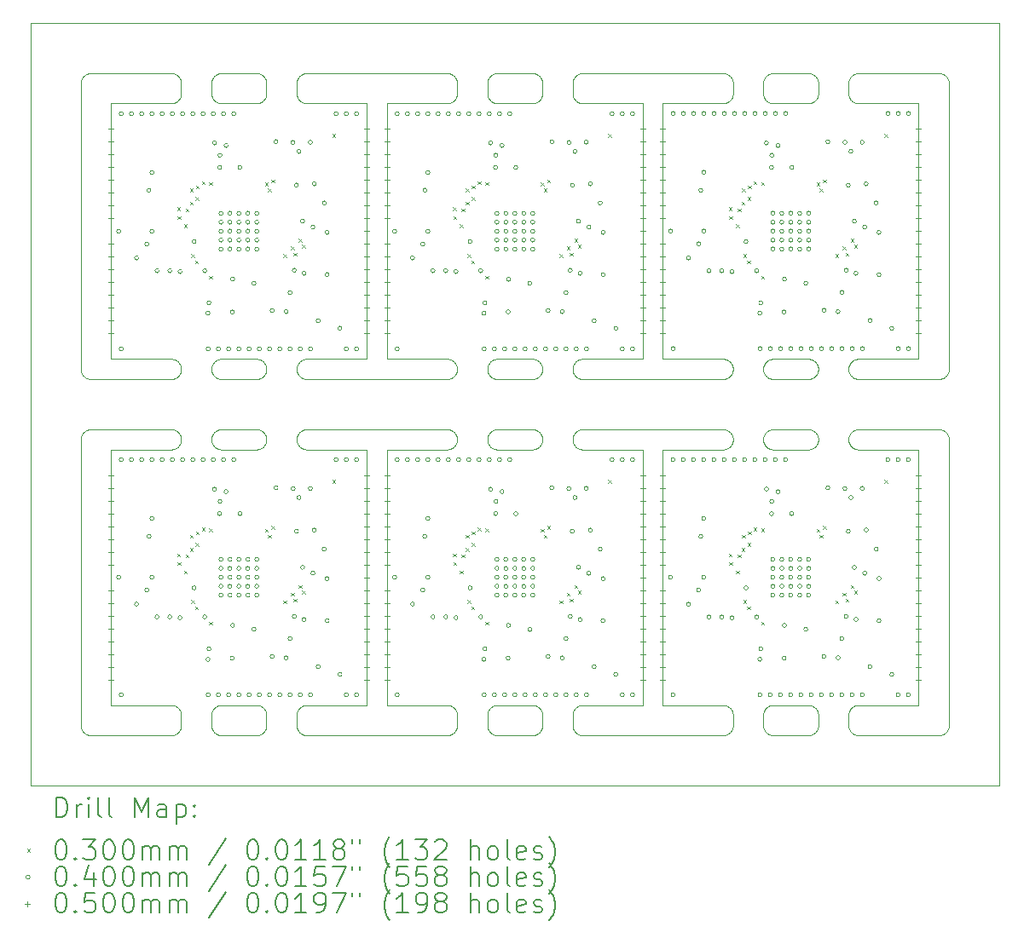
<source format=gbr>
%TF.GenerationSoftware,KiCad,Pcbnew,9.0.5*%
%TF.CreationDate,2025-11-15T17:58:49+00:00*%
%TF.ProjectId,pmic_panel,706d6963-5f70-4616-9e65-6c2e6b696361,rev?*%
%TF.SameCoordinates,Original*%
%TF.FileFunction,Drillmap*%
%TF.FilePolarity,Positive*%
%FSLAX45Y45*%
G04 Gerber Fmt 4.5, Leading zero omitted, Abs format (unit mm)*
G04 Created by KiCad (PCBNEW 9.0.5) date 2025-11-15 17:58:49*
%MOMM*%
%LPD*%
G01*
G04 APERTURE LIST*
%ADD10C,0.100000*%
%ADD11C,0.200000*%
G04 APERTURE END LIST*
D10*
X17342546Y-5507189D02*
X17339343Y-5503476D01*
X17317748Y-6154758D02*
X17317148Y-6149892D01*
X14584271Y-2738330D02*
X14582506Y-2733755D01*
X11885208Y-6054213D02*
X11889474Y-6051796D01*
X16950422Y-8785840D02*
X16954997Y-8787604D01*
X15117493Y-5473755D02*
X15115729Y-5478330D01*
X12383213Y-2705002D02*
X12382852Y-2709892D01*
X18196145Y-9054121D02*
X18192593Y-9050740D01*
X11532365Y-6110900D02*
X11533673Y-6115626D01*
X12692925Y-5482813D02*
X12690938Y-5478330D01*
X10544302Y-2570901D02*
X10545840Y-2566245D01*
X11522454Y-9031459D02*
X11519830Y-9035601D01*
X10540481Y-2590108D02*
X10541081Y-2585242D01*
X17830522Y-2525879D02*
X17834073Y-2529260D01*
X17843674Y-5380390D02*
X17846497Y-5384399D01*
X14240142Y-2522676D02*
X14243855Y-2525879D01*
X11936568Y-6040000D02*
X12283432Y-6040000D01*
X17862852Y-2709892D02*
X17862252Y-2714758D01*
X18229578Y-6234160D02*
X18225003Y-6232395D01*
X17016186Y-6130108D02*
X17016546Y-6134998D01*
X15090522Y-5514121D02*
X15086809Y-5517324D01*
X17016667Y-8980099D02*
X17016546Y-8985002D01*
X11838586Y-5420410D02*
X11839660Y-5415626D01*
X15052433Y-2795698D02*
X15047707Y-2797006D01*
X10547604Y-9018330D02*
X10545840Y-9013755D01*
X19065002Y-9079880D02*
X19060099Y-9080000D01*
X14232268Y-9063164D02*
X14228125Y-9065787D01*
X12382252Y-5454758D02*
X12381414Y-5459590D01*
X15106497Y-6195601D02*
X15103674Y-6199610D01*
X12377493Y-5473755D02*
X12375729Y-5478330D01*
X12692925Y-2557187D02*
X12695129Y-2552807D01*
X11536546Y-2594998D02*
X11536667Y-2599901D01*
X12783234Y-6040000D02*
X14176765Y-6040000D01*
X18180170Y-2755601D02*
X18177546Y-2751459D01*
X15452593Y-6069260D02*
X15456145Y-6065879D01*
X12377493Y-9013755D02*
X12375729Y-9018330D01*
X11536185Y-2590108D02*
X11536546Y-2594998D01*
X11898337Y-2507604D02*
X11902911Y-2505840D01*
X12380339Y-6164374D02*
X12379032Y-6169099D01*
X14666775Y-2500481D02*
X14671665Y-2500120D01*
X15429173Y-2566245D02*
X15430938Y-2561670D01*
X16963859Y-2511796D02*
X16968126Y-2514213D01*
X12783234Y-5540000D02*
X12778331Y-5539880D01*
X16990788Y-2532811D02*
X16993990Y-2536524D01*
X15432925Y-2742813D02*
X15430938Y-2738330D01*
X15042923Y-2501920D02*
X15047707Y-2502994D01*
X11907567Y-9075698D02*
X11902911Y-9074160D01*
X12357454Y-6207189D02*
X12354073Y-6210740D01*
X10554213Y-2548541D02*
X10556836Y-2544399D01*
X11441668Y-5340120D02*
X11446558Y-5340481D01*
X16983855Y-9054121D02*
X16980143Y-9057324D01*
X12697546Y-8828541D02*
X12700169Y-8824399D01*
X10840000Y-8778775D02*
X10840027Y-8779875D01*
X16990788Y-5372811D02*
X16993990Y-5376524D01*
X10541081Y-6125242D02*
X10541920Y-6120410D01*
X15442993Y-6199610D02*
X15440169Y-6195601D01*
X11456256Y-2798080D02*
X11451425Y-2798919D01*
X11898337Y-5532396D02*
X11893854Y-5530409D01*
X11441668Y-6040120D02*
X11446558Y-6040481D01*
X15113742Y-8837187D02*
X15115729Y-8841670D01*
X14275585Y-8994758D02*
X14274747Y-8999590D01*
X17016186Y-5430108D02*
X17016546Y-5434998D01*
X14661908Y-5341081D02*
X14666775Y-5340481D01*
X11856326Y-2759610D02*
X11853503Y-2755601D01*
X12740520Y-6049591D02*
X12745003Y-6047604D01*
X12382252Y-6125242D02*
X12382852Y-6130108D01*
X12684415Y-2714758D02*
X12683814Y-2709892D01*
X11496277Y-2519660D02*
X11500142Y-2522676D01*
X11529062Y-8841670D02*
X11530827Y-8846245D01*
X17016546Y-6145002D02*
X17016186Y-6149892D01*
X14579660Y-2575626D02*
X14580968Y-2570901D01*
X15432925Y-9022813D02*
X15430938Y-9018330D01*
X17016186Y-2709892D02*
X17015585Y-2714758D01*
X14642911Y-6045840D02*
X14647567Y-6044302D01*
X15057089Y-6234160D02*
X15052433Y-6235698D01*
X10547604Y-5478330D02*
X10545840Y-5473755D01*
X16320000Y-2801227D02*
X16320000Y-5338773D01*
X11536546Y-8985002D02*
X11536185Y-8989892D01*
X12383213Y-5445002D02*
X12382852Y-5449892D01*
X17801663Y-2507604D02*
X17806146Y-2509591D01*
X15471874Y-5354213D02*
X15476141Y-5351796D01*
X12371537Y-2747193D02*
X12369120Y-2751459D01*
X15427635Y-9009099D02*
X15426327Y-9004374D01*
X17316787Y-8874998D02*
X17317148Y-8870108D01*
X12683333Y-6140099D02*
X12683333Y-6139901D01*
X14576667Y-5439901D02*
X14576787Y-5434998D01*
X15097454Y-5372811D02*
X15100657Y-5376524D01*
X14576787Y-6145002D02*
X14576667Y-6140099D01*
X14214997Y-2792396D02*
X14210422Y-2794160D01*
X15094073Y-2770740D02*
X15090522Y-2774121D01*
X12749578Y-8785840D02*
X12754234Y-8784302D01*
X12326146Y-6230408D02*
X12321663Y-6232395D01*
X12317089Y-8785840D02*
X12321663Y-8787604D01*
X14580968Y-9009099D02*
X14579660Y-9004374D01*
X17330880Y-5388541D02*
X17333503Y-5384399D01*
X17318586Y-2580410D02*
X17319661Y-2575626D01*
X14671665Y-2799880D02*
X14666775Y-2799519D01*
X11873191Y-6217324D02*
X11869478Y-6214121D01*
X12383213Y-5434998D02*
X12383333Y-5439901D01*
X19159880Y-5445002D02*
X19159519Y-5449892D01*
X17353191Y-8802676D02*
X17357056Y-8799660D01*
X17857494Y-6106245D02*
X17859032Y-6110900D01*
X17855729Y-2738330D02*
X17853742Y-2742813D01*
X12749578Y-5534160D02*
X12745003Y-5532396D01*
X10551796Y-6092807D02*
X10554213Y-6088541D01*
X17855729Y-8841670D02*
X17857494Y-8846245D01*
X14613191Y-6217324D02*
X14609478Y-6214121D01*
X17837454Y-8812811D02*
X17840657Y-8816524D01*
X15090522Y-2774121D02*
X15086809Y-2777324D01*
X14240142Y-2777324D02*
X14236277Y-2780340D01*
X17782923Y-8781920D02*
X17787707Y-8782994D01*
X12371537Y-5487193D02*
X12369120Y-5491459D01*
X14186558Y-9079519D02*
X14181668Y-9079880D01*
X16976277Y-6059659D02*
X16980143Y-6062676D01*
X15047707Y-6237006D02*
X15042923Y-6238080D01*
X16997007Y-9039610D02*
X16993990Y-9043476D01*
X18199857Y-9057324D02*
X18196145Y-9054121D01*
X14617056Y-5359660D02*
X14621065Y-5356836D01*
X17007075Y-2557187D02*
X17009062Y-2561670D01*
X14247407Y-6069260D02*
X14250788Y-6072811D01*
X11536667Y-8879901D02*
X11536667Y-8980099D01*
X11470422Y-9074160D02*
X11465766Y-9075698D01*
X15432925Y-5482813D02*
X15430938Y-5478330D01*
X15074792Y-6054213D02*
X15078935Y-6056836D01*
X16987407Y-5369260D02*
X16990788Y-5372811D01*
X18163814Y-8989892D02*
X18163454Y-8985002D01*
X18238960Y-2502994D02*
X18243744Y-2501920D01*
X15057089Y-2794160D02*
X15052433Y-2795698D01*
X14638337Y-8787604D02*
X14642911Y-8785840D01*
X18234234Y-9075698D02*
X18229578Y-9074160D01*
X14247407Y-2529260D02*
X14250788Y-2532811D01*
X17859032Y-2570901D02*
X17860339Y-2575626D01*
X12731874Y-5525787D02*
X12727732Y-5523164D01*
X17397077Y-6238080D02*
X17392293Y-6237006D01*
X17317148Y-8870108D02*
X17317748Y-8865242D01*
X12758960Y-5342994D02*
X12763744Y-5341920D01*
X15503744Y-6041919D02*
X15508575Y-6041081D01*
X11513990Y-5376524D02*
X11517007Y-5380390D01*
X14676568Y-6040000D02*
X15023432Y-6040000D01*
X11500142Y-5362676D02*
X11503855Y-5365879D01*
X10606245Y-5534160D02*
X10601670Y-5532396D01*
X11844271Y-9018330D02*
X11842506Y-9013755D01*
X19079590Y-2501920D02*
X19084374Y-2502994D01*
X18175129Y-5487193D02*
X18172925Y-5482813D01*
X12685253Y-2719590D02*
X12684415Y-2714758D01*
X10840125Y-8779973D02*
X10841225Y-8780000D01*
X12383213Y-2594998D02*
X12383333Y-2599901D01*
X17411665Y-6040120D02*
X17416568Y-6040000D01*
X10541920Y-8999590D02*
X10541081Y-8994758D01*
X17357056Y-9060340D02*
X17353191Y-9057324D01*
X17397077Y-6041919D02*
X17401908Y-6041081D01*
X17822944Y-5520340D02*
X17818935Y-5523164D01*
X12377493Y-2733755D02*
X12375729Y-2738330D01*
X14609478Y-2525879D02*
X14613191Y-2522676D01*
X12692925Y-6182813D02*
X12690938Y-6178330D01*
X12754234Y-5344302D02*
X12758960Y-5342994D01*
X15111537Y-5487193D02*
X15109120Y-5491459D01*
X16954997Y-6232395D02*
X16950422Y-6234160D01*
X11507407Y-2529260D02*
X11510788Y-2532811D01*
X15440169Y-5495601D02*
X15437546Y-5491459D01*
X12709212Y-2532811D02*
X12712593Y-2529260D01*
X10541081Y-2585242D02*
X10541920Y-2580410D01*
X10554213Y-5491459D02*
X10551796Y-5487193D01*
X18196145Y-6065879D02*
X18199857Y-6062676D01*
X10580390Y-9060340D02*
X10576524Y-9057324D01*
X10840125Y-5339973D02*
X10841225Y-5340000D01*
X11519830Y-8824399D02*
X11522454Y-8828541D01*
X12363674Y-2759610D02*
X12360657Y-2763476D01*
X10841227Y-5340000D02*
X11436765Y-5340000D01*
X17324271Y-2738330D02*
X17322506Y-2733755D01*
X10634998Y-2500120D02*
X10639901Y-2500000D01*
X10541920Y-6120410D02*
X10542994Y-6115626D01*
X15518331Y-2500120D02*
X15523234Y-2500000D01*
X15523234Y-5340000D02*
X16118773Y-5340000D01*
X19148204Y-9027193D02*
X19145787Y-9031459D01*
X12366497Y-9035601D02*
X12363674Y-9039610D01*
X19155698Y-9009099D02*
X19154160Y-9013755D01*
X17317148Y-2590108D02*
X17317748Y-2585242D01*
X11532365Y-2570901D02*
X11533673Y-2575626D01*
X10840000Y-5338775D02*
X10840027Y-5339875D01*
X17806146Y-5530409D02*
X17801663Y-5532396D01*
X17810526Y-5351796D02*
X17814792Y-5354213D01*
X17801663Y-9072396D02*
X17797089Y-9074160D01*
X14647567Y-2504302D02*
X14652293Y-2502994D01*
X17345927Y-2770740D02*
X17342546Y-2767189D01*
X14253990Y-9043476D02*
X14250788Y-9047189D01*
X19150409Y-6097187D02*
X19152396Y-6101670D01*
X14605927Y-9050740D02*
X14602546Y-9047189D01*
X15498960Y-2502994D02*
X15503744Y-2501920D01*
X11510788Y-5507189D02*
X11507407Y-5510740D01*
X11507407Y-2770740D02*
X11503855Y-2774121D01*
X15061663Y-8787604D02*
X15066146Y-8789591D01*
X12763744Y-5341920D02*
X12768575Y-5341081D01*
X15424415Y-2714758D02*
X15423814Y-2709892D01*
X15449212Y-9047189D02*
X15446010Y-9043476D01*
X18248575Y-9078919D02*
X18243744Y-9078080D01*
X17853742Y-5482813D02*
X17851537Y-5487193D01*
X17016546Y-2705002D02*
X17016186Y-2709892D01*
X18234234Y-5535698D02*
X18229578Y-5534160D01*
X14210422Y-5534160D02*
X14205766Y-5535698D01*
X15113742Y-5397187D02*
X15115729Y-5401670D01*
X15429173Y-6106245D02*
X15430938Y-6101670D01*
X17009062Y-2738330D02*
X17007075Y-2742813D01*
X14181668Y-2799880D02*
X14176765Y-2800000D01*
X17324271Y-9018330D02*
X17322506Y-9013755D01*
X17763432Y-8780000D02*
X17768335Y-8780120D01*
X17861414Y-5459590D02*
X17860339Y-5464374D01*
X11917077Y-8781920D02*
X11921908Y-8781081D01*
X11917077Y-9078080D02*
X11912293Y-9077006D01*
X15523234Y-9080000D02*
X15518331Y-9079880D01*
X11907567Y-2504302D02*
X11912293Y-2502994D01*
X15109120Y-5388541D02*
X15111537Y-5392807D01*
X17861414Y-6120410D02*
X17862252Y-6125242D01*
X15426327Y-8855626D02*
X15427635Y-8850901D01*
X14276185Y-5449892D02*
X14275585Y-5454758D01*
X14647567Y-5344302D02*
X14652293Y-5342994D01*
X17406775Y-9079519D02*
X17401908Y-9078919D01*
X11536546Y-8874998D02*
X11536667Y-8879901D01*
X17330880Y-2751459D02*
X17328463Y-2747193D01*
X14661908Y-6041081D02*
X14666775Y-6040481D01*
X14666775Y-5539519D02*
X14661908Y-5538919D01*
X18180170Y-5384399D02*
X18182993Y-5380390D01*
X15120339Y-6164374D02*
X15119032Y-6169099D01*
X11483859Y-2511796D02*
X11488125Y-2514213D01*
X18169173Y-2566245D02*
X18170938Y-2561670D01*
X17009062Y-2561670D02*
X17010827Y-2566245D01*
X11534747Y-5459590D02*
X11533673Y-5464374D01*
X14181668Y-8780120D02*
X14186558Y-8780481D01*
X15103674Y-6080390D02*
X15106497Y-6084398D01*
X14588463Y-5392807D02*
X14590880Y-5388541D01*
X17837454Y-9047189D02*
X17834073Y-9050740D01*
X12695129Y-5487193D02*
X12692925Y-5482813D01*
X15423333Y-6139901D02*
X15423454Y-6134998D01*
X17353191Y-9057324D02*
X17349478Y-9054121D01*
X17806146Y-8789591D02*
X17810526Y-8791796D01*
X12687635Y-2729099D02*
X12686327Y-2724374D01*
X14577748Y-6125242D02*
X14578586Y-6120410D01*
X15123213Y-6145002D02*
X15122852Y-6149892D01*
X17322506Y-2566245D02*
X17324271Y-2561670D01*
X18207732Y-8796836D02*
X18211874Y-8794213D01*
X14586258Y-5482813D02*
X14584271Y-5478330D01*
X10630108Y-2500481D02*
X10634998Y-2500120D01*
X14599343Y-5376524D02*
X14602546Y-5372811D01*
X10547604Y-2561670D02*
X10549591Y-2557187D01*
X18220521Y-2509591D02*
X18225003Y-2507604D01*
X12371537Y-2552807D02*
X12373742Y-2557187D01*
X12683814Y-2590108D02*
X12684415Y-2585242D01*
X16931425Y-5538919D02*
X16926559Y-5539519D01*
X12312433Y-5344302D02*
X12317089Y-5345840D01*
X15508575Y-2501081D02*
X15513441Y-2500481D01*
X14609478Y-5365879D02*
X14613191Y-5362676D01*
X19659973Y-9579875D02*
X19660000Y-9578775D01*
X14577148Y-5449892D02*
X14576787Y-5445002D01*
X16959479Y-6049591D02*
X16963859Y-6051796D01*
X15061663Y-5347604D02*
X15066146Y-5349591D01*
X18203723Y-5520340D02*
X18199857Y-5517324D01*
X15119032Y-2729099D02*
X15117493Y-2733755D01*
X15427635Y-6110900D02*
X15429173Y-6106245D01*
X12382252Y-8994758D02*
X12381414Y-8999590D01*
X19093755Y-2505840D02*
X19098330Y-2507604D01*
X14652293Y-2797006D02*
X14647567Y-2795698D01*
X18199857Y-2522676D02*
X18203723Y-2519660D01*
X11837148Y-5430108D02*
X11837748Y-5425242D01*
X14579660Y-9004374D02*
X14578586Y-8999590D01*
X15456145Y-6214121D02*
X15452593Y-6210740D01*
X12377493Y-8846245D02*
X12379032Y-8850901D01*
X14577748Y-5454758D02*
X14577148Y-5449892D01*
X12379032Y-2570901D02*
X12380339Y-2575626D01*
X14638337Y-6047604D02*
X14642911Y-6045840D01*
X18203723Y-9060340D02*
X18199857Y-9057324D01*
X17010827Y-9013755D02*
X17009062Y-9018330D01*
X10584399Y-2516836D02*
X10588541Y-2514213D01*
X17763432Y-6040000D02*
X17768335Y-6040120D01*
X15115729Y-9018330D02*
X15113742Y-9022813D01*
X14593503Y-6084398D02*
X14596326Y-6080390D01*
X18211874Y-2514213D02*
X18216141Y-2511796D01*
X12383333Y-6139901D02*
X12383333Y-6140099D01*
X19115601Y-5523164D02*
X19111459Y-5525787D01*
X11527075Y-9022813D02*
X11524870Y-9027193D01*
X11873191Y-6062676D02*
X11877056Y-6059659D01*
X15435129Y-8832807D02*
X15437546Y-8828541D01*
X12684415Y-8994758D02*
X12683814Y-8989892D01*
X11470422Y-2505840D02*
X11474997Y-2507604D01*
X18192593Y-2770740D02*
X18189212Y-2767189D01*
X16950422Y-5534160D02*
X16945766Y-5535698D01*
X16954997Y-9072396D02*
X16950422Y-9074160D01*
X19140340Y-6080390D02*
X19143164Y-6084398D01*
X11483859Y-5528204D02*
X11479479Y-5530409D01*
X12763744Y-8781920D02*
X12768575Y-8781081D01*
X11513990Y-9043476D02*
X11510788Y-9047189D01*
X17328463Y-2747193D02*
X17326258Y-2742813D01*
X11517007Y-8820390D02*
X11519830Y-8824399D01*
X15523234Y-2500000D02*
X16916765Y-2500000D01*
X17322506Y-5473755D02*
X17320968Y-5469099D01*
X11885208Y-9065787D02*
X11881065Y-9063164D01*
X12298092Y-2501081D02*
X12302923Y-2501920D01*
X15122852Y-8989892D02*
X15122252Y-8994758D01*
X15508575Y-2798919D02*
X15503744Y-2798080D01*
X15061663Y-9072396D02*
X15057089Y-9074160D01*
X15090522Y-6214121D02*
X15086809Y-6217324D01*
X17763432Y-2500000D02*
X17768335Y-2500120D01*
X15442993Y-6080390D02*
X15446010Y-6076524D01*
X12723723Y-8799660D02*
X12727732Y-8796836D01*
X16990788Y-6207189D02*
X16987407Y-6210740D01*
X15459857Y-6062676D02*
X15463723Y-6059659D01*
X11931665Y-2799880D02*
X11926775Y-2799519D01*
X18858773Y-6240000D02*
X18263235Y-6240000D01*
X17834073Y-2529260D02*
X17837454Y-2532811D01*
X11461040Y-2502994D02*
X11465766Y-2504302D01*
X15120339Y-2724374D02*
X15119032Y-2729099D01*
X17373854Y-2790409D02*
X17369474Y-2788204D01*
X17416568Y-6240000D02*
X17411665Y-6239880D01*
X14232268Y-8796836D02*
X14236277Y-8799660D01*
X17416568Y-2500000D02*
X17763432Y-2500000D01*
X16945766Y-5344302D02*
X16950422Y-5345840D01*
X17016667Y-8879901D02*
X17016667Y-8980099D01*
X18182993Y-2759610D02*
X18180170Y-2755601D01*
X11513990Y-6203476D02*
X11510788Y-6207189D01*
X17863213Y-6134998D02*
X17863333Y-6139901D01*
X17339343Y-2763476D02*
X17336326Y-2759610D01*
X11536667Y-6140099D02*
X11536546Y-6145002D01*
X18263235Y-6040000D02*
X19060099Y-6040000D01*
X17322506Y-6106245D02*
X17324271Y-6101670D01*
X16926559Y-5539519D02*
X16921669Y-5539880D01*
X16120000Y-6241225D02*
X16119973Y-6240124D01*
X15467732Y-5523164D02*
X15463723Y-5520340D01*
X19155698Y-6110900D02*
X19157006Y-6115626D01*
X16119973Y-5339875D02*
X16120000Y-5338775D01*
X15425253Y-2719590D02*
X15424415Y-2714758D01*
X17810526Y-5528204D02*
X17806146Y-5530409D01*
X16993990Y-6076524D02*
X16997007Y-6080390D01*
X15033225Y-9079519D02*
X15028335Y-9079880D01*
X12683333Y-2700099D02*
X12683333Y-2599901D01*
X14590880Y-5491459D02*
X14588463Y-5487193D01*
X14269062Y-2738330D02*
X14267075Y-2742813D01*
X15463723Y-8799660D02*
X15467732Y-8796836D01*
X12723723Y-6059659D02*
X12727732Y-6056836D01*
X12683814Y-5449892D02*
X12683454Y-5445002D01*
X11859343Y-5503476D02*
X11856326Y-5499610D01*
X17834073Y-2770740D02*
X17830522Y-2774121D01*
X11534747Y-6120410D02*
X11535585Y-6125242D01*
X15028335Y-5539880D02*
X15023432Y-5540000D01*
X15115729Y-6101670D02*
X15117493Y-6106245D01*
X11527075Y-2742813D02*
X11524870Y-2747193D01*
X15066146Y-8789591D02*
X15070526Y-8791796D01*
X14210422Y-8785840D02*
X14214997Y-8787604D01*
X14625208Y-2785787D02*
X14621065Y-2783164D01*
X14584271Y-6178330D02*
X14582506Y-6173755D01*
X15518331Y-2799880D02*
X15513441Y-2799519D01*
X17014747Y-8860410D02*
X17015585Y-8865242D01*
X19130740Y-5510740D02*
X19127189Y-5514121D01*
X18167635Y-6110900D02*
X18169173Y-6106245D01*
X14181668Y-5539880D02*
X14176765Y-5540000D01*
X16950422Y-6045840D02*
X16954997Y-6047604D01*
X10625242Y-2501081D02*
X10630108Y-2500481D01*
X18177546Y-5491459D02*
X18175129Y-5487193D01*
X12783234Y-2500000D02*
X14176765Y-2500000D01*
X17322506Y-5406245D02*
X17324271Y-5401670D01*
X17822944Y-2519660D02*
X17826809Y-2522676D01*
X16954997Y-2507604D02*
X16959479Y-2509591D01*
X11536546Y-5434998D02*
X11536667Y-5439901D01*
X18207732Y-5356836D02*
X18211874Y-5354213D01*
X11527075Y-8837187D02*
X11529062Y-8841670D01*
X12690938Y-6178330D02*
X12689173Y-6173755D01*
X17860339Y-8855626D02*
X17861414Y-8860410D01*
X18263235Y-9080000D02*
X18258331Y-9079880D01*
X14605927Y-5510740D02*
X14602546Y-5507189D01*
X17316667Y-2700099D02*
X17316667Y-2599901D01*
X15459857Y-5517324D02*
X15456145Y-5514121D01*
X14671665Y-2500120D02*
X14676568Y-2500000D01*
X12709212Y-2767189D02*
X12706010Y-2763476D01*
X19137324Y-6076524D02*
X19140340Y-6080390D01*
X15476141Y-8791796D02*
X15480520Y-8789591D01*
X14577148Y-6130108D02*
X14577748Y-6125242D01*
X12740520Y-2790409D02*
X12736141Y-2788204D01*
X14599343Y-6076524D02*
X14602546Y-6072811D01*
X14582506Y-5406245D02*
X14584271Y-5401670D01*
X11483859Y-6051796D02*
X11488125Y-6054213D01*
X15494234Y-2795698D02*
X15489578Y-2794160D01*
X16959479Y-8789591D02*
X16963859Y-8791796D01*
X12369120Y-5491459D02*
X12366497Y-5495601D01*
X14176765Y-2500000D02*
X14181668Y-2500120D01*
X17863213Y-8874998D02*
X17863333Y-8879901D01*
X11850880Y-6191459D02*
X11848463Y-6187192D01*
X14586258Y-6097187D02*
X14588463Y-6092807D01*
X15440169Y-2755601D02*
X15437546Y-2751459D01*
X11889474Y-6051796D02*
X11893854Y-6049591D01*
X11500142Y-6217324D02*
X11496277Y-6220340D01*
X11846258Y-9022813D02*
X11844271Y-9018330D01*
X12334792Y-6225787D02*
X12330526Y-6228204D01*
X17853742Y-6182813D02*
X17851537Y-6187192D01*
X11488125Y-8794213D02*
X11492268Y-8796836D01*
X11532365Y-5410901D02*
X11533673Y-5415626D01*
X11837748Y-6154758D02*
X11837148Y-6149892D01*
X11503855Y-5365879D02*
X11507407Y-5369260D01*
X18166327Y-5415626D02*
X18167635Y-5410901D01*
X15047707Y-2502994D02*
X15052433Y-2504302D01*
X17860339Y-6164374D02*
X17859032Y-6169099D01*
X17320968Y-2570901D02*
X17322506Y-2566245D01*
X11535585Y-6125242D02*
X11536185Y-6130108D01*
X14262454Y-5388541D02*
X14264870Y-5392807D01*
X16968126Y-6225787D02*
X16963859Y-6228204D01*
X11446558Y-6040481D02*
X11451425Y-6041081D01*
X12683814Y-8989892D02*
X12683454Y-8985002D01*
X17861414Y-8999590D02*
X17860339Y-9004374D01*
X11517007Y-5499610D02*
X11513990Y-5503476D01*
X17378337Y-6232395D02*
X17373854Y-6230408D01*
X12686327Y-2575626D02*
X12687635Y-2570901D01*
X17778092Y-9078919D02*
X17773225Y-9079519D01*
X12354073Y-9050740D02*
X12350522Y-9054121D01*
X11921908Y-5538919D02*
X11917077Y-5538080D01*
X11839660Y-6115626D02*
X11840968Y-6110900D01*
X17843674Y-6199610D02*
X17840657Y-6203476D01*
X10572811Y-9054121D02*
X10569260Y-9050740D01*
X12683454Y-6145002D02*
X12683333Y-6140099D01*
X17002454Y-5388541D02*
X17004871Y-5392807D01*
X18243744Y-9078080D02*
X18238960Y-9077006D01*
X18166327Y-9004374D02*
X18165253Y-8999590D01*
X16120000Y-2801225D02*
X16119973Y-2800124D01*
X11465766Y-9075698D02*
X11461040Y-9077006D01*
X11869478Y-5514121D02*
X11865927Y-5510740D01*
X14223859Y-9068204D02*
X14219479Y-9070409D01*
X19069892Y-9079519D02*
X19065002Y-9079880D01*
X17401908Y-6041081D02*
X17406775Y-6040481D01*
X15424415Y-6154758D02*
X15423814Y-6149892D01*
X17013673Y-9004374D02*
X17012365Y-9009099D01*
X17014747Y-6159589D02*
X17013673Y-6164374D01*
X17857494Y-6173755D02*
X17855729Y-6178330D01*
X19154160Y-2566245D02*
X19155698Y-2570901D01*
X15449212Y-6072811D02*
X15452593Y-6069260D01*
X11479479Y-2790409D02*
X11474997Y-2792396D01*
X15467732Y-2783164D02*
X15463723Y-2780340D01*
X17763432Y-2800000D02*
X17416568Y-2800000D01*
X17320968Y-2729099D02*
X17319661Y-2724374D01*
X11527075Y-6097187D02*
X11529062Y-6101670D01*
X12758960Y-6042994D02*
X12763744Y-6041919D01*
X11873191Y-5362676D02*
X11877056Y-5359660D01*
X14186558Y-5539519D02*
X14181668Y-5539880D01*
X19074758Y-2501081D02*
X19079590Y-2501920D01*
X10601670Y-6047604D02*
X10606245Y-6045840D01*
X17792433Y-6044302D02*
X17797089Y-6045840D01*
X17778092Y-6041081D02*
X17782923Y-6041919D01*
X16941040Y-2797006D02*
X16936256Y-2798080D01*
X15074792Y-6225787D02*
X15070526Y-6228204D01*
X15111537Y-6187192D02*
X15109120Y-6191459D01*
X11524870Y-5487193D02*
X11522454Y-5491459D01*
X14578586Y-6159589D02*
X14577748Y-6154758D01*
X14580968Y-2570901D02*
X14582506Y-2566245D01*
X15123213Y-2594998D02*
X15123333Y-2599901D01*
X10597187Y-5530409D02*
X10592807Y-5528204D01*
X15042923Y-8781920D02*
X15047707Y-8782994D01*
X12373742Y-5482813D02*
X12371537Y-5487193D01*
X18175129Y-8832807D02*
X18177546Y-8828541D01*
X17373854Y-6230408D02*
X17369474Y-6228204D01*
X15426327Y-5464374D02*
X15425253Y-5459590D01*
X14609478Y-2774121D02*
X14605927Y-2770740D01*
X16941040Y-5342994D02*
X16945766Y-5344302D01*
X14273673Y-6115626D02*
X14274747Y-6120410D01*
X12302923Y-6238080D02*
X12298092Y-6238919D01*
X11838586Y-8860410D02*
X11839660Y-8855626D01*
X17330880Y-6088541D02*
X17333503Y-6084398D01*
X17339343Y-9043476D02*
X17336326Y-9039610D01*
X16987407Y-2529260D02*
X16990788Y-2532811D01*
X16321225Y-6240000D02*
X16320124Y-6240027D01*
X12350522Y-8805879D02*
X12354073Y-8809260D01*
X15090522Y-5365879D02*
X15094073Y-5369260D01*
X17016546Y-5445002D02*
X17016186Y-5449892D01*
X12330526Y-5351796D02*
X12334792Y-5354213D01*
X12382852Y-2590108D02*
X12383213Y-2594998D01*
X12363674Y-5499610D02*
X12360657Y-5503476D01*
X16976277Y-5520340D02*
X16972268Y-5523164D01*
X17324271Y-8841670D02*
X17326258Y-8837187D01*
X17826809Y-6217324D02*
X17822944Y-6220340D01*
X14196256Y-5538080D02*
X14191425Y-5538919D01*
X16963859Y-9068204D02*
X16959479Y-9070409D01*
X16118775Y-8780000D02*
X16119875Y-8779973D01*
X11519830Y-5384399D02*
X11522454Y-5388541D01*
X15057089Y-5534160D02*
X15052433Y-5535698D01*
X17317148Y-5449892D02*
X17316787Y-5445002D01*
X12773441Y-9079519D02*
X12768575Y-9078919D01*
X14276185Y-2590108D02*
X14276546Y-2594998D01*
X19084374Y-2502994D02*
X19089099Y-2504302D01*
X18196145Y-5514121D02*
X18192593Y-5510740D01*
X18229578Y-2794160D02*
X18225003Y-2792396D01*
X16980143Y-2522676D02*
X16983855Y-2525879D01*
X11898337Y-5347604D02*
X11902911Y-5345840D01*
X12346809Y-2777324D02*
X12342944Y-2780340D01*
X12357454Y-2532811D02*
X12360657Y-2536524D01*
X11869478Y-5365879D02*
X11873191Y-5362676D01*
X16999830Y-9035601D02*
X16997007Y-9039610D01*
X11456256Y-2501920D02*
X11461040Y-2502994D01*
X16983855Y-5365879D02*
X16987407Y-5369260D01*
X16921669Y-6040120D02*
X16926559Y-6040481D01*
X14196256Y-2501920D02*
X14201040Y-2502994D01*
X14176765Y-6040000D02*
X14181668Y-6040120D01*
X10559660Y-2540390D02*
X10562676Y-2536524D01*
X16941040Y-6042994D02*
X16945766Y-6044302D01*
X14267075Y-5397187D02*
X14269062Y-5401670D01*
X14201040Y-6042994D02*
X14205766Y-6044302D01*
X16976277Y-8799660D02*
X16980143Y-8802676D01*
X11536185Y-5449892D02*
X11535585Y-5454758D01*
X14666775Y-5340481D02*
X14671665Y-5340120D01*
X15463723Y-2519660D02*
X15467732Y-2516836D01*
X12778331Y-6239880D02*
X12773441Y-6239519D01*
X12692925Y-6097187D02*
X12695129Y-6092807D01*
X15100657Y-8816524D02*
X15103674Y-8820390D01*
X18180170Y-5495601D02*
X18177546Y-5491459D01*
X11492268Y-5356836D02*
X11496277Y-5359660D01*
X16980143Y-6062676D02*
X16983855Y-6065879D01*
X17851537Y-5392807D02*
X17853742Y-5397187D01*
X15508575Y-6238919D02*
X15503744Y-6238080D01*
X12298092Y-5538919D02*
X12293225Y-5539519D01*
X12692925Y-5397187D02*
X12695129Y-5392807D01*
X12307707Y-6237006D02*
X12302923Y-6238080D01*
X12683454Y-5434998D02*
X12683814Y-5430108D01*
X19143164Y-5495601D02*
X19140340Y-5499610D01*
X11507407Y-5510740D02*
X11503855Y-5514121D01*
X11530827Y-5473755D02*
X11529062Y-5478330D01*
X12773441Y-6239519D02*
X12768575Y-6238919D01*
X14275585Y-2585242D02*
X14276185Y-2590108D01*
X11527075Y-5482813D02*
X11524870Y-5487193D01*
X17357056Y-2519660D02*
X17361065Y-2516836D01*
X14652293Y-6042994D02*
X14657077Y-6041919D01*
X19093755Y-9074160D02*
X19089099Y-9075698D01*
X12342944Y-5520340D02*
X12338935Y-5523164D01*
X19093755Y-5534160D02*
X19089099Y-5535698D01*
X15471874Y-6225787D02*
X15467732Y-6223164D01*
X17806146Y-6049591D02*
X17810526Y-6051796D01*
X15423814Y-8989892D02*
X15423454Y-8985002D01*
X15097454Y-6207189D02*
X15094073Y-6210740D01*
X12745003Y-2507604D02*
X12749578Y-2505840D01*
X14647567Y-5535698D02*
X14642911Y-5534160D01*
X14629474Y-9068204D02*
X14625208Y-9065787D01*
X17015585Y-2585242D02*
X17016186Y-2590108D01*
X11846258Y-6097187D02*
X11848463Y-6092807D01*
X18169173Y-6106245D02*
X18170938Y-6101670D01*
X17863333Y-6139901D02*
X17863333Y-6140099D01*
X11885208Y-8794213D02*
X11889474Y-8791796D01*
X15052433Y-5344302D02*
X15057089Y-5345840D01*
X11837748Y-5425242D02*
X11838586Y-5420410D01*
X17830522Y-9054121D02*
X17826809Y-9057324D01*
X18216141Y-5528204D02*
X18211874Y-5525787D01*
X11837148Y-2590108D02*
X11837748Y-2585242D01*
X14274747Y-6159589D02*
X14273673Y-6164374D01*
X11522454Y-8828541D02*
X11524870Y-8832807D01*
X19127189Y-2525879D02*
X19130740Y-2529260D01*
X19107193Y-9068204D02*
X19102813Y-9070409D01*
X11856326Y-5499610D02*
X11853503Y-5495601D01*
X17382911Y-8785840D02*
X17387567Y-8784302D01*
X12778331Y-9079880D02*
X12773441Y-9079519D01*
X18248575Y-6041081D02*
X18253441Y-6040481D01*
X10606245Y-6045840D02*
X10610901Y-6044302D01*
X18164415Y-8865242D02*
X18165253Y-8860410D01*
X14652293Y-2502994D02*
X14657077Y-2501920D01*
X17768335Y-5340120D02*
X17773225Y-5340481D01*
X17416568Y-8780000D02*
X17763432Y-8780000D01*
X15463723Y-9060340D02*
X15459857Y-9057324D01*
X14243855Y-6214121D02*
X14240142Y-6217324D01*
X11446558Y-5340481D02*
X11451425Y-5341081D01*
X16945766Y-6044302D02*
X16950422Y-6045840D01*
X12690938Y-8841670D02*
X12692925Y-8837187D01*
X15097454Y-8812811D02*
X15100657Y-8816524D01*
X10554213Y-9031459D02*
X10551796Y-9027193D01*
X19130740Y-6069260D02*
X19134121Y-6072811D01*
X11893854Y-8789591D02*
X11898337Y-8787604D01*
X13378775Y-5340000D02*
X13379875Y-5339973D01*
X12366497Y-2755601D02*
X12363674Y-2759610D01*
X15115729Y-2561670D02*
X15117493Y-2566245D01*
X15430938Y-6178330D02*
X15429173Y-6173755D01*
X12326146Y-2790409D02*
X12321663Y-2792396D01*
X17322506Y-2733755D02*
X17320968Y-2729099D01*
X16959479Y-2790409D02*
X16954997Y-2792396D01*
X19145787Y-6088541D02*
X19148204Y-6092807D01*
X17339343Y-6076524D02*
X17342546Y-6072811D01*
X17345927Y-5369260D02*
X17349478Y-5365879D01*
X17317148Y-5430108D02*
X17317748Y-5425242D01*
X14661908Y-9078919D02*
X14657077Y-9078080D01*
X17397077Y-8781920D02*
X17401908Y-8781081D01*
X17859032Y-6169099D02*
X17857494Y-6173755D01*
X10556836Y-5495601D02*
X10554213Y-5491459D01*
X14247407Y-5369260D02*
X14250788Y-5372811D01*
X14629474Y-6051796D02*
X14633854Y-6049591D01*
X14629474Y-2511796D02*
X14633854Y-2509591D01*
X11837748Y-8865242D02*
X11838586Y-8860410D01*
X14276546Y-8985002D02*
X14276185Y-8989892D01*
X15446010Y-9043476D02*
X15442993Y-9039610D01*
X11862546Y-5372811D02*
X11865927Y-5369260D01*
X10572811Y-6065879D02*
X10576524Y-6062676D01*
X14214997Y-2507604D02*
X14219479Y-2509591D01*
X17015585Y-6154758D02*
X17014747Y-6159589D01*
X14269062Y-6101670D02*
X14270827Y-6106245D01*
X15523234Y-6040000D02*
X16916765Y-6040000D01*
X10541081Y-8994758D02*
X10540481Y-8989892D01*
X17320968Y-6169099D02*
X17319661Y-6164374D01*
X15503744Y-5341920D02*
X15508575Y-5341081D01*
X18172925Y-6097187D02*
X18175129Y-6092807D01*
X17837454Y-6207189D02*
X17834073Y-6210740D01*
X12702993Y-6199610D02*
X12700169Y-6195601D01*
X14590880Y-6191459D02*
X14588463Y-6187192D01*
X17862852Y-5449892D02*
X17862252Y-5454758D01*
X17416568Y-9080000D02*
X17411665Y-9079880D01*
X14579660Y-8855626D02*
X14580968Y-8850901D01*
X17849120Y-9031459D02*
X17846497Y-9035601D01*
X12697546Y-6088541D02*
X12700169Y-6084398D01*
X12377493Y-2566245D02*
X12379032Y-2570901D01*
X16926559Y-6239519D02*
X16921669Y-6239880D01*
X14602546Y-9047189D02*
X14599343Y-9043476D01*
X10639901Y-6040000D02*
X11436765Y-6040000D01*
X12334792Y-2785787D02*
X12330526Y-2788204D01*
X14676568Y-2800000D02*
X14671665Y-2799880D01*
X17012365Y-6169099D02*
X17010827Y-6173755D01*
X12382852Y-8989892D02*
X12382252Y-8994758D01*
X14657077Y-6041919D02*
X14661908Y-6041081D01*
X16926559Y-6040481D02*
X16931425Y-6041081D01*
X17010827Y-5473755D02*
X17009062Y-5478330D01*
X18164415Y-5454758D02*
X18163814Y-5449892D01*
X15121414Y-5420410D02*
X15122252Y-5425242D01*
X16999830Y-6195601D02*
X16997007Y-6199610D01*
X12334792Y-8794213D02*
X12338935Y-8796836D01*
X19134121Y-9047189D02*
X19130740Y-9050740D01*
X11510788Y-2532811D02*
X11513990Y-2536524D01*
X15485003Y-2792396D02*
X15480520Y-2790409D01*
X17012365Y-8850901D02*
X17013673Y-8855626D01*
X12712593Y-9050740D02*
X12709212Y-9047189D01*
X12288335Y-6239880D02*
X12283432Y-6240000D01*
X17406775Y-2500481D02*
X17411665Y-2500120D01*
X14609478Y-5514121D02*
X14605927Y-5510740D01*
X11902911Y-5534160D02*
X11898337Y-5532396D01*
X17319661Y-5464374D02*
X17318586Y-5459590D01*
X16963859Y-6051796D02*
X16968126Y-6054213D01*
X12317089Y-9074160D02*
X12312433Y-9075698D01*
X18167635Y-5469099D02*
X18166327Y-5464374D01*
X14652293Y-8782994D02*
X14657077Y-8781920D01*
X15111537Y-6092807D02*
X15113742Y-6097187D01*
X12700169Y-5384399D02*
X12702993Y-5380390D01*
X14676568Y-9080000D02*
X14671665Y-9079880D01*
X17863333Y-8879901D02*
X17863333Y-8980099D01*
X14219479Y-5349591D02*
X14223859Y-5351796D01*
X15423454Y-8985002D02*
X15423333Y-8980099D01*
X17365208Y-6225787D02*
X17361065Y-6223164D01*
X19158919Y-2585242D02*
X19159519Y-2590108D01*
X17353191Y-2777324D02*
X17349478Y-2774121D01*
X15423333Y-2700099D02*
X15423333Y-2599901D01*
X15033225Y-2500481D02*
X15038092Y-2501081D01*
X15066146Y-6230408D02*
X15061663Y-6232395D01*
X12379032Y-8850901D02*
X12380339Y-8855626D01*
X12689173Y-5473755D02*
X12687635Y-5469099D01*
X12692925Y-2742813D02*
X12690938Y-2738330D01*
X17863213Y-2594998D02*
X17863333Y-2599901D01*
X17016546Y-8874998D02*
X17016667Y-8879901D01*
X10634998Y-6040120D02*
X10639901Y-6040000D01*
X17843674Y-2540390D02*
X17846497Y-2544399D01*
X11898337Y-9072396D02*
X11893854Y-9070409D01*
X17012365Y-6110900D02*
X17013673Y-6115626D01*
X11483859Y-5351796D02*
X11488125Y-5354213D01*
X17826809Y-5362676D02*
X17830522Y-5365879D01*
X17320968Y-5410901D02*
X17322506Y-5406245D01*
X12326146Y-5530409D02*
X12321663Y-5532396D01*
X17853742Y-2742813D02*
X17851537Y-2747193D01*
X11527075Y-6182813D02*
X11524870Y-6187192D01*
X11844271Y-6178330D02*
X11842506Y-6173755D01*
X15119032Y-6169099D02*
X15117493Y-6173755D01*
X12366497Y-5384399D02*
X12369120Y-5388541D01*
X11921908Y-8781081D02*
X11926775Y-8780481D01*
X15485003Y-8787604D02*
X15489578Y-8785840D01*
X15120339Y-5415626D02*
X15121414Y-5420410D01*
X11496277Y-2780340D02*
X11492268Y-2783164D01*
X12716145Y-2774121D02*
X12712593Y-2770740D01*
X12695129Y-5392807D02*
X12697546Y-5388541D01*
X14676568Y-8780000D02*
X15023432Y-8780000D01*
X12321663Y-2507604D02*
X12326146Y-2509591D01*
X18182993Y-6199610D02*
X18180170Y-6195601D01*
X16999830Y-6084398D02*
X17002454Y-6088541D01*
X14210422Y-2794160D02*
X14205766Y-2795698D01*
X11839660Y-2575626D02*
X11840968Y-2570901D01*
X17365208Y-8794213D02*
X17369474Y-8791796D01*
X12307707Y-5342994D02*
X12312433Y-5344302D01*
X12283432Y-8780000D02*
X12288335Y-8780120D01*
X17773225Y-6239519D02*
X17768335Y-6239880D01*
X17378337Y-6047604D02*
X17382911Y-6045840D01*
X15424415Y-6125242D02*
X15425253Y-6120410D01*
X11836667Y-2700099D02*
X11836667Y-2599901D01*
X15452593Y-2770740D02*
X15449212Y-2767189D01*
X11474997Y-2792396D02*
X11470422Y-2794160D01*
X17009062Y-5478330D02*
X17007075Y-5482813D01*
X12375729Y-5401670D02*
X12377493Y-5406245D01*
X11465766Y-5535698D02*
X11461040Y-5537006D01*
X11441668Y-5539880D02*
X11436765Y-5540000D01*
X12758960Y-6237006D02*
X12754234Y-6235698D01*
X11529062Y-9018330D02*
X11527075Y-9022813D01*
X18234234Y-8784302D02*
X18238960Y-8782994D01*
X14629474Y-6228204D02*
X14625208Y-6225787D01*
X15430938Y-9018330D02*
X15429173Y-9013755D01*
X14582506Y-6106245D02*
X14584271Y-6101670D01*
X15437546Y-6191459D02*
X15435129Y-6187192D01*
X17357056Y-6220340D02*
X17353191Y-6217324D01*
X11893854Y-2509591D02*
X11898337Y-2507604D01*
X19152396Y-6101670D02*
X19154160Y-6106245D01*
X15489578Y-5534160D02*
X15485003Y-5532396D01*
X19065002Y-5539880D02*
X19060099Y-5540000D01*
X16931425Y-5341081D02*
X16936256Y-5341920D01*
X12360657Y-2536524D02*
X12363674Y-2540390D01*
X18196145Y-8805879D02*
X18199857Y-8802676D01*
X17837454Y-5372811D02*
X17840657Y-5376524D01*
X11503855Y-2525879D02*
X11507407Y-2529260D01*
X15122852Y-2709892D02*
X15122252Y-2714758D01*
X12758960Y-2797006D02*
X12754234Y-2795698D01*
X15476141Y-6228204D02*
X15471874Y-6225787D01*
X10540120Y-2594998D02*
X10540481Y-2590108D01*
X12773441Y-2799519D02*
X12768575Y-2798919D01*
X17411665Y-2799880D02*
X17406775Y-2799519D01*
X17853742Y-6097187D02*
X17855729Y-6101670D01*
X12360657Y-5376524D02*
X12363674Y-5380390D01*
X14671665Y-6239880D02*
X14666775Y-6239519D01*
X17830522Y-2774121D02*
X17826809Y-2777324D01*
X15074792Y-5525787D02*
X15070526Y-5528204D01*
X17773225Y-5340481D02*
X17778092Y-5341081D01*
X11533673Y-5464374D02*
X11532365Y-5469099D01*
X15061663Y-6232395D02*
X15057089Y-6234160D01*
X17411665Y-9079880D02*
X17406775Y-9079519D01*
X19660000Y-9578773D02*
X19660000Y-2001227D01*
X11461040Y-8782994D02*
X11465766Y-8784302D01*
X17336326Y-9039610D02*
X17333503Y-9035601D01*
X15425253Y-5459590D02*
X15424415Y-5454758D01*
X10576524Y-2522676D02*
X10580390Y-2519660D01*
X13581225Y-2800000D02*
X13580124Y-2800027D01*
X14647567Y-8784302D02*
X14652293Y-8782994D01*
X14276546Y-8874998D02*
X14276667Y-8879901D01*
X14186558Y-2500481D02*
X14191425Y-2501081D01*
X14201040Y-2502994D02*
X14205766Y-2504302D01*
X14621065Y-5356836D02*
X14625208Y-5354213D01*
X12773441Y-2500481D02*
X12778331Y-2500120D01*
X14186558Y-8780481D02*
X14191425Y-8781081D01*
X15518331Y-8780120D02*
X15523234Y-8780000D01*
X18263235Y-8780000D02*
X18858773Y-8780000D01*
X14219479Y-5530409D02*
X14214997Y-5532396D01*
X10562676Y-2536524D02*
X10565879Y-2532811D01*
X17810526Y-9068204D02*
X17806146Y-9070409D01*
X14633854Y-5349591D02*
X14638337Y-5347604D01*
X17015585Y-8994758D02*
X17014747Y-8999590D01*
X11893854Y-6230408D02*
X11889474Y-6228204D01*
X17316667Y-8879901D02*
X17316787Y-8874998D01*
X15426327Y-2724374D02*
X15425253Y-2719590D01*
X12740520Y-5530409D02*
X12736141Y-5528204D01*
X11856326Y-6080390D02*
X11859343Y-6076524D01*
X12768575Y-6041081D02*
X12773441Y-6040481D01*
X15052433Y-2504302D02*
X15057089Y-2505840D01*
X14579660Y-6164374D02*
X14578586Y-6159589D01*
X17357056Y-5520340D02*
X17353191Y-5517324D01*
X18180170Y-6195601D02*
X18177546Y-6191459D01*
X19160000Y-5440099D02*
X19159880Y-5445002D01*
X14257007Y-8820390D02*
X14259830Y-8824399D01*
X14269062Y-9018330D02*
X14267075Y-9022813D01*
X11530827Y-6106245D02*
X11532365Y-6110900D01*
X19119610Y-6059659D02*
X19123476Y-6062676D01*
X15467732Y-6223164D02*
X15463723Y-6220340D01*
X17773225Y-8780481D02*
X17778092Y-8781081D01*
X15440169Y-6195601D02*
X15437546Y-6191459D01*
X15449212Y-5372811D02*
X15452593Y-5369260D01*
X14576667Y-6139901D02*
X14576787Y-6134998D01*
X15446010Y-5503476D02*
X15442993Y-5499610D01*
X12383333Y-2599901D02*
X12383333Y-2700099D01*
X16983855Y-6065879D02*
X16987407Y-6069260D01*
X17814792Y-8794213D02*
X17818935Y-8796836D01*
X14243855Y-9054121D02*
X14240142Y-9057324D01*
X12379032Y-6110900D02*
X12380339Y-6115626D01*
X17012365Y-5410901D02*
X17013673Y-5415626D01*
X14625208Y-8794213D02*
X14629474Y-8791796D01*
X15066146Y-2509591D02*
X15070526Y-2511796D01*
X17863333Y-5439901D02*
X17863333Y-5440099D01*
X19102813Y-2509591D02*
X19107193Y-2511796D01*
X13580000Y-8778775D02*
X13580027Y-8779875D01*
X17768335Y-5539880D02*
X17763432Y-5540000D01*
X10580390Y-2519660D02*
X10584399Y-2516836D01*
X10551796Y-2552807D02*
X10554213Y-2548541D01*
X11898337Y-6232395D02*
X11893854Y-6230408D01*
X15440169Y-9035601D02*
X15437546Y-9031459D01*
X12702993Y-6080390D02*
X12706010Y-6076524D01*
X15513441Y-8780481D02*
X15518331Y-8780120D01*
X16993990Y-2763476D02*
X16990788Y-2767189D01*
X14276546Y-6134998D02*
X14276667Y-6139901D01*
X17012365Y-2729099D02*
X17010827Y-2733755D01*
X14275585Y-8865242D02*
X14276185Y-8870108D01*
X11492268Y-2783164D02*
X11488125Y-2785787D01*
X15503744Y-2798080D02*
X15498960Y-2797006D01*
X15023432Y-8780000D02*
X15028335Y-8780120D01*
X16987407Y-5510740D02*
X16983855Y-5514121D01*
X14602546Y-8812811D02*
X14605927Y-8809260D01*
X16954997Y-5532396D02*
X16950422Y-5534160D01*
X15066146Y-5349591D02*
X15070526Y-5351796D01*
X14609478Y-9054121D02*
X14605927Y-9050740D01*
X12288335Y-5539880D02*
X12283432Y-5540000D01*
X11530827Y-2566245D02*
X11532365Y-2570901D01*
X17016546Y-8985002D02*
X17016186Y-8989892D01*
X11524870Y-2747193D02*
X11522454Y-2751459D01*
X12684415Y-8865242D02*
X12685253Y-8860410D01*
X17401908Y-5538919D02*
X17397077Y-5538080D01*
X10551796Y-9027193D02*
X10549591Y-9022813D01*
X15446010Y-6076524D02*
X15449212Y-6072811D01*
X12768575Y-9078919D02*
X12763744Y-9078080D01*
X14582506Y-2733755D02*
X14580968Y-2729099D01*
X17843674Y-2759610D02*
X17840657Y-2763476D01*
X11836667Y-6139901D02*
X11836787Y-6134998D01*
X18163333Y-2599901D02*
X18163454Y-2594998D01*
X14647567Y-2795698D02*
X14642911Y-2794160D01*
X15426327Y-6164374D02*
X15425253Y-6159589D01*
X11893854Y-5349591D02*
X11898337Y-5347604D01*
X11873191Y-8802676D02*
X11877056Y-8799660D01*
X12685253Y-6159589D02*
X12684415Y-6154758D01*
X12719857Y-6062676D02*
X12723723Y-6059659D01*
X10588541Y-5525787D02*
X10584399Y-5523164D01*
X15023432Y-2800000D02*
X14676568Y-2800000D01*
X12706010Y-2763476D02*
X12702993Y-2759610D01*
X17863333Y-8980099D02*
X17863213Y-8985002D01*
X12731874Y-8794213D02*
X12736141Y-8791796D01*
X16999830Y-5384399D02*
X17002454Y-5388541D01*
X12697546Y-9031459D02*
X12695129Y-9027193D01*
X19148204Y-5487193D02*
X19145787Y-5491459D01*
X15513441Y-6040481D02*
X15518331Y-6040120D01*
X19158080Y-5459590D02*
X19157006Y-5464374D01*
X12768575Y-2501081D02*
X12773441Y-2500481D01*
X16990788Y-6072811D02*
X16993990Y-6076524D01*
X12768575Y-6238919D02*
X12763744Y-6238080D01*
X17797089Y-2505840D02*
X17801663Y-2507604D01*
X11865927Y-5369260D02*
X11869478Y-5365879D01*
X18164415Y-8994758D02*
X18163814Y-8989892D01*
X14272365Y-9009099D02*
X14270827Y-9013755D01*
X17787707Y-8782994D02*
X17792433Y-8784302D01*
X12363674Y-6199610D02*
X12360657Y-6203476D01*
X11456256Y-8781920D02*
X11461040Y-8782994D01*
X17013673Y-5464374D02*
X17012365Y-5469099D01*
X15494234Y-9075698D02*
X15489578Y-9074160D01*
X11496277Y-5520340D02*
X11492268Y-5523164D01*
X15471874Y-8794213D02*
X15476141Y-8791796D01*
X11436765Y-6040000D02*
X11441668Y-6040120D01*
X18211874Y-5525787D02*
X18207732Y-5523164D01*
X14191425Y-6238919D02*
X14186558Y-6239519D01*
X11839660Y-2724374D02*
X11838586Y-2719590D01*
X19084374Y-5537006D02*
X19079590Y-5538080D01*
X12758960Y-5537006D02*
X12754234Y-5535698D01*
X18203723Y-6059659D02*
X18207732Y-6056836D01*
X17818935Y-2783164D02*
X17814792Y-2785787D01*
X11530827Y-8846245D02*
X11532365Y-8850901D01*
X12354073Y-6069260D02*
X12357454Y-6072811D01*
X17361065Y-9063164D02*
X17357056Y-9060340D01*
X13581225Y-6240000D02*
X13580124Y-6240027D01*
X17365208Y-2514213D02*
X17369474Y-2511796D01*
X12283432Y-6240000D02*
X11936568Y-6240000D01*
X16945766Y-6235698D02*
X16941040Y-6237006D01*
X14264870Y-2747193D02*
X14262454Y-2751459D01*
X12357454Y-9047189D02*
X12354073Y-9050740D01*
X19069892Y-2500481D02*
X19074758Y-2501081D01*
X18258331Y-5539880D02*
X18253441Y-5539519D01*
X17387567Y-6044302D02*
X17392293Y-6042994D01*
X16987407Y-6069260D02*
X16990788Y-6072811D01*
X17411665Y-8780120D02*
X17416568Y-8780000D01*
X14257007Y-2540390D02*
X14259830Y-2544399D01*
X14223859Y-5528204D02*
X14219479Y-5530409D01*
X10841225Y-6240000D02*
X10840125Y-6240027D01*
X11441668Y-2799880D02*
X11436765Y-2800000D01*
X14214997Y-6047604D02*
X14219479Y-6049591D01*
X14176765Y-6240000D02*
X13581227Y-6240000D01*
X14205766Y-6235698D02*
X14201040Y-6237006D01*
X17773225Y-6040481D02*
X17778092Y-6041081D01*
X19658775Y-9580000D02*
X19659875Y-9579973D01*
X14613191Y-2522676D02*
X14617056Y-2519660D01*
X12382252Y-8865242D02*
X12382852Y-8870108D01*
X10597187Y-2509591D02*
X10601670Y-2507604D01*
X18207732Y-9063164D02*
X18203723Y-9060340D01*
X14269062Y-6178330D02*
X14267075Y-6182813D01*
X10562676Y-5503476D02*
X10559660Y-5499610D01*
X12778331Y-5340120D02*
X12783234Y-5340000D01*
X14240142Y-5362676D02*
X14243855Y-5365879D01*
X14210422Y-6234160D02*
X14205766Y-6235698D01*
X17837454Y-2767189D02*
X17834073Y-2770740D01*
X18192593Y-9050740D02*
X18189212Y-9047189D01*
X14276546Y-2705002D02*
X14276185Y-2709892D01*
X17392293Y-5537006D02*
X17387567Y-5535698D01*
X11837148Y-2709892D02*
X11836787Y-2705002D01*
X17326258Y-6097187D02*
X17328463Y-6092807D01*
X14274747Y-8860410D02*
X14275585Y-8865242D01*
X11859343Y-6203476D02*
X11856326Y-6199610D01*
X15423814Y-5430108D02*
X15424415Y-5425242D01*
X15427635Y-2570901D02*
X15429173Y-2566245D01*
X19160000Y-8980099D02*
X19159880Y-8985002D01*
X12700169Y-9035601D02*
X12697546Y-9031459D01*
X11931665Y-6040120D02*
X11936568Y-6040000D01*
X17406775Y-5539519D02*
X17401908Y-5538919D01*
X11503855Y-2774121D02*
X11500142Y-2777324D01*
X14599343Y-9043476D02*
X14596326Y-9039610D01*
X14633854Y-6049591D02*
X14638337Y-6047604D01*
X14270827Y-5406245D02*
X14272365Y-5410901D01*
X18167635Y-2570901D02*
X18169173Y-2566245D01*
X17010827Y-2566245D02*
X17012365Y-2570901D01*
X14240142Y-9057324D02*
X14236277Y-9060340D01*
X18243744Y-5538080D02*
X18238960Y-5537006D01*
X15423333Y-2599901D02*
X15423454Y-2594998D01*
X15423333Y-6140099D02*
X15423333Y-6139901D01*
X17401908Y-8781081D02*
X17406775Y-8780481D01*
X12334792Y-5354213D02*
X12338935Y-5356836D01*
X14270827Y-5473755D02*
X14269062Y-5478330D01*
X11465766Y-6044302D02*
X11470422Y-6045840D01*
X12383333Y-5439901D02*
X12383333Y-5440099D01*
X17857494Y-5406245D02*
X17859032Y-5410901D01*
X11533673Y-8855626D02*
X11534747Y-8860410D01*
X12736141Y-2511796D02*
X12740520Y-2509591D01*
X14228125Y-5525787D02*
X14223859Y-5528204D01*
X12330526Y-8791796D02*
X12334792Y-8794213D01*
X15090522Y-8805879D02*
X15094073Y-8809260D01*
X10551796Y-5487193D02*
X10549591Y-5482813D01*
X11842506Y-5406245D02*
X11844271Y-5401670D01*
X14243855Y-5365879D02*
X14247407Y-5369260D01*
X17318586Y-6159589D02*
X17317748Y-6154758D01*
X15115729Y-5401670D02*
X15117493Y-5406245D01*
X18163814Y-8870108D02*
X18164415Y-8865242D01*
X16321227Y-8780000D02*
X16916765Y-8780000D01*
X19145787Y-9031459D02*
X19143164Y-9035601D01*
X18177546Y-5388541D02*
X18180170Y-5384399D01*
X15103674Y-2540390D02*
X15106497Y-2544399D01*
X14666775Y-2799519D02*
X14661908Y-2798919D01*
X14584271Y-6101670D02*
X14586258Y-6097187D01*
X19123476Y-9057324D02*
X19119610Y-9060340D01*
X15103674Y-8820390D02*
X15106497Y-8824399D01*
X18248575Y-5341081D02*
X18253441Y-5340481D01*
X18211874Y-2785787D02*
X18207732Y-2783164D01*
X11500142Y-5517324D02*
X11496277Y-5520340D01*
X14236277Y-5520340D02*
X14232268Y-5523164D01*
X17843674Y-9039610D02*
X17840657Y-9043476D01*
X16931425Y-2798919D02*
X16926559Y-2799519D01*
X11522454Y-6088541D02*
X11524870Y-6092807D01*
X12346809Y-2522676D02*
X12350522Y-2525879D01*
X14605927Y-5369260D02*
X14609478Y-5365879D01*
X12709212Y-5507189D02*
X12706010Y-5503476D01*
X18192593Y-2529260D02*
X18196145Y-2525879D01*
X11836787Y-2705002D02*
X11836667Y-2700099D01*
X14232268Y-5356836D02*
X14236277Y-5359660D01*
X11507407Y-9050740D02*
X11503855Y-9054121D01*
X18258331Y-5340120D02*
X18263235Y-5340000D01*
X12363674Y-9039610D02*
X12360657Y-9043476D01*
X17361065Y-6056836D02*
X17365208Y-6054213D01*
X15100657Y-2536524D02*
X15103674Y-2540390D01*
X17810526Y-2788204D02*
X17806146Y-2790409D01*
X17369474Y-2788204D02*
X17365208Y-2785787D01*
X17369474Y-8791796D02*
X17373854Y-8789591D01*
X14590880Y-5388541D02*
X14593503Y-5384399D01*
X10556836Y-2544399D02*
X10559660Y-2540390D01*
X12736141Y-5351796D02*
X12740520Y-5349591D01*
X17857494Y-5473755D02*
X17855729Y-5478330D01*
X19158080Y-8999590D02*
X19157006Y-9004374D01*
X17822944Y-5359660D02*
X17826809Y-5362676D01*
X10606245Y-2505840D02*
X10610901Y-2504302D01*
X15498960Y-9077006D02*
X15494234Y-9075698D01*
X18175129Y-6187192D02*
X18172925Y-6182813D01*
X17859032Y-5410901D02*
X17860339Y-5415626D01*
X10620410Y-6041919D02*
X10625242Y-6041081D01*
X16950422Y-2505840D02*
X16954997Y-2507604D01*
X11839660Y-9004374D02*
X11838586Y-8999590D01*
X12727732Y-2516836D02*
X12731874Y-2514213D01*
X11893854Y-6049591D02*
X11898337Y-6047604D01*
X14275585Y-2714758D02*
X14274747Y-2719590D01*
X12736141Y-8791796D02*
X12740520Y-8789591D01*
X15109120Y-8828541D02*
X15111537Y-8832807D01*
X11465766Y-2795698D02*
X11461040Y-2797006D01*
X14671665Y-5539880D02*
X14666775Y-5539519D01*
X12357454Y-5372811D02*
X12360657Y-5376524D01*
X12375729Y-6178330D02*
X12373742Y-6182813D01*
X17822944Y-8799660D02*
X17826809Y-8802676D01*
X10620410Y-9078080D02*
X10615626Y-9077006D01*
X15097454Y-6072811D02*
X15100657Y-6076524D01*
X18229578Y-9074160D02*
X18225003Y-9072396D01*
X15425253Y-6120410D02*
X15426327Y-6115626D01*
X14609478Y-8805879D02*
X14613191Y-8802676D01*
X12283432Y-2800000D02*
X11936568Y-2800000D01*
X12719857Y-5362676D02*
X12723723Y-5359660D01*
X16972268Y-5356836D02*
X16976277Y-5359660D01*
X12690938Y-2738330D02*
X12689173Y-2733755D01*
X12363674Y-6080390D02*
X12366497Y-6084398D01*
X10576524Y-5517324D02*
X10572811Y-5514121D01*
X11885208Y-5525787D02*
X11881065Y-5523164D01*
X14586258Y-2742813D02*
X14584271Y-2738330D01*
X18165253Y-6120410D02*
X18166327Y-6115626D01*
X14652293Y-5537006D02*
X14647567Y-5535698D01*
X12321663Y-9072396D02*
X12317089Y-9074160D01*
X11936568Y-2800000D02*
X11931665Y-2799880D01*
X12360657Y-9043476D02*
X12357454Y-9047189D01*
X12712593Y-2770740D02*
X12709212Y-2767189D01*
X18186010Y-2536524D02*
X18189212Y-2532811D01*
X12697546Y-6191459D02*
X12695129Y-6187192D01*
X14605927Y-2529260D02*
X14609478Y-2525879D01*
X12686327Y-5415626D02*
X12687635Y-5410901D01*
X10540000Y-2599901D02*
X10540120Y-2594998D01*
X15459857Y-9057324D02*
X15456145Y-9054121D01*
X17862252Y-8865242D02*
X17862852Y-8870108D01*
X14579660Y-5464374D02*
X14578586Y-5459590D01*
X19148204Y-2552807D02*
X19150409Y-2557187D01*
X11853503Y-9035601D02*
X11850880Y-9031459D01*
X18163333Y-6140099D02*
X18163333Y-6139901D01*
X11877056Y-5359660D02*
X11881065Y-5356836D01*
X12684415Y-6154758D02*
X12683814Y-6149892D01*
X17353191Y-2522676D02*
X17357056Y-2519660D01*
X19150409Y-5482813D02*
X19148204Y-5487193D01*
X12783234Y-5340000D02*
X13378773Y-5340000D01*
X16997007Y-8820390D02*
X16999830Y-8824399D01*
X14267075Y-8837187D02*
X14269062Y-8841670D01*
X14602546Y-2532811D02*
X14605927Y-2529260D01*
X15111537Y-2747193D02*
X15109120Y-2751459D01*
X12317089Y-6234160D02*
X12312433Y-6235698D01*
X12377493Y-6173755D02*
X12375729Y-6178330D01*
X12330526Y-6228204D02*
X12326146Y-6230408D01*
X18238960Y-5537006D02*
X18234234Y-5535698D01*
X14652293Y-5342994D02*
X14657077Y-5341920D01*
X16945766Y-8784302D02*
X16950422Y-8785840D01*
X12298092Y-2798919D02*
X12293225Y-2799519D01*
X17778092Y-5341081D02*
X17782923Y-5341920D01*
X15123333Y-6140099D02*
X15123213Y-6145002D01*
X18253441Y-5340481D02*
X18258331Y-5340120D01*
X17763432Y-6240000D02*
X17416568Y-6240000D01*
X17016667Y-5439901D02*
X17016667Y-5440099D01*
X15456145Y-5365879D02*
X15459857Y-5362676D01*
X12754234Y-9075698D02*
X12749578Y-9074160D01*
X12723723Y-2780340D02*
X12719857Y-2777324D01*
X17016186Y-8989892D02*
X17015585Y-8994758D01*
X17849120Y-6088541D02*
X17851537Y-6092807D01*
X18225003Y-2792396D02*
X18220521Y-2790409D01*
X10540000Y-8980099D02*
X10540000Y-6139901D01*
X12382852Y-6130108D02*
X12383213Y-6134998D01*
X17862252Y-8994758D02*
X17861414Y-8999590D01*
X14250788Y-2767189D02*
X14247407Y-2770740D01*
X15113742Y-6182813D02*
X15111537Y-6187192D01*
X12685253Y-2580410D02*
X12686327Y-2575626D01*
X11921908Y-2501081D02*
X11926775Y-2500481D01*
X18189212Y-6207189D02*
X18186010Y-6203476D01*
X15489578Y-6045840D02*
X15494234Y-6044302D01*
X12326146Y-9070409D02*
X12321663Y-9072396D01*
X12683454Y-5445002D02*
X12683333Y-5440099D01*
X11936568Y-5340000D02*
X12283432Y-5340000D01*
X17797089Y-9074160D02*
X17792433Y-9075698D01*
X17353191Y-5517324D02*
X17349478Y-5514121D01*
X12683454Y-8985002D02*
X12683333Y-8980099D01*
X14264870Y-8832807D02*
X14267075Y-8837187D01*
X11436765Y-2500000D02*
X11441668Y-2500120D01*
X11850880Y-5388541D02*
X11853503Y-5384399D01*
X15070526Y-5351796D02*
X15074792Y-5354213D01*
X11456256Y-6041919D02*
X11461040Y-6042994D01*
X11524870Y-6187192D02*
X11522454Y-6191459D01*
X15429173Y-2733755D02*
X15427635Y-2729099D01*
X13379875Y-6240027D02*
X13378775Y-6240000D01*
X19137324Y-5503476D02*
X19134121Y-5507189D01*
X14613191Y-8802676D02*
X14617056Y-8799660D01*
X14613191Y-6062676D02*
X14617056Y-6059659D01*
X12346809Y-5517324D02*
X12342944Y-5520340D01*
X15440169Y-2544399D02*
X15442993Y-2540390D01*
X17330880Y-2548541D02*
X17333503Y-2544399D01*
X19065002Y-6040120D02*
X19069892Y-6040481D01*
X18182993Y-5499610D02*
X18180170Y-5495601D01*
X12697546Y-2751459D02*
X12695129Y-2747193D01*
X17320968Y-6110900D02*
X17322506Y-6106245D01*
X15094073Y-2529260D02*
X15097454Y-2532811D01*
X16972268Y-6223164D02*
X16968126Y-6225787D01*
X18234234Y-2795698D02*
X18229578Y-2794160D01*
X14257007Y-9039610D02*
X14253990Y-9043476D01*
X14621065Y-8796836D02*
X14625208Y-8794213D01*
X19107193Y-2511796D02*
X19111459Y-2514213D01*
X14273673Y-2724374D02*
X14272365Y-2729099D01*
X15122252Y-8994758D02*
X15121414Y-8999590D01*
X18182993Y-2540390D02*
X18186010Y-2536524D01*
X17316787Y-2705002D02*
X17316667Y-2700099D01*
X11535585Y-2585242D02*
X11536185Y-2590108D01*
X12706010Y-6203476D02*
X12702993Y-6199610D01*
X14590880Y-6088541D02*
X14593503Y-6084398D01*
X10625242Y-9078919D02*
X10620410Y-9078080D01*
X11470422Y-6045840D02*
X11474997Y-6047604D01*
X19159880Y-2594998D02*
X19160000Y-2599901D01*
X15121414Y-5459590D02*
X15120339Y-5464374D01*
X11441668Y-8780120D02*
X11446558Y-8780481D01*
X11881065Y-2516836D02*
X11885208Y-2514213D01*
X14577148Y-6149892D02*
X14576787Y-6145002D01*
X19060099Y-6040000D02*
X19065002Y-6040120D01*
X12373742Y-2742813D02*
X12371537Y-2747193D01*
X17342546Y-2767189D02*
X17339343Y-2763476D01*
X19084374Y-9077006D02*
X19079590Y-9078080D01*
X17810526Y-8791796D02*
X17814792Y-8794213D01*
X17401908Y-9078919D02*
X17397077Y-9078080D01*
X14621065Y-9063164D02*
X14617056Y-9060340D01*
X17320968Y-5469099D02*
X17319661Y-5464374D01*
X11902911Y-5345840D02*
X11907567Y-5344302D01*
X16950422Y-2794160D02*
X16945766Y-2795698D01*
X14259830Y-6195601D02*
X14257007Y-6199610D01*
X16941040Y-5537006D02*
X16936256Y-5538080D01*
X14582506Y-6173755D02*
X14580968Y-6169099D01*
X17013673Y-6164374D02*
X17012365Y-6169099D01*
X15074792Y-9065787D02*
X15070526Y-9068204D01*
X17806146Y-5349591D02*
X17810526Y-5351796D01*
X15028335Y-9079880D02*
X15023432Y-9080000D01*
X14588463Y-6187192D02*
X14586258Y-6182813D01*
X18229578Y-5534160D02*
X18225003Y-5532396D01*
X12731874Y-5354213D02*
X12736141Y-5351796D01*
X14593503Y-9035601D02*
X14590880Y-9031459D01*
X18263235Y-6240000D02*
X18258331Y-6239880D01*
X14638337Y-5347604D02*
X14642911Y-5345840D01*
X12338935Y-2516836D02*
X12342944Y-2519660D01*
X15423454Y-6145002D02*
X15423333Y-6140099D01*
X16959479Y-5530409D02*
X16954997Y-5532396D01*
X15070526Y-6051796D02*
X15074792Y-6054213D01*
X11848463Y-5487193D02*
X11846258Y-5482813D01*
X14181668Y-6239880D02*
X14176765Y-6240000D01*
X12736141Y-6228204D02*
X12731874Y-6225787D01*
X17863213Y-5434998D02*
X17863333Y-5439901D01*
X11889474Y-2511796D02*
X11893854Y-2509591D01*
X18248575Y-2501081D02*
X18253441Y-2500481D01*
X17392293Y-9077006D02*
X17387567Y-9075698D01*
X14236277Y-6220340D02*
X14232268Y-6223164D01*
X10540000Y-6139901D02*
X10540120Y-6134998D01*
X11877056Y-2519660D02*
X11881065Y-2516836D01*
X17810526Y-6051796D02*
X17814792Y-6054213D01*
X11844271Y-6101670D02*
X11846258Y-6097187D01*
X17818935Y-2516836D02*
X17822944Y-2519660D01*
X10556836Y-6084398D02*
X10559660Y-6080390D01*
X17004871Y-2747193D02*
X17002454Y-2751459D01*
X18182993Y-9039610D02*
X18180170Y-9035601D01*
X16954997Y-5347604D02*
X16959479Y-5349591D01*
X17787707Y-2797006D02*
X17782923Y-2798080D01*
X13580000Y-5338775D02*
X13580027Y-5339875D01*
X12719857Y-2777324D02*
X12716145Y-2774121D01*
X12382252Y-2714758D02*
X12381414Y-2719590D01*
X17862252Y-6154758D02*
X17861414Y-6159589D01*
X15452593Y-5369260D02*
X15456145Y-5365879D01*
X11853503Y-2544399D02*
X11856326Y-2540390D01*
X14638337Y-9072396D02*
X14633854Y-9070409D01*
X14617056Y-9060340D02*
X14613191Y-9057324D01*
X15480520Y-5349591D02*
X15485003Y-5347604D01*
X11529062Y-2738330D02*
X11527075Y-2742813D01*
X10601670Y-2507604D02*
X10606245Y-2505840D01*
X12687635Y-9009099D02*
X12686327Y-9004374D01*
X14584271Y-8841670D02*
X14586258Y-8837187D01*
X15480520Y-2790409D02*
X15476141Y-2788204D01*
X15117493Y-6173755D02*
X15115729Y-6178330D01*
X17316787Y-5445002D02*
X17316667Y-5440099D01*
X17349478Y-6214121D02*
X17345927Y-6210740D01*
X17834073Y-8809260D02*
X17837454Y-8812811D01*
X14272365Y-2729099D02*
X14270827Y-2733755D01*
X12700169Y-2755601D02*
X12697546Y-2751459D01*
X12293225Y-6239519D02*
X12288335Y-6239880D01*
X15078935Y-5356836D02*
X15082944Y-5359660D01*
X14274747Y-5459590D02*
X14273673Y-5464374D01*
X15111537Y-5392807D02*
X15113742Y-5397187D01*
X11850880Y-9031459D02*
X11848463Y-9027193D01*
X17014747Y-2719590D02*
X17013673Y-2724374D01*
X15078935Y-6223164D02*
X15074792Y-6225787D01*
X15066146Y-5530409D02*
X15061663Y-5532396D01*
X19157006Y-5464374D02*
X19155698Y-5469099D01*
X18169173Y-8846245D02*
X18170938Y-8841670D01*
X15097454Y-2767189D02*
X15094073Y-2770740D01*
X15120339Y-5464374D02*
X15119032Y-5469099D01*
X11534747Y-2580410D02*
X11535585Y-2585242D01*
X14276667Y-6140099D02*
X14276546Y-6145002D01*
X16997007Y-6199610D02*
X16993990Y-6203476D01*
X11865927Y-2529260D02*
X11869478Y-2525879D01*
X14274747Y-6120410D02*
X14275585Y-6125242D01*
X12749578Y-2505840D02*
X12754234Y-2504302D01*
X10545840Y-9013755D02*
X10544302Y-9009099D01*
X14250788Y-9047189D02*
X14247407Y-9050740D01*
X17316787Y-5434998D02*
X17317148Y-5430108D01*
X16999830Y-8824399D02*
X17002454Y-8828541D01*
X16921669Y-6239880D02*
X16916765Y-6240000D01*
X17782923Y-2501920D02*
X17787707Y-2502994D01*
X11500142Y-2777324D02*
X11496277Y-2780340D01*
X15123213Y-8985002D02*
X15122852Y-8989892D01*
X19658773Y-2000000D02*
X10041227Y-2000000D01*
X17369474Y-6228204D02*
X17365208Y-6225787D01*
X14219479Y-8789591D02*
X14223859Y-8791796D01*
X11877056Y-9060340D02*
X11873191Y-9057324D01*
X18858775Y-5340000D02*
X18859875Y-5339973D01*
X19140340Y-9039610D02*
X19137324Y-9043476D01*
X11446558Y-9079519D02*
X11441668Y-9079880D01*
X17339343Y-8816524D02*
X17342546Y-8812811D01*
X14219479Y-2509591D02*
X14223859Y-2511796D01*
X12684415Y-5425242D02*
X12685253Y-5420410D01*
X11474997Y-5347604D02*
X11479479Y-5349591D01*
X11902911Y-2505840D02*
X11907567Y-2504302D01*
X12689173Y-5406245D02*
X12690938Y-5401670D01*
X14617056Y-5520340D02*
X14613191Y-5517324D01*
X17014747Y-8999590D02*
X17013673Y-9004374D01*
X17016186Y-6149892D02*
X17015585Y-6154758D01*
X11836787Y-6134998D02*
X11837148Y-6130108D01*
X11522454Y-5388541D02*
X11524870Y-5392807D01*
X12719857Y-9057324D02*
X12716145Y-9054121D01*
X16916765Y-6240000D02*
X16321227Y-6240000D01*
X17855729Y-2561670D02*
X17857494Y-2566245D01*
X18165253Y-5420410D02*
X18166327Y-5415626D01*
X12363674Y-8820390D02*
X12366497Y-8824399D01*
X11844271Y-5401670D02*
X11846258Y-5397187D01*
X14577148Y-2709892D02*
X14576787Y-2705002D01*
X14223859Y-8791796D02*
X14228125Y-8794213D01*
X11510788Y-2767189D02*
X11507407Y-2770740D01*
X19093755Y-6045840D02*
X19098330Y-6047604D01*
X16963859Y-5351796D02*
X16968126Y-5354213D01*
X17336326Y-2540390D02*
X17339343Y-2536524D01*
X17782923Y-9078080D02*
X17778092Y-9078919D01*
X14259830Y-5384399D02*
X14262454Y-5388541D01*
X17860339Y-9004374D02*
X17859032Y-9009099D01*
X14621065Y-5523164D02*
X14617056Y-5520340D01*
X10840000Y-2801227D02*
X10840000Y-5338773D01*
X14586258Y-8837187D02*
X14588463Y-8832807D01*
X12706010Y-5376524D02*
X12709212Y-5372811D01*
X14613191Y-5517324D02*
X14609478Y-5514121D01*
X16983855Y-6214121D02*
X16980143Y-6217324D01*
X11456256Y-9078080D02*
X11451425Y-9078919D01*
X15480520Y-9070409D02*
X15476141Y-9068204D01*
X13380000Y-6241225D02*
X13379973Y-6240124D01*
X12317089Y-5534160D02*
X12312433Y-5535698D01*
X12719857Y-2522676D02*
X12723723Y-2519660D01*
X14576787Y-2594998D02*
X14577148Y-2590108D01*
X10545840Y-2566245D02*
X10547604Y-2561670D01*
X11859343Y-2536524D02*
X11862546Y-2532811D01*
X14240142Y-8802676D02*
X14243855Y-8805879D01*
X12350522Y-6214121D02*
X12346809Y-6217324D01*
X12683333Y-8879901D02*
X12683454Y-8874998D01*
X14586258Y-6182813D02*
X14584271Y-6178330D01*
X16980143Y-9057324D02*
X16976277Y-9060340D01*
X11535585Y-5454758D02*
X11534747Y-5459590D01*
X12690938Y-6101670D02*
X12692925Y-6097187D01*
X11840968Y-9009099D02*
X11839660Y-9004374D01*
X17814792Y-2785787D02*
X17810526Y-2788204D01*
X12716145Y-9054121D02*
X12712593Y-9050740D01*
X12754234Y-5535698D02*
X12749578Y-5534160D01*
X11885208Y-2785787D02*
X11881065Y-2783164D01*
X19115601Y-6056836D02*
X19119610Y-6059659D01*
X18192593Y-8809260D02*
X18196145Y-8805879D01*
X15476141Y-5528204D02*
X15471874Y-5525787D01*
X19152396Y-5478330D02*
X19150409Y-5482813D01*
X18175129Y-2552807D02*
X18177546Y-2548541D01*
X17322506Y-9013755D02*
X17320968Y-9009099D01*
X17317148Y-6149892D02*
X17316787Y-6145002D01*
X16321227Y-5340000D02*
X16916765Y-5340000D01*
X12307707Y-2502994D02*
X12312433Y-2504302D01*
X19123476Y-6062676D02*
X19127189Y-6065879D01*
X17318586Y-8860410D02*
X17319661Y-8855626D01*
X17336326Y-2759610D02*
X17333503Y-2755601D01*
X14250788Y-6207189D02*
X14247407Y-6210740D01*
X14578586Y-2580410D02*
X14579660Y-2575626D01*
X16983855Y-2774121D02*
X16980143Y-2777324D01*
X17002454Y-2548541D02*
X17004871Y-2552807D01*
X15476141Y-2511796D02*
X15480520Y-2509591D01*
X10841225Y-2800000D02*
X10840125Y-2800027D01*
X15463723Y-6220340D02*
X15459857Y-6217324D01*
X18189212Y-6072811D02*
X18192593Y-6069260D01*
X17843674Y-6080390D02*
X17846497Y-6084398D01*
X18170938Y-9018330D02*
X18169173Y-9013755D01*
X14657077Y-5341920D02*
X14661908Y-5341081D01*
X15047707Y-2797006D02*
X15042923Y-2798080D01*
X17851537Y-2552807D02*
X17853742Y-2557187D01*
X12382852Y-2709892D02*
X12382252Y-2714758D01*
X18220521Y-8789591D02*
X18225003Y-8787604D01*
X14625208Y-5525787D02*
X14621065Y-5523164D01*
X15038092Y-5341081D02*
X15042923Y-5341920D01*
X11536667Y-6139901D02*
X11536667Y-6140099D01*
X14253990Y-5376524D02*
X14257007Y-5380390D01*
X19098330Y-5532396D02*
X19093755Y-5534160D01*
X14613191Y-5362676D02*
X14617056Y-5359660D01*
X17009062Y-8841670D02*
X17010827Y-8846245D01*
X11889474Y-6228204D02*
X11885208Y-6225787D01*
X15094073Y-5510740D02*
X15090522Y-5514121D01*
X17333503Y-5495601D02*
X17330880Y-5491459D01*
X18186010Y-8816524D02*
X18189212Y-8812811D01*
X14181668Y-5340120D02*
X14186558Y-5340481D01*
X17317748Y-6125242D02*
X17318586Y-6120410D01*
X11856326Y-8820390D02*
X11859343Y-8816524D01*
X12736141Y-2788204D02*
X12731874Y-2785787D01*
X12783234Y-6240000D02*
X12778331Y-6239880D01*
X11912293Y-6237006D02*
X11907567Y-6235698D01*
X14580968Y-2729099D02*
X14579660Y-2724374D01*
X14584271Y-5401670D02*
X14586258Y-5397187D01*
X12763744Y-6041919D02*
X12768575Y-6041081D01*
X14590880Y-9031459D02*
X14588463Y-9027193D01*
X14274747Y-8999590D02*
X14273673Y-9004374D01*
X11535585Y-8994758D02*
X11534747Y-8999590D01*
X17319661Y-9004374D02*
X17318586Y-8999590D01*
X17373854Y-9070409D02*
X17369474Y-9068204D01*
X17016667Y-2599901D02*
X17016667Y-2700099D01*
X15480520Y-8789591D02*
X15485003Y-8787604D01*
X12690938Y-5478330D02*
X12689173Y-5473755D01*
X12381414Y-8860410D02*
X12382252Y-8865242D01*
X15028335Y-6040120D02*
X15033225Y-6040481D01*
X14657077Y-9078080D02*
X14652293Y-9077006D01*
X17851537Y-5487193D02*
X17849120Y-5491459D01*
X18216141Y-9068204D02*
X18211874Y-9065787D01*
X17316667Y-5439901D02*
X17316787Y-5434998D01*
X15038092Y-6041081D02*
X15042923Y-6041919D01*
X12723723Y-5520340D02*
X12719857Y-5517324D01*
X18258331Y-8780120D02*
X18263235Y-8780000D01*
X15103674Y-2759610D02*
X15100657Y-2763476D01*
X10610901Y-2504302D02*
X10615626Y-2502994D01*
X16993990Y-5503476D02*
X16990788Y-5507189D01*
X14577148Y-5430108D02*
X14577748Y-5425242D01*
X18220521Y-5530409D02*
X18216141Y-5528204D01*
X12723723Y-9060340D02*
X12719857Y-9057324D01*
X16320124Y-8779973D02*
X16321225Y-8780000D01*
X18164415Y-2714758D02*
X18163814Y-2709892D01*
X15115729Y-2738330D02*
X15113742Y-2742813D01*
X11881065Y-6223164D02*
X11877056Y-6220340D01*
X18163454Y-6145002D02*
X18163333Y-6140099D01*
X12700169Y-6195601D02*
X12697546Y-6191459D01*
X12342944Y-2519660D02*
X12346809Y-2522676D01*
X15094073Y-6210740D02*
X15090522Y-6214121D01*
X17317748Y-5425242D02*
X17318586Y-5420410D01*
X12317089Y-2505840D02*
X12321663Y-2507604D01*
X11842506Y-6106245D02*
X11844271Y-6101670D01*
X17806146Y-9070409D02*
X17801663Y-9072396D01*
X12379032Y-5410901D02*
X12380339Y-5415626D01*
X19065002Y-2500120D02*
X19069892Y-2500481D01*
X14576667Y-2700099D02*
X14576667Y-2599901D01*
X15106497Y-9035601D02*
X15103674Y-9039610D01*
X11836667Y-8980099D02*
X11836667Y-8879901D01*
X18243744Y-2798080D02*
X18238960Y-2797006D01*
X17361065Y-6223164D02*
X17357056Y-6220340D01*
X14259830Y-2544399D02*
X14262454Y-2548541D01*
X17397077Y-2798080D02*
X17392293Y-2797006D01*
X15086809Y-6062676D02*
X15090522Y-6065879D01*
X17849120Y-2548541D02*
X17851537Y-2552807D01*
X11510788Y-9047189D02*
X11507407Y-9050740D01*
X11936568Y-9080000D02*
X11931665Y-9079880D01*
X13380000Y-8778773D02*
X13380000Y-6241227D01*
X17416568Y-5340000D02*
X17763432Y-5340000D01*
X15442993Y-5380390D02*
X15446010Y-5376524D01*
X15023432Y-5540000D02*
X14676568Y-5540000D01*
X15423333Y-5439901D02*
X15423454Y-5434998D01*
X14269062Y-2561670D02*
X14270827Y-2566245D01*
X11446558Y-6239519D02*
X11441668Y-6239880D01*
X12687635Y-5469099D02*
X12686327Y-5464374D01*
X17806146Y-2790409D02*
X17801663Y-2792396D01*
X12354073Y-2529260D02*
X12357454Y-2532811D01*
X11479479Y-5530409D02*
X11474997Y-5532396D01*
X17328463Y-2552807D02*
X17330880Y-2548541D01*
X15100657Y-2763476D02*
X15097454Y-2767189D01*
X17326258Y-5397187D02*
X17328463Y-5392807D01*
X11536185Y-6149892D02*
X11535585Y-6154758D01*
X17863213Y-6145002D02*
X17862852Y-6149892D01*
X11436765Y-5340000D02*
X11441668Y-5340120D01*
X14270827Y-9013755D02*
X14269062Y-9018330D01*
X17773225Y-5539519D02*
X17768335Y-5539880D01*
X16945766Y-5535698D02*
X16941040Y-5537006D01*
X15052433Y-6235698D02*
X15047707Y-6237006D01*
X14228125Y-9065787D02*
X14223859Y-9068204D01*
X14625208Y-2514213D02*
X14629474Y-2511796D01*
X10592807Y-5528204D02*
X10588541Y-5525787D01*
X10615626Y-5537006D02*
X10610901Y-5535698D01*
X17397077Y-5341920D02*
X17401908Y-5341081D01*
X18186010Y-5503476D02*
X18182993Y-5499610D01*
X18189212Y-9047189D02*
X18186010Y-9043476D01*
X19115601Y-9063164D02*
X19111459Y-9065787D01*
X17822944Y-6059659D02*
X17826809Y-6062676D01*
X18172925Y-2742813D02*
X18170938Y-2738330D01*
X17857494Y-2566245D02*
X17859032Y-2570901D01*
X15078935Y-2516836D02*
X15082944Y-2519660D01*
X17013673Y-5415626D02*
X17014747Y-5420410D01*
X18207732Y-2783164D02*
X18203723Y-2780340D01*
X12684415Y-6125242D02*
X12685253Y-6120410D01*
X12360657Y-5503476D02*
X12357454Y-5507189D01*
X16976277Y-9060340D02*
X16972268Y-9063164D01*
X15082944Y-9060340D02*
X15078935Y-9063164D01*
X12686327Y-6115626D02*
X12687635Y-6110900D01*
X11507407Y-8809260D02*
X11510788Y-8812811D01*
X18196145Y-5365879D02*
X18199857Y-5362676D01*
X11917077Y-5538080D02*
X11912293Y-5537006D01*
X15042923Y-9078080D02*
X15038092Y-9078919D01*
X17849120Y-5388541D02*
X17851537Y-5392807D01*
X18243744Y-6238080D02*
X18238960Y-6237006D01*
X12731874Y-6054213D02*
X12736141Y-6051796D01*
X11842506Y-8846245D02*
X11844271Y-8841670D01*
X19074758Y-9078919D02*
X19069892Y-9079519D01*
X10569260Y-9050740D02*
X10565879Y-9047189D01*
X11889474Y-5351796D02*
X11893854Y-5349591D01*
X17328463Y-5392807D02*
X17330880Y-5388541D01*
X11519830Y-2755601D02*
X11517007Y-2759610D01*
X12380339Y-2724374D02*
X12379032Y-2729099D01*
X12712593Y-5510740D02*
X12709212Y-5507189D01*
X18172925Y-6182813D02*
X18170938Y-6178330D01*
X17401908Y-2798919D02*
X17397077Y-2798080D01*
X17336326Y-6199610D02*
X17333503Y-6195601D01*
X11921908Y-5341081D02*
X11926775Y-5340481D01*
X19660000Y-2001225D02*
X19659973Y-2000124D01*
X11926775Y-8780481D02*
X11931665Y-8780120D01*
X11441668Y-2500120D02*
X11446558Y-2500481D01*
X11456256Y-5538080D02*
X11451425Y-5538919D01*
X12321663Y-8787604D02*
X12326146Y-8789591D01*
X15503744Y-2501920D02*
X15508575Y-2501081D01*
X16963859Y-8791796D02*
X16968126Y-8794213D01*
X17342546Y-6072811D02*
X17345927Y-6069260D01*
X18211874Y-6225787D02*
X18207732Y-6223164D01*
X14625208Y-5354213D02*
X14629474Y-5351796D01*
X18196145Y-2774121D02*
X18192593Y-2770740D01*
X12727732Y-6223164D02*
X12723723Y-6220340D01*
X17007075Y-6097187D02*
X17009062Y-6101670D01*
X10542994Y-5464374D02*
X10541920Y-5459590D01*
X12338935Y-2783164D02*
X12334792Y-2785787D01*
X17392293Y-2797006D02*
X17387567Y-2795698D01*
X12689173Y-9013755D02*
X12687635Y-9009099D01*
X11483859Y-9068204D02*
X11479479Y-9070409D01*
X14576787Y-6134998D02*
X14577148Y-6130108D01*
X19152396Y-2561670D02*
X19154160Y-2566245D01*
X14580968Y-5469099D02*
X14579660Y-5464374D01*
X17016186Y-5449892D02*
X17015585Y-5454758D01*
X17324271Y-6178330D02*
X17322506Y-6173755D01*
X17387567Y-2795698D02*
X17382911Y-2794160D01*
X12298092Y-6041081D02*
X12302923Y-6041919D01*
X12288335Y-6040120D02*
X12293225Y-6040481D01*
X15082944Y-6059659D02*
X15086809Y-6062676D01*
X18234234Y-6044302D02*
X18238960Y-6042994D01*
X18243744Y-2501920D02*
X18248575Y-2501081D01*
X10588541Y-2514213D02*
X10592807Y-2511796D01*
X17330880Y-6191459D02*
X17328463Y-6187192D01*
X11461040Y-5342994D02*
X11465766Y-5344302D01*
X14576787Y-8985002D02*
X14576667Y-8980099D01*
X17324271Y-6101670D02*
X17326258Y-6097187D01*
X18203723Y-5359660D02*
X18207732Y-5356836D01*
X14661908Y-8781081D02*
X14666775Y-8780481D01*
X18167635Y-9009099D02*
X18166327Y-9004374D01*
X17009062Y-6178330D02*
X17007075Y-6182813D01*
X10610901Y-5535698D02*
X10606245Y-5534160D01*
X12702993Y-8820390D02*
X12706010Y-8816524D01*
X17002454Y-2751459D02*
X16999830Y-2755601D01*
X12350522Y-5514121D02*
X12346809Y-5517324D01*
X18180170Y-2544399D02*
X18182993Y-2540390D01*
X12383333Y-8980099D02*
X12383213Y-8985002D01*
X17342546Y-5372811D02*
X17345927Y-5369260D01*
X15047707Y-8782994D02*
X15052433Y-8784302D01*
X12334792Y-5525787D02*
X12330526Y-5528204D01*
X17830522Y-6065879D02*
X17834073Y-6069260D01*
X15038092Y-2798919D02*
X15033225Y-2799519D01*
X11507407Y-6069260D02*
X11510788Y-6072811D01*
X11533673Y-6164374D02*
X11532365Y-6169099D01*
X11510788Y-8812811D02*
X11513990Y-8816524D01*
X15086809Y-5362676D02*
X15090522Y-5365879D01*
X17840657Y-5503476D02*
X17837454Y-5507189D01*
X17806146Y-6230408D02*
X17801663Y-6232395D01*
X14232268Y-6223164D02*
X14228125Y-6225787D01*
X15425253Y-8860410D02*
X15426327Y-8855626D01*
X11936568Y-5540000D02*
X11931665Y-5539880D01*
X11921908Y-6041081D02*
X11926775Y-6040481D01*
X10840000Y-6241227D02*
X10840000Y-8778773D01*
X17004871Y-5487193D02*
X17002454Y-5491459D01*
X10584399Y-5523164D02*
X10580390Y-5520340D01*
X11451425Y-6041081D02*
X11456256Y-6041919D01*
X10592807Y-6051796D02*
X10597187Y-6049591D01*
X17007075Y-6182813D02*
X17004871Y-6187192D01*
X14210422Y-9074160D02*
X14205766Y-9075698D01*
X16921669Y-2799880D02*
X16916765Y-2800000D01*
X15508575Y-5538919D02*
X15503744Y-5538080D01*
X11532365Y-8850901D02*
X11533673Y-8855626D01*
X15463723Y-6059659D02*
X15467732Y-6056836D01*
X17333503Y-8824399D02*
X17336326Y-8820390D01*
X14205766Y-2504302D02*
X14210422Y-2505840D01*
X11907567Y-2795698D02*
X11902911Y-2794160D01*
X15122252Y-2714758D02*
X15121414Y-2719590D01*
X12686327Y-6164374D02*
X12685253Y-6159589D01*
X17016667Y-6139901D02*
X17016667Y-6140099D01*
X15435129Y-2552807D02*
X15437546Y-2548541D01*
X11846258Y-5397187D02*
X11848463Y-5392807D01*
X14617056Y-2780340D02*
X14613191Y-2777324D01*
X16997007Y-6080390D02*
X16999830Y-6084398D01*
X14578586Y-5459590D02*
X14577748Y-5454758D01*
X14625208Y-6225787D02*
X14621065Y-6223164D01*
X18172925Y-9022813D02*
X18170938Y-9018330D01*
X17861414Y-2719590D02*
X17860339Y-2724374D01*
X15449212Y-5507189D02*
X15446010Y-5503476D01*
X10549591Y-5482813D02*
X10547604Y-5478330D01*
X19130740Y-2529260D02*
X19134121Y-2532811D01*
X14276185Y-6149892D02*
X14275585Y-6154758D01*
X14647567Y-6044302D02*
X14652293Y-6042994D01*
X17860339Y-2575626D02*
X17861414Y-2580410D01*
X15066146Y-6049591D02*
X15070526Y-6051796D01*
X18199857Y-5362676D02*
X18203723Y-5359660D01*
X11848463Y-2747193D02*
X11846258Y-2742813D01*
X15057089Y-2505840D02*
X15061663Y-2507604D01*
X14633854Y-2790409D02*
X14629474Y-2788204D01*
X11848463Y-8832807D02*
X11850880Y-8828541D01*
X12369120Y-2548541D02*
X12371537Y-2552807D01*
X11931665Y-6239880D02*
X11926775Y-6239519D01*
X11836667Y-2599901D02*
X11836787Y-2594998D01*
X15494234Y-6235698D02*
X15489578Y-6234160D01*
X18165253Y-2719590D02*
X18164415Y-2714758D01*
X12354073Y-8809260D02*
X12357454Y-8812811D01*
X17862852Y-6130108D02*
X17863213Y-6134998D01*
X17378337Y-2507604D02*
X17382911Y-2505840D01*
X12317089Y-5345840D02*
X12321663Y-5347604D01*
X17768335Y-6239880D02*
X17763432Y-6240000D01*
X15115729Y-8841670D02*
X15117493Y-8846245D01*
X19123476Y-5517324D02*
X19119610Y-5520340D01*
X12338935Y-6223164D02*
X12334792Y-6225787D01*
X16980143Y-8802676D02*
X16983855Y-8805879D01*
X12369120Y-6191459D02*
X12366497Y-6195601D01*
X16976277Y-2519660D02*
X16980143Y-2522676D01*
X14580968Y-6110900D02*
X14582506Y-6106245D01*
X14671665Y-5340120D02*
X14676568Y-5340000D01*
X11842506Y-5473755D02*
X11840968Y-5469099D01*
X18229578Y-5345840D02*
X18234234Y-5344302D01*
X16959479Y-9070409D02*
X16954997Y-9072396D01*
X17851537Y-6187192D02*
X17849120Y-6191459D01*
X17860339Y-5464374D02*
X17859032Y-5469099D01*
X17416568Y-5540000D02*
X17411665Y-5539880D01*
X16931425Y-2501081D02*
X16936256Y-2501920D01*
X15459857Y-2522676D02*
X15463723Y-2519660D01*
X14196256Y-8781920D02*
X14201040Y-8782994D01*
X12375729Y-6101670D02*
X12377493Y-6106245D01*
X18225003Y-5347604D02*
X18229578Y-5345840D01*
X18225003Y-8787604D02*
X18229578Y-8785840D01*
X12731874Y-6225787D02*
X12727732Y-6223164D01*
X17330880Y-8828541D02*
X17333503Y-8824399D01*
X12312433Y-9075698D02*
X12307707Y-9077006D01*
X18211874Y-9065787D02*
X18207732Y-9063164D01*
X15109120Y-2751459D02*
X15106497Y-2755601D01*
X14579660Y-6115626D02*
X14580968Y-6110900D01*
X17849120Y-5491459D02*
X17846497Y-5495601D01*
X14642911Y-5534160D02*
X14638337Y-5532396D01*
X11451425Y-6238919D02*
X11446558Y-6239519D01*
X11846258Y-6182813D02*
X11844271Y-6178330D01*
X12302923Y-2501920D02*
X12307707Y-2502994D01*
X12375729Y-9018330D02*
X12373742Y-9022813D01*
X14652293Y-9077006D02*
X14647567Y-9075698D01*
X12778331Y-6040120D02*
X12783234Y-6040000D01*
X18186010Y-6203476D02*
X18182993Y-6199610D01*
X16119875Y-6240027D02*
X16118775Y-6240000D01*
X14276185Y-2709892D02*
X14275585Y-2714758D01*
X14657077Y-5538080D02*
X14652293Y-5537006D01*
X14276667Y-8879901D02*
X14276667Y-8980099D01*
X17787707Y-5537006D02*
X17782923Y-5538080D01*
X11881065Y-5523164D02*
X11877056Y-5520340D01*
X17863333Y-2700099D02*
X17863213Y-2705002D01*
X17387567Y-8784302D02*
X17392293Y-8782994D01*
X12377493Y-6106245D02*
X12379032Y-6110900D01*
X11902911Y-6045840D02*
X11907567Y-6044302D01*
X12754234Y-2795698D02*
X12749578Y-2794160D01*
X11519830Y-9035601D02*
X11517007Y-9039610D01*
X11535585Y-2714758D02*
X11534747Y-2719590D01*
X15123333Y-2700099D02*
X15123213Y-2705002D01*
X11500142Y-2522676D02*
X11503855Y-2525879D01*
X12357454Y-6072811D02*
X12360657Y-6076524D01*
X14666775Y-9079519D02*
X14661908Y-9078919D01*
X11859343Y-5376524D02*
X11862546Y-5372811D01*
X11865927Y-6210740D02*
X11862546Y-6207189D01*
X11893854Y-2790409D02*
X11889474Y-2788204D01*
X14223859Y-6228204D02*
X14219479Y-6230408D01*
X11474997Y-8787604D02*
X11479479Y-8789591D01*
X11535585Y-5425242D02*
X11536185Y-5430108D01*
X14201040Y-6237006D02*
X14196256Y-6238080D01*
X12342944Y-2780340D02*
X12338935Y-2783164D01*
X17316667Y-2599901D02*
X17316787Y-2594998D01*
X14176765Y-9080000D02*
X12783234Y-9080000D01*
X14593503Y-5384399D02*
X14596326Y-5380390D01*
X15047707Y-5537006D02*
X15042923Y-5538080D01*
X18238960Y-9077006D02*
X18234234Y-9075698D01*
X16993990Y-9043476D02*
X16990788Y-9047189D01*
X10620410Y-5538080D02*
X10615626Y-5537006D01*
X14576787Y-5434998D02*
X14577148Y-5430108D01*
X10545840Y-6106245D02*
X10547604Y-6101670D01*
X10569260Y-2529260D02*
X10572811Y-2525879D01*
X12338935Y-5356836D02*
X12342944Y-5359660D01*
X12731874Y-2785787D02*
X12727732Y-2783164D01*
X17324271Y-5401670D02*
X17326258Y-5397187D01*
X17792433Y-5535698D02*
X17787707Y-5537006D01*
X18180170Y-6084398D02*
X18182993Y-6080390D01*
X18229578Y-8785840D02*
X18234234Y-8784302D01*
X11836667Y-5440099D02*
X11836667Y-5439901D01*
X10559660Y-6080390D02*
X10562676Y-6076524D01*
X14577748Y-8865242D02*
X14578586Y-8860410D01*
X15435129Y-2747193D02*
X15432925Y-2742813D01*
X12695129Y-6187192D02*
X12692925Y-6182813D01*
X15057089Y-6045840D02*
X15061663Y-6047604D01*
X19134121Y-2532811D02*
X19137324Y-2536524D01*
X15038092Y-8781081D02*
X15042923Y-8781920D01*
X15442993Y-8820390D02*
X15446010Y-8816524D01*
X16954997Y-8787604D02*
X16959479Y-8789591D01*
X14264870Y-9027193D02*
X14262454Y-9031459D01*
X10625242Y-5538919D02*
X10620410Y-5538080D01*
X15042923Y-5538080D02*
X15038092Y-5538919D01*
X14661908Y-6238919D02*
X14657077Y-6238080D01*
X17863213Y-2705002D02*
X17862852Y-2709892D01*
X16945766Y-9075698D02*
X16941040Y-9077006D01*
X17837454Y-6072811D02*
X17840657Y-6076524D01*
X12298092Y-6238919D02*
X12293225Y-6239519D01*
X14633854Y-5530409D02*
X14629474Y-5528204D01*
X17322506Y-8846245D02*
X17324271Y-8841670D01*
X18859875Y-2800027D02*
X18858775Y-2800000D01*
X18225003Y-9072396D02*
X18220521Y-9070409D01*
X19157006Y-9004374D02*
X19155698Y-9009099D01*
X15513441Y-5539519D02*
X15508575Y-5538919D01*
X17014747Y-6120410D02*
X17015585Y-6125242D01*
X17818935Y-6223164D02*
X17814792Y-6225787D01*
X16990788Y-5507189D02*
X16987407Y-5510740D01*
X17859032Y-6110900D02*
X17860339Y-6115626D01*
X10576524Y-6062676D02*
X10580390Y-6059659D01*
X16921669Y-5539880D02*
X16916765Y-5540000D01*
X17857494Y-2733755D02*
X17855729Y-2738330D01*
X17333503Y-6084398D02*
X17336326Y-6080390D01*
X18163333Y-8879901D02*
X18163454Y-8874998D01*
X19140340Y-5499610D02*
X19137324Y-5503476D01*
X15452593Y-5510740D02*
X15449212Y-5507189D01*
X17004871Y-2552807D02*
X17007075Y-2557187D01*
X12321663Y-5347604D02*
X12326146Y-5349591D01*
X14582506Y-5473755D02*
X14580968Y-5469099D01*
X15426327Y-9004374D02*
X15425253Y-8999590D01*
X11912293Y-2797006D02*
X11907567Y-2795698D01*
X14236277Y-5359660D02*
X14240142Y-5362676D01*
X15467732Y-9063164D02*
X15463723Y-9060340D01*
X11846258Y-5482813D02*
X11844271Y-5478330D01*
X11838586Y-8999590D02*
X11837748Y-8994758D01*
X11921908Y-2798919D02*
X11917077Y-2798080D01*
X10562676Y-6076524D02*
X10565879Y-6072811D01*
X14269062Y-8841670D02*
X14270827Y-8846245D01*
X12312433Y-6235698D02*
X12307707Y-6237006D01*
X12712593Y-6210740D02*
X12709212Y-6207189D01*
X14274747Y-2719590D02*
X14273673Y-2724374D01*
X16941040Y-8782994D02*
X16945766Y-8784302D01*
X19134121Y-5507189D02*
X19130740Y-5510740D01*
X16320000Y-6241227D02*
X16320000Y-8778773D01*
X15103674Y-5380390D02*
X15106497Y-5384399D01*
X10630108Y-6040481D02*
X10634998Y-6040120D01*
X15494234Y-5535698D02*
X15489578Y-5534160D01*
X18177546Y-9031459D02*
X18175129Y-9027193D01*
X17319661Y-2575626D02*
X17320968Y-2570901D01*
X16997007Y-5499610D02*
X16993990Y-5503476D01*
X15463723Y-5359660D02*
X15467732Y-5356836D01*
X14577148Y-2590108D02*
X14577748Y-2585242D01*
X17834073Y-5510740D02*
X17830522Y-5514121D01*
X12283432Y-2500000D02*
X12288335Y-2500120D01*
X19098330Y-9072396D02*
X19093755Y-9074160D01*
X10580390Y-5520340D02*
X10576524Y-5517324D01*
X18211874Y-6054213D02*
X18216141Y-6051796D01*
X18263235Y-5540000D02*
X18258331Y-5539880D01*
X11869478Y-2525879D02*
X11873191Y-2522676D01*
X18163454Y-2594998D02*
X18163814Y-2590108D01*
X10601670Y-5532396D02*
X10597187Y-5530409D01*
X11837748Y-5454758D02*
X11837148Y-5449892D01*
X14599343Y-6203476D02*
X14596326Y-6199610D01*
X14577748Y-2714758D02*
X14577148Y-2709892D01*
X17365208Y-5525787D02*
X17361065Y-5523164D01*
X18165253Y-2580410D02*
X18166327Y-2575626D01*
X15423814Y-6149892D02*
X15423454Y-6145002D01*
X16976277Y-5359660D02*
X16980143Y-5362676D01*
X15456145Y-6065879D02*
X15459857Y-6062676D01*
X15425253Y-6159589D02*
X15424415Y-6154758D01*
X11451425Y-5538919D02*
X11446558Y-5539519D01*
X12363674Y-2540390D02*
X12366497Y-2544399D01*
X12706010Y-6076524D02*
X12709212Y-6072811D01*
X11496277Y-8799660D02*
X11500142Y-8802676D01*
X14262454Y-2751459D02*
X14259830Y-2755601D01*
X11446558Y-2799519D02*
X11441668Y-2799880D01*
X14201040Y-2797006D02*
X14196256Y-2798080D01*
X17773225Y-2799519D02*
X17768335Y-2799880D01*
X12342944Y-6059659D02*
X12346809Y-6062676D01*
X17326258Y-2742813D02*
X17324271Y-2738330D01*
X15066146Y-9070409D02*
X15061663Y-9072396D01*
X11524870Y-5392807D02*
X11527075Y-5397187D01*
X15052433Y-5535698D02*
X15047707Y-5537006D01*
X17382911Y-2505840D02*
X17387567Y-2504302D01*
X14599343Y-2536524D02*
X14602546Y-2532811D01*
X12716145Y-5365879D02*
X12719857Y-5362676D01*
X11500142Y-9057324D02*
X11496277Y-9060340D01*
X12354073Y-2770740D02*
X12350522Y-2774121D01*
X12706010Y-9043476D02*
X12702993Y-9039610D01*
X19098330Y-6047604D02*
X19102813Y-6049591D01*
X15430938Y-2738330D02*
X15429173Y-2733755D01*
X14223859Y-6051796D02*
X14228125Y-6054213D01*
X15437546Y-9031459D02*
X15435129Y-9027193D01*
X17387567Y-6235698D02*
X17382911Y-6234160D01*
X14577748Y-2585242D02*
X14578586Y-2580410D01*
X11885208Y-2514213D02*
X11889474Y-2511796D01*
X11474997Y-9072396D02*
X11470422Y-9074160D01*
X17342546Y-6207189D02*
X17339343Y-6203476D01*
X17857494Y-9013755D02*
X17855729Y-9018330D01*
X17863333Y-2599901D02*
X17863333Y-2700099D01*
X18167635Y-5410901D02*
X18169173Y-5406245D01*
X11488125Y-5354213D02*
X11492268Y-5356836D01*
X19102813Y-9070409D02*
X19098330Y-9072396D01*
X17782923Y-5341920D02*
X17787707Y-5342994D01*
X15100657Y-9043476D02*
X15097454Y-9047189D01*
X11838586Y-2580410D02*
X11839660Y-2575626D01*
X15437546Y-5388541D02*
X15440169Y-5384399D01*
X18172925Y-5482813D02*
X18170938Y-5478330D01*
X17345927Y-5510740D02*
X17342546Y-5507189D01*
X18167635Y-6169099D02*
X18166327Y-6164374D01*
X17317748Y-8865242D02*
X17318586Y-8860410D01*
X15109120Y-9031459D02*
X15106497Y-9035601D01*
X11510788Y-6072811D02*
X11513990Y-6076524D01*
X18253441Y-8780481D02*
X18258331Y-8780120D01*
X18163454Y-5434998D02*
X18163814Y-5430108D01*
X11534747Y-6159589D02*
X11533673Y-6164374D01*
X17382911Y-5534160D02*
X17378337Y-5532396D01*
X19089099Y-6044302D02*
X19093755Y-6045840D01*
X15122252Y-2585242D02*
X15122852Y-2590108D01*
X19159519Y-2590108D02*
X19159880Y-2594998D01*
X15086809Y-8802676D02*
X15090522Y-8805879D01*
X16941040Y-6237006D02*
X16936256Y-6238080D01*
X17826809Y-6062676D02*
X17830522Y-6065879D01*
X14577748Y-5425242D02*
X14578586Y-5420410D01*
X15086809Y-6217324D02*
X15082944Y-6220340D01*
X18238960Y-6042994D02*
X18243744Y-6041919D01*
X15122852Y-5430108D02*
X15123213Y-5434998D01*
X17406775Y-2799519D02*
X17401908Y-2798919D01*
X14196256Y-2798080D02*
X14191425Y-2798919D01*
X17397077Y-9078080D02*
X17392293Y-9077006D01*
X11517007Y-6080390D02*
X11519830Y-6084398D01*
X11840968Y-6169099D02*
X11839660Y-6164374D01*
X14609478Y-6214121D02*
X14605927Y-6210740D01*
X11840968Y-2570901D02*
X11842506Y-2566245D01*
X12380339Y-5415626D02*
X12381414Y-5420410D01*
X11488125Y-2514213D02*
X11492268Y-2516836D01*
X15097454Y-2532811D02*
X15100657Y-2536524D01*
X17002454Y-8828541D02*
X17004871Y-8832807D01*
X11837748Y-8994758D02*
X11837148Y-8989892D01*
X14625208Y-9065787D02*
X14621065Y-9063164D01*
X15057089Y-8785840D02*
X15061663Y-8787604D01*
X11859343Y-6076524D02*
X11862546Y-6072811D01*
X15103674Y-6199610D02*
X15100657Y-6203476D01*
X15106497Y-5495601D02*
X15103674Y-5499610D01*
X17007075Y-9022813D02*
X17004871Y-9027193D01*
X17859032Y-9009099D02*
X17857494Y-9013755D01*
X11865927Y-9050740D02*
X11862546Y-9047189D01*
X14228125Y-6225787D02*
X14223859Y-6228204D01*
X15449212Y-6207189D02*
X15446010Y-6203476D01*
X18248575Y-6238919D02*
X18243744Y-6238080D01*
X12366497Y-5495601D02*
X12363674Y-5499610D01*
X14666775Y-6040481D02*
X14671665Y-6040120D01*
X14602546Y-6207189D02*
X14599343Y-6203476D01*
X14661908Y-2798919D02*
X14657077Y-2798080D01*
X12383333Y-5440099D02*
X12383213Y-5445002D01*
X19123476Y-2522676D02*
X19127189Y-2525879D01*
X18860000Y-6241225D02*
X18859973Y-6240124D01*
X18175129Y-5392807D02*
X18177546Y-5388541D01*
X14247407Y-2770740D02*
X14243855Y-2774121D01*
X15057089Y-5345840D02*
X15061663Y-5347604D01*
X14590880Y-8828541D02*
X14593503Y-8824399D01*
X14647567Y-6235698D02*
X14642911Y-6234160D01*
X15503744Y-6238080D02*
X15498960Y-6237006D01*
X11902911Y-6234160D02*
X11898337Y-6232395D01*
X14236277Y-6059659D02*
X14240142Y-6062676D01*
X17792433Y-6235698D02*
X17787707Y-6237006D01*
X14586258Y-2557187D02*
X14588463Y-2552807D01*
X11535585Y-8865242D02*
X11536185Y-8870108D01*
X11465766Y-8784302D02*
X11470422Y-8785840D01*
X11907567Y-6235698D02*
X11902911Y-6234160D01*
X11862546Y-2767189D02*
X11859343Y-2763476D01*
X15523234Y-2800000D02*
X15518331Y-2799880D01*
X17401908Y-6238919D02*
X17397077Y-6238080D01*
X17317748Y-2714758D02*
X17317148Y-2709892D01*
X11844271Y-8841670D02*
X11846258Y-8837187D01*
X18175129Y-9027193D02*
X18172925Y-9022813D01*
X12697546Y-5491459D02*
X12695129Y-5487193D01*
X18170938Y-5401670D02*
X18172925Y-5397187D01*
X15498960Y-2797006D02*
X15494234Y-2795698D01*
X12283432Y-5340000D02*
X12288335Y-5340120D01*
X11532365Y-6169099D02*
X11530827Y-6173755D01*
X14262454Y-2548541D02*
X14264870Y-2552807D01*
X16963859Y-2788204D02*
X16959479Y-2790409D01*
X18859973Y-8779875D02*
X18860000Y-8778775D01*
X11853503Y-2755601D02*
X11850880Y-2751459D01*
X17834073Y-9050740D02*
X17830522Y-9054121D01*
X11885208Y-6225787D02*
X11881065Y-6223164D01*
X14232268Y-2516836D02*
X14236277Y-2519660D01*
X15119032Y-6110900D02*
X15120339Y-6115626D01*
X14269062Y-5401670D02*
X14270827Y-5406245D01*
X11850880Y-6088541D02*
X11853503Y-6084398D01*
X12687635Y-2570901D02*
X12689173Y-2566245D01*
X10040000Y-9578775D02*
X10040027Y-9579875D01*
X17818935Y-9063164D02*
X17814792Y-9065787D01*
X17851537Y-9027193D02*
X17849120Y-9031459D01*
X12346809Y-6217324D02*
X12342944Y-6220340D01*
X17810526Y-2511796D02*
X17814792Y-2514213D01*
X17846497Y-5495601D02*
X17843674Y-5499610D01*
X17320968Y-8850901D02*
X17322506Y-8846245D01*
X11474997Y-5532396D02*
X11470422Y-5534160D01*
X17773225Y-9079519D02*
X17768335Y-9079880D01*
X17002454Y-6088541D02*
X17004871Y-6092807D01*
X16120000Y-8778773D02*
X16120000Y-6241227D01*
X16936256Y-6238080D02*
X16931425Y-6238919D01*
X17345927Y-6210740D02*
X17342546Y-6207189D01*
X19137324Y-9043476D02*
X19134121Y-9047189D01*
X11862546Y-9047189D02*
X11859343Y-9043476D01*
X15430938Y-5401670D02*
X15432925Y-5397187D01*
X14191425Y-2798919D02*
X14186558Y-2799519D01*
X11853503Y-6195601D02*
X11850880Y-6191459D01*
X14228125Y-6054213D02*
X14232268Y-6056836D01*
X14593503Y-2544399D02*
X14596326Y-2540390D01*
X19089099Y-2504302D02*
X19093755Y-2505840D01*
X15119032Y-8850901D02*
X15120339Y-8855626D01*
X11492268Y-5523164D02*
X11488125Y-5525787D01*
X14577148Y-8870108D02*
X14577748Y-8865242D01*
X14240142Y-6217324D02*
X14236277Y-6220340D01*
X12383213Y-6134998D02*
X12383333Y-6139901D01*
X17822944Y-2780340D02*
X17818935Y-2783164D01*
X17830522Y-6214121D02*
X17826809Y-6217324D01*
X15449212Y-2532811D02*
X15452593Y-2529260D01*
X17861414Y-2580410D02*
X17862252Y-2585242D01*
X17333503Y-5384399D02*
X17336326Y-5380390D01*
X12754234Y-6044302D02*
X12758960Y-6042994D01*
X16936256Y-9078080D02*
X16931425Y-9078919D01*
X15508575Y-6041081D02*
X15513441Y-6040481D01*
X11488125Y-6054213D02*
X11492268Y-6056836D01*
X19130740Y-9050740D02*
X19127189Y-9054121D01*
X18163814Y-6130108D02*
X18164415Y-6125242D01*
X17857494Y-8846245D02*
X17859032Y-8850901D01*
X19134121Y-6072811D02*
X19137324Y-6076524D01*
X15518331Y-9079880D02*
X15513441Y-9079519D01*
X17318586Y-5459590D02*
X17317748Y-5454758D01*
X15440169Y-5384399D02*
X15442993Y-5380390D01*
X14605927Y-6210740D02*
X14602546Y-6207189D01*
X17851537Y-6092807D02*
X17853742Y-6097187D01*
X12697546Y-5388541D02*
X12700169Y-5384399D01*
X14181668Y-2500120D02*
X14186558Y-2500481D01*
X12312433Y-5535698D02*
X12307707Y-5537006D01*
X10639901Y-9080000D02*
X10634998Y-9079880D01*
X19089099Y-9075698D02*
X19084374Y-9077006D01*
X14176765Y-5340000D02*
X14181668Y-5340120D01*
X11533673Y-9004374D02*
X11532365Y-9009099D01*
X16972268Y-5523164D02*
X16968126Y-5525787D01*
X15086809Y-9057324D02*
X15082944Y-9060340D01*
X14214997Y-8787604D02*
X14219479Y-8789591D01*
X17846497Y-2544399D02*
X17849120Y-2548541D01*
X11926775Y-2500481D02*
X11931665Y-2500120D01*
X17846497Y-5384399D02*
X17849120Y-5388541D01*
X17840657Y-8816524D02*
X17843674Y-8820390D01*
X16941040Y-9077006D02*
X16936256Y-9078080D01*
X14276546Y-5434998D02*
X14276667Y-5439901D01*
X17013673Y-8855626D02*
X17014747Y-8860410D01*
X10549591Y-6097187D02*
X10551796Y-6092807D01*
X17801663Y-6047604D02*
X17806146Y-6049591D01*
X15123333Y-2599901D02*
X15123333Y-2700099D01*
X16959479Y-5349591D02*
X16963859Y-5351796D01*
X18177546Y-6191459D02*
X18175129Y-6187192D01*
X15518331Y-6239880D02*
X15513441Y-6239519D01*
X16916765Y-2500000D02*
X16921669Y-2500120D01*
X15456145Y-5514121D02*
X15452593Y-5510740D01*
X14580968Y-8850901D02*
X14582506Y-8846245D01*
X12381414Y-5420410D02*
X12382252Y-5425242D01*
X12375729Y-5478330D02*
X12373742Y-5482813D01*
X12383333Y-8879901D02*
X12383333Y-8980099D01*
X15038092Y-2501081D02*
X15042923Y-2501920D01*
X17342546Y-2532811D02*
X17345927Y-2529260D01*
X16987407Y-8809260D02*
X16990788Y-8812811D01*
X15122852Y-6130108D02*
X15123213Y-6134998D01*
X17787707Y-6237006D02*
X17782923Y-6238080D01*
X17349478Y-8805879D02*
X17353191Y-8802676D01*
X15120339Y-6115626D02*
X15121414Y-6120410D01*
X12709212Y-9047189D02*
X12706010Y-9043476D01*
X17851537Y-8832807D02*
X17853742Y-8837187D01*
X17373854Y-2509591D02*
X17378337Y-2507604D01*
X18207732Y-6056836D02*
X18211874Y-6054213D01*
X17797089Y-6045840D02*
X17801663Y-6047604D01*
X16954997Y-2792396D02*
X16950422Y-2794160D01*
X11907567Y-5344302D02*
X11912293Y-5342994D01*
X19069892Y-6040481D02*
X19074758Y-6041081D01*
X15424415Y-5454758D02*
X15423814Y-5449892D01*
X12312433Y-2795698D02*
X12307707Y-2797006D01*
X11926775Y-2799519D02*
X11921908Y-2798919D01*
X10540120Y-6134998D02*
X10540481Y-6130108D01*
X14582506Y-2566245D02*
X14584271Y-2561670D01*
X17365208Y-6054213D02*
X17369474Y-6051796D01*
X11496277Y-5359660D02*
X11500142Y-5362676D01*
X17411665Y-2500120D02*
X17416568Y-2500000D01*
X10544302Y-5469099D02*
X10542994Y-5464374D01*
X16993990Y-6203476D02*
X16990788Y-6207189D01*
X18189212Y-2767189D02*
X18186010Y-2763476D01*
X18169173Y-9013755D02*
X18167635Y-9009099D01*
X17317148Y-6130108D02*
X17317748Y-6125242D01*
X12293225Y-2500481D02*
X12298092Y-2501081D01*
X11856326Y-2540390D02*
X11859343Y-2536524D01*
X19115601Y-2516836D02*
X19119610Y-2519660D01*
X11503855Y-5514121D02*
X11500142Y-5517324D01*
X12350522Y-9054121D02*
X12346809Y-9057324D01*
X12346809Y-9057324D02*
X12342944Y-9060340D01*
X12366497Y-6084398D02*
X12369120Y-6088541D01*
X17855729Y-6101670D02*
X17857494Y-6106245D01*
X17353191Y-5362676D02*
X17357056Y-5359660D01*
X16320000Y-8778775D02*
X16320027Y-8779875D01*
X11838586Y-5459590D02*
X11837748Y-5454758D01*
X19145787Y-2548541D02*
X19148204Y-2552807D01*
X15523234Y-5540000D02*
X15518331Y-5539880D01*
X18175129Y-6092807D02*
X18177546Y-6088541D01*
X14262454Y-9031459D02*
X14259830Y-9035601D01*
X12381414Y-8999590D02*
X12380339Y-9004374D01*
X14617056Y-6220340D02*
X14613191Y-6217324D01*
X11446558Y-2500481D02*
X11451425Y-2501081D01*
X12768575Y-5341081D02*
X12773441Y-5340481D01*
X12330526Y-9068204D02*
X12326146Y-9070409D01*
X12307707Y-2797006D02*
X12302923Y-2798080D01*
X11869478Y-6214121D02*
X11865927Y-6210740D01*
X12723723Y-6220340D02*
X12719857Y-6217324D01*
X17353191Y-6217324D02*
X17349478Y-6214121D01*
X18860000Y-8778773D02*
X18860000Y-6241227D01*
X10544302Y-9009099D02*
X10542994Y-9004374D01*
X12723723Y-2519660D02*
X12727732Y-2516836D01*
X10610901Y-9075698D02*
X10606245Y-9074160D01*
X12683814Y-2709892D02*
X12683454Y-2705002D01*
X14214997Y-9072396D02*
X14210422Y-9074160D01*
X15485003Y-2507604D02*
X15489578Y-2505840D01*
X11917077Y-6041919D02*
X11921908Y-6041081D01*
X17846497Y-8824399D02*
X17849120Y-8828541D01*
X11529062Y-6178330D02*
X11527075Y-6182813D01*
X15100657Y-5376524D02*
X15103674Y-5380390D01*
X17015585Y-5425242D02*
X17016186Y-5430108D01*
X18169173Y-5406245D02*
X18170938Y-5401670D01*
X12709212Y-6072811D02*
X12712593Y-6069260D01*
X17387567Y-9075698D02*
X17382911Y-9074160D01*
X11456256Y-5341920D02*
X11461040Y-5342994D01*
X17840657Y-2763476D02*
X17837454Y-2767189D01*
X17010827Y-8846245D02*
X17012365Y-8850901D01*
X11869478Y-8805879D02*
X11873191Y-8802676D01*
X17357056Y-8799660D02*
X17361065Y-8796836D01*
X11859343Y-2763476D02*
X11856326Y-2759610D01*
X12302923Y-5538080D02*
X12298092Y-5538919D01*
X14273673Y-5415626D02*
X14274747Y-5420410D01*
X14578586Y-6120410D02*
X14579660Y-6115626D01*
X18199857Y-5517324D02*
X18196145Y-5514121D01*
X11524870Y-2552807D02*
X11527075Y-2557187D01*
X18163454Y-8874998D02*
X18163814Y-8870108D01*
X15123333Y-5440099D02*
X15123213Y-5445002D01*
X13378773Y-6240000D02*
X12783234Y-6240000D01*
X17846497Y-2755601D02*
X17843674Y-2759610D01*
X12326146Y-6049591D02*
X12330526Y-6051796D01*
X18860000Y-5338773D02*
X18860000Y-2801227D01*
X11488125Y-2785787D02*
X11483859Y-2788204D01*
X14576787Y-2705002D02*
X14576667Y-2700099D01*
X11483859Y-2788204D02*
X11479479Y-2790409D01*
X18192593Y-5369260D02*
X18196145Y-5365879D01*
X16120000Y-5338773D02*
X16120000Y-2801227D01*
X15123213Y-2705002D02*
X15122852Y-2709892D01*
X11873191Y-2522676D02*
X11877056Y-2519660D01*
X14579660Y-2724374D02*
X14578586Y-2719590D01*
X11470422Y-6234160D02*
X11465766Y-6235698D01*
X12689173Y-2566245D02*
X12690938Y-2561670D01*
X15430938Y-6101670D02*
X15432925Y-6097187D01*
X15446010Y-6203476D02*
X15442993Y-6199610D01*
X16950422Y-9074160D02*
X16945766Y-9075698D01*
X12768575Y-2798919D02*
X12763744Y-2798080D01*
X11503855Y-6065879D02*
X11507407Y-6069260D01*
X12763744Y-2798080D02*
X12758960Y-2797006D01*
X11510788Y-6207189D02*
X11507407Y-6210740D01*
X11507407Y-5369260D02*
X11510788Y-5372811D01*
X18211874Y-8794213D02*
X18216141Y-8791796D01*
X15423814Y-6130108D02*
X15424415Y-6125242D01*
X11877056Y-2780340D02*
X11873191Y-2777324D01*
X18166327Y-6115626D02*
X18167635Y-6110900D01*
X11533673Y-5415626D02*
X11534747Y-5420410D01*
X11839660Y-5464374D02*
X11838586Y-5459590D01*
X17369474Y-5528204D02*
X17365208Y-5525787D01*
X12731874Y-9065787D02*
X12727732Y-9063164D01*
X16968126Y-5354213D02*
X16972268Y-5356836D01*
X12687635Y-6169099D02*
X12686327Y-6164374D01*
X15097454Y-9047189D02*
X15094073Y-9050740D01*
X14584271Y-5478330D02*
X14582506Y-5473755D01*
X17860339Y-5415626D02*
X17861414Y-5420410D01*
X15425253Y-5420410D02*
X15426327Y-5415626D01*
X10597187Y-6049591D02*
X10601670Y-6047604D01*
X14671665Y-6040120D02*
X14676568Y-6040000D01*
X14201040Y-8782994D02*
X14205766Y-8784302D01*
X15463723Y-5520340D02*
X15459857Y-5517324D01*
X14191425Y-5538919D02*
X14186558Y-5539519D01*
X15047707Y-6042994D02*
X15052433Y-6044302D01*
X14257007Y-5499610D02*
X14253990Y-5503476D01*
X17822944Y-6220340D02*
X17818935Y-6223164D01*
X17339343Y-2536524D02*
X17342546Y-2532811D01*
X17387567Y-5344302D02*
X17392293Y-5342994D01*
X14588463Y-2552807D02*
X14590880Y-2548541D01*
X11889474Y-5528204D02*
X11885208Y-5525787D01*
X11856326Y-6199610D02*
X11853503Y-6195601D01*
X15503744Y-8781920D02*
X15508575Y-8781081D01*
X17316787Y-6145002D02*
X17316667Y-6140099D01*
X14267075Y-2742813D02*
X14264870Y-2747193D01*
X15423814Y-5449892D02*
X15423454Y-5445002D01*
X12692925Y-8837187D02*
X12695129Y-8832807D01*
X14257007Y-6080390D02*
X14259830Y-6084398D01*
X17801663Y-8787604D02*
X17806146Y-8789591D01*
X17840657Y-2536524D02*
X17843674Y-2540390D01*
X15442993Y-2759610D02*
X15440169Y-2755601D01*
X17792433Y-8784302D02*
X17797089Y-8785840D01*
X11837148Y-8989892D02*
X11836787Y-8985002D01*
X18258331Y-6040120D02*
X18263235Y-6040000D01*
X14576667Y-8980099D02*
X14576667Y-8879901D01*
X11524870Y-6092807D02*
X11527075Y-6097187D01*
X12727732Y-5356836D02*
X12731874Y-5354213D01*
X15117493Y-8846245D02*
X15119032Y-8850901D01*
X15115729Y-6178330D02*
X15113742Y-6182813D01*
X14596326Y-5499610D02*
X14593503Y-5495601D01*
X18258331Y-6239880D02*
X18253441Y-6239519D01*
X17861414Y-8860410D02*
X17862252Y-8865242D01*
X17349478Y-5365879D02*
X17353191Y-5362676D01*
X12749578Y-2794160D02*
X12745003Y-2792396D01*
X15432925Y-6097187D02*
X15435129Y-6092807D01*
X15090522Y-6065879D02*
X15094073Y-6069260D01*
X11536185Y-5430108D02*
X11536546Y-5434998D01*
X14605927Y-6069260D02*
X14609478Y-6065879D01*
X15437546Y-2751459D02*
X15435129Y-2747193D01*
X17004871Y-6187192D02*
X17002454Y-6191459D01*
X19159519Y-6130108D02*
X19159880Y-6134998D01*
X11846258Y-8837187D02*
X11848463Y-8832807D01*
X17863333Y-5440099D02*
X17863213Y-5445002D01*
X15082944Y-5520340D02*
X15078935Y-5523164D01*
X14671665Y-9079880D02*
X14666775Y-9079519D01*
X16119875Y-2800027D02*
X16118775Y-2800000D01*
X12283432Y-5540000D02*
X11936568Y-5540000D01*
X17378337Y-8787604D02*
X17382911Y-8785840D01*
X15121414Y-8999590D02*
X15120339Y-9004374D01*
X15106497Y-8824399D02*
X15109120Y-8828541D01*
X12298092Y-9078919D02*
X12293225Y-9079519D01*
X18163454Y-5445002D02*
X18163333Y-5440099D01*
X15471874Y-6054213D02*
X15476141Y-6051796D01*
X16990788Y-2767189D02*
X16987407Y-2770740D01*
X17002454Y-6191459D02*
X16999830Y-6195601D01*
X14205766Y-2795698D02*
X14201040Y-2797006D01*
X10540000Y-5440099D02*
X10540000Y-2599901D01*
X18216141Y-6051796D02*
X18220521Y-6049591D01*
X13581227Y-8780000D02*
X14176765Y-8780000D01*
X18238960Y-5342994D02*
X18243744Y-5341920D01*
X14576667Y-2599901D02*
X14576787Y-2594998D01*
X18163333Y-8980099D02*
X18163333Y-8879901D01*
X10041227Y-9580000D02*
X19658773Y-9580000D01*
X15471874Y-9065787D02*
X15467732Y-9063164D01*
X14270827Y-6106245D02*
X14272365Y-6110900D01*
X15070526Y-8791796D02*
X15074792Y-8794213D01*
X10584399Y-6056836D02*
X10588541Y-6054213D01*
X15480520Y-6230408D02*
X15476141Y-6228204D01*
X17392293Y-5342994D02*
X17397077Y-5341920D01*
X14262454Y-5491459D02*
X14259830Y-5495601D01*
X12712593Y-2529260D02*
X12716145Y-2525879D01*
X12381414Y-5459590D02*
X12380339Y-5464374D01*
X12768575Y-5538919D02*
X12763744Y-5538080D01*
X14276667Y-8980099D02*
X14276546Y-8985002D01*
X14275585Y-5425242D02*
X14276185Y-5430108D01*
X11534747Y-8999590D02*
X11533673Y-9004374D01*
X15424415Y-2585242D02*
X15425253Y-2580410D01*
X15113742Y-5482813D02*
X15111537Y-5487193D01*
X15094073Y-9050740D02*
X15090522Y-9054121D01*
X12686327Y-2724374D02*
X12685253Y-2719590D01*
X11931665Y-5539880D02*
X11926775Y-5539519D01*
X14596326Y-9039610D02*
X14593503Y-9035601D01*
X14267075Y-6097187D02*
X14269062Y-6101670D01*
X16118775Y-5340000D02*
X16119875Y-5339973D01*
X15061663Y-5532396D02*
X15057089Y-5534160D01*
X19145787Y-5491459D02*
X19143164Y-5495601D01*
X15028335Y-6239880D02*
X15023432Y-6240000D01*
X15432925Y-6182813D02*
X15430938Y-6178330D01*
X18216141Y-2788204D02*
X18211874Y-2785787D01*
X17814792Y-5525787D02*
X17810526Y-5528204D01*
X11902911Y-2794160D02*
X11898337Y-2792396D01*
X17326258Y-8837187D02*
X17328463Y-8832807D01*
X17849120Y-6191459D02*
X17846497Y-6195601D01*
X12307707Y-8782994D02*
X12312433Y-8784302D01*
X15033225Y-6040481D02*
X15038092Y-6041081D01*
X17014747Y-2580410D02*
X17015585Y-2585242D01*
X11492268Y-2516836D02*
X11496277Y-2519660D01*
X11850880Y-2751459D02*
X11848463Y-2747193D01*
X11492268Y-6223164D02*
X11488125Y-6225787D01*
X17862852Y-8870108D02*
X17863213Y-8874998D01*
X17317748Y-5454758D02*
X17317148Y-5449892D01*
X16997007Y-5380390D02*
X16999830Y-5384399D01*
X14247407Y-6210740D02*
X14243855Y-6214121D01*
X17787707Y-9077006D02*
X17782923Y-9078080D01*
X11840968Y-2729099D02*
X11839660Y-2724374D01*
X16931425Y-6238919D02*
X16926559Y-6239519D01*
X11470422Y-5534160D02*
X11465766Y-5535698D01*
X11926775Y-5539519D02*
X11921908Y-5538919D01*
X14666775Y-8780481D02*
X14671665Y-8780120D01*
X11522454Y-2548541D02*
X11524870Y-2552807D01*
X15119032Y-5410901D02*
X15120339Y-5415626D01*
X12686327Y-9004374D02*
X12685253Y-8999590D01*
X15078935Y-2783164D02*
X15074792Y-2785787D01*
X16945766Y-2795698D02*
X16941040Y-2797006D01*
X17763432Y-5340000D02*
X17768335Y-5340120D01*
X11838586Y-2719590D02*
X11837748Y-2714758D01*
X12360657Y-2763476D02*
X12357454Y-2767189D01*
X15122252Y-6154758D02*
X15121414Y-6159589D01*
X10592807Y-2511796D02*
X10597187Y-2509591D01*
X12330526Y-2511796D02*
X12334792Y-2514213D01*
X15094073Y-5369260D02*
X15097454Y-5372811D01*
X17319661Y-2724374D02*
X17318586Y-2719590D01*
X19102813Y-5530409D02*
X19098330Y-5532396D01*
X12298092Y-8781081D02*
X12302923Y-8781920D01*
X19159519Y-5449892D02*
X19158919Y-5454758D01*
X15459857Y-5362676D02*
X15463723Y-5359660D01*
X14593503Y-8824399D02*
X14596326Y-8820390D01*
X12381414Y-2580410D02*
X12382252Y-2585242D01*
X18172925Y-5397187D02*
X18175129Y-5392807D01*
X17016546Y-2594998D02*
X17016667Y-2599901D01*
X11839660Y-6164374D02*
X11838586Y-6159589D01*
X19152396Y-9018330D02*
X19150409Y-9022813D01*
X10565879Y-6072811D02*
X10569260Y-6069260D01*
X15123213Y-6134998D02*
X15123333Y-6139901D01*
X11513990Y-2763476D02*
X11510788Y-2767189D01*
X14274747Y-5420410D02*
X14275585Y-5425242D01*
X14599343Y-8816524D02*
X14602546Y-8812811D01*
X14219479Y-2790409D02*
X14214997Y-2792396D01*
X15115729Y-5478330D02*
X15113742Y-5482813D01*
X18163454Y-6134998D02*
X18163814Y-6130108D01*
X11532365Y-2729099D02*
X11530827Y-2733755D01*
X17801663Y-6232395D02*
X17797089Y-6234160D01*
X12373742Y-2557187D02*
X12375729Y-2561670D01*
X10540481Y-6130108D02*
X10541081Y-6125242D01*
X17849120Y-8828541D02*
X17851537Y-8832807D01*
X12293225Y-6040481D02*
X12298092Y-6041081D01*
X17411665Y-5340120D02*
X17416568Y-5340000D01*
X11529062Y-5401670D02*
X11530827Y-5406245D01*
X12778331Y-2500120D02*
X12783234Y-2500000D01*
X18186010Y-5376524D02*
X18189212Y-5372811D01*
X10549591Y-9022813D02*
X10547604Y-9018330D01*
X13379875Y-2800027D02*
X13378775Y-2800000D01*
X14593503Y-2755601D02*
X14590880Y-2751459D01*
X11527075Y-2557187D02*
X11529062Y-2561670D01*
X12702993Y-2759610D02*
X12700169Y-2755601D01*
X12283432Y-9080000D02*
X11936568Y-9080000D01*
X11534747Y-8860410D02*
X11535585Y-8865242D01*
X17846497Y-6084398D02*
X17849120Y-6088541D01*
X11862546Y-6207189D02*
X11859343Y-6203476D01*
X10040027Y-2000124D02*
X10040000Y-2001225D01*
X11503855Y-6214121D02*
X11500142Y-6217324D01*
X16987407Y-6210740D02*
X16983855Y-6214121D01*
X11532365Y-9009099D02*
X11530827Y-9013755D01*
X14666775Y-6239519D02*
X14661908Y-6238919D01*
X17406775Y-6239519D02*
X17401908Y-6238919D01*
X17862252Y-2714758D02*
X17861414Y-2719590D01*
X19079590Y-6041919D02*
X19084374Y-6042994D01*
X17787707Y-5342994D02*
X17792433Y-5344302D01*
X15523234Y-8780000D02*
X16118773Y-8780000D01*
X10639901Y-5540000D02*
X10634998Y-5539880D01*
X17818935Y-5356836D02*
X17822944Y-5359660D01*
X11917077Y-6238080D02*
X11912293Y-6237006D01*
X14223859Y-5351796D02*
X14228125Y-5354213D01*
X15111537Y-9027193D02*
X15109120Y-9031459D01*
X15452593Y-8809260D02*
X15456145Y-8805879D01*
X11889474Y-8791796D02*
X11893854Y-8789591D01*
X19659875Y-2000027D02*
X19658775Y-2000000D01*
X17316667Y-8980099D02*
X17316667Y-8879901D01*
X16968126Y-9065787D02*
X16963859Y-9068204D01*
X12745003Y-6047604D02*
X12749578Y-6045840D01*
X11530827Y-2733755D02*
X11529062Y-2738330D01*
X17837454Y-5507189D02*
X17834073Y-5510740D01*
X17357056Y-2780340D02*
X17353191Y-2777324D01*
X14621065Y-2783164D02*
X14617056Y-2780340D01*
X11513990Y-6076524D02*
X11517007Y-6080390D01*
X12740520Y-5349591D02*
X12745003Y-5347604D01*
X16999830Y-5495601D02*
X16997007Y-5499610D01*
X17826809Y-2777324D02*
X17822944Y-2780340D01*
X13379973Y-5339875D02*
X13380000Y-5338775D01*
X15423454Y-6134998D02*
X15423814Y-6130108D01*
X14578586Y-8999590D02*
X14577748Y-8994758D01*
X18189212Y-2532811D02*
X18192593Y-2529260D01*
X17411665Y-5539880D02*
X17406775Y-5539519D01*
X11853503Y-5495601D02*
X11850880Y-5491459D01*
X12683814Y-6149892D02*
X12683454Y-6145002D01*
X15437546Y-8828541D02*
X15440169Y-8824399D01*
X11881065Y-9063164D02*
X11877056Y-9060340D01*
X10541081Y-5454758D02*
X10540481Y-5449892D01*
X11529062Y-2561670D02*
X11530827Y-2566245D01*
X14201040Y-5537006D02*
X14196256Y-5538080D01*
X14596326Y-2759610D02*
X14593503Y-2755601D01*
X19158919Y-8994758D02*
X19158080Y-8999590D01*
X11837148Y-6149892D02*
X11836787Y-6145002D01*
X17373854Y-6049591D02*
X17378337Y-6047604D01*
X12758960Y-8782994D02*
X12763744Y-8781920D01*
X16968126Y-2785787D02*
X16963859Y-2788204D01*
X14257007Y-5380390D02*
X14259830Y-5384399D01*
X15082944Y-2519660D02*
X15086809Y-2522676D01*
X12371537Y-5392807D02*
X12373742Y-5397187D01*
X12736141Y-9068204D02*
X12731874Y-9065787D01*
X16993990Y-2536524D02*
X16997007Y-2540390D01*
X18189212Y-5372811D02*
X18192593Y-5369260D01*
X11503855Y-8805879D02*
X11507407Y-8809260D01*
X11898337Y-8787604D02*
X11902911Y-8785840D01*
X15437546Y-5491459D02*
X15435129Y-5487193D01*
X17012365Y-9009099D02*
X17010827Y-9013755D01*
X15123213Y-8874998D02*
X15123333Y-8879901D01*
X12689173Y-6173755D02*
X12687635Y-6169099D01*
X16936256Y-2798080D02*
X16931425Y-2798919D01*
X15086809Y-5517324D02*
X15082944Y-5520340D01*
X14629474Y-5351796D02*
X14633854Y-5349591D01*
X15463723Y-2780340D02*
X15459857Y-2777324D01*
X17778092Y-2798919D02*
X17773225Y-2799519D01*
X12706010Y-8816524D02*
X12709212Y-8812811D01*
X16987407Y-9050740D02*
X16983855Y-9054121D01*
X11836787Y-5434998D02*
X11837148Y-5430108D01*
X11840968Y-5410901D02*
X11842506Y-5406245D01*
X17318586Y-8999590D02*
X17317748Y-8994758D01*
X15489578Y-9074160D02*
X15485003Y-9072396D01*
X12683454Y-6134998D02*
X12683814Y-6130108D01*
X14236277Y-2780340D02*
X14232268Y-2783164D01*
X15070526Y-2511796D02*
X15074792Y-2514213D01*
X15122852Y-5449892D02*
X15122252Y-5454758D01*
X15426327Y-5415626D02*
X15427635Y-5410901D01*
X11436765Y-9080000D02*
X10639901Y-9080000D01*
X11862546Y-8812811D02*
X11865927Y-8809260D01*
X12754234Y-8784302D02*
X12758960Y-8782994D01*
X18186010Y-6076524D02*
X18189212Y-6072811D01*
X11912293Y-5537006D02*
X11907567Y-5535698D01*
X15432925Y-5397187D02*
X15435129Y-5392807D01*
X15023432Y-5340000D02*
X15028335Y-5340120D01*
X14633854Y-9070409D02*
X14629474Y-9068204D01*
X12727732Y-5523164D02*
X12723723Y-5520340D01*
X16936256Y-2501920D02*
X16941040Y-2502994D01*
X15449212Y-2767189D02*
X15446010Y-2763476D01*
X15123333Y-8980099D02*
X15123213Y-8985002D01*
X14250788Y-8812811D02*
X14253990Y-8816524D01*
X17378337Y-5532396D02*
X17373854Y-5530409D01*
X18189212Y-8812811D02*
X18192593Y-8809260D01*
X11907567Y-6044302D02*
X11912293Y-6042994D01*
X11456256Y-6238080D02*
X11451425Y-6238919D01*
X12346809Y-8802676D02*
X12350522Y-8805879D01*
X18238960Y-6237006D02*
X18234234Y-6235698D01*
X14599343Y-2763476D02*
X14596326Y-2759610D01*
X17317748Y-8994758D02*
X17317148Y-8989892D01*
X12727732Y-9063164D02*
X12723723Y-9060340D01*
X18163333Y-5439901D02*
X18163454Y-5434998D01*
X16916765Y-9080000D02*
X15523234Y-9080000D01*
X18177546Y-2751459D02*
X18175129Y-2747193D01*
X17853742Y-2557187D02*
X17855729Y-2561670D01*
X14652293Y-6237006D02*
X14647567Y-6235698D01*
X16972268Y-2516836D02*
X16976277Y-2519660D01*
X11517007Y-2540390D02*
X11519830Y-2544399D01*
X15480520Y-2509591D02*
X15485003Y-2507604D01*
X17814792Y-9065787D02*
X17810526Y-9068204D01*
X10565879Y-9047189D02*
X10562676Y-9043476D01*
X12783234Y-8780000D02*
X13378773Y-8780000D01*
X14582506Y-8846245D02*
X14584271Y-8841670D01*
X12380339Y-9004374D02*
X12379032Y-9009099D01*
X19155698Y-5469099D02*
X19154160Y-5473755D01*
X14243855Y-6065879D02*
X14247407Y-6069260D01*
X15042923Y-6041919D02*
X15047707Y-6042994D01*
X15480520Y-6049591D02*
X15485003Y-6047604D01*
X15430938Y-5478330D02*
X15429173Y-5473755D01*
X11869478Y-6065879D02*
X11873191Y-6062676D01*
X11859343Y-9043476D02*
X11856326Y-9039610D01*
X17782923Y-2798080D02*
X17778092Y-2798919D01*
X12745003Y-2792396D02*
X12740520Y-2790409D01*
X14617056Y-6059659D02*
X14621065Y-6056836D01*
X14621065Y-6056836D02*
X14625208Y-6054213D01*
X12695129Y-2552807D02*
X12697546Y-2548541D01*
X12369120Y-2751459D02*
X12366497Y-2755601D01*
X15023432Y-9080000D02*
X14676568Y-9080000D01*
X18243744Y-6041919D02*
X18248575Y-6041081D01*
X12702993Y-9039610D02*
X12700169Y-9035601D01*
X17797089Y-2794160D02*
X17792433Y-2795698D01*
X11936568Y-8780000D02*
X12283432Y-8780000D01*
X18234234Y-6235698D02*
X18229578Y-6234160D01*
X17406775Y-5340481D02*
X17411665Y-5340120D01*
X12749578Y-6045840D02*
X12754234Y-6044302D01*
X15070526Y-9068204D02*
X15066146Y-9070409D01*
X15117493Y-6106245D02*
X15119032Y-6110900D01*
X14247407Y-5510740D02*
X14243855Y-5514121D01*
X17373854Y-5349591D02*
X17378337Y-5347604D01*
X12342944Y-8799660D02*
X12346809Y-8802676D01*
X17861414Y-6159589D02*
X17860339Y-6164374D01*
X14210422Y-5345840D02*
X14214997Y-5347604D01*
X17330880Y-9031459D02*
X17328463Y-9027193D01*
X18203723Y-2780340D02*
X18199857Y-2777324D01*
X14588463Y-8832807D02*
X14590880Y-8828541D01*
X12727732Y-8796836D02*
X12731874Y-8794213D01*
X14240142Y-6062676D02*
X14243855Y-6065879D01*
X14186558Y-6040481D02*
X14191425Y-6041081D01*
X17316667Y-5440099D02*
X17316667Y-5439901D01*
X12382252Y-5425242D02*
X12382852Y-5430108D01*
X15100657Y-5503476D02*
X15097454Y-5507189D01*
X13379973Y-8779875D02*
X13380000Y-8778775D01*
X15423814Y-8870108D02*
X15424415Y-8865242D01*
X17007075Y-8837187D02*
X17009062Y-8841670D01*
X12754234Y-6235698D02*
X12749578Y-6234160D01*
X15456145Y-9054121D02*
X15452593Y-9050740D01*
X11926775Y-5340481D02*
X11931665Y-5340120D01*
X11902911Y-8785840D02*
X11907567Y-8784302D01*
X12778331Y-5539880D02*
X12773441Y-5539519D01*
X12683333Y-2599901D02*
X12683454Y-2594998D01*
X14214997Y-6232395D02*
X14210422Y-6234160D01*
X12366497Y-8824399D02*
X12369120Y-8828541D01*
X17333503Y-6195601D02*
X17330880Y-6191459D01*
X14272365Y-2570901D02*
X14273673Y-2575626D01*
X19111459Y-9065787D02*
X19107193Y-9068204D01*
X18182993Y-8820390D02*
X18186010Y-8816524D01*
X15094073Y-6069260D02*
X15097454Y-6072811D01*
X18170938Y-5478330D02*
X18169173Y-5473755D01*
X18248575Y-2798919D02*
X18243744Y-2798080D01*
X15476141Y-6051796D02*
X15480520Y-6049591D01*
X11873191Y-9057324D02*
X11869478Y-9054121D01*
X11844271Y-2561670D02*
X11846258Y-2557187D01*
X10569260Y-6069260D02*
X10572811Y-6065879D01*
X11534747Y-2719590D02*
X11533673Y-2724374D01*
X14657077Y-8781920D02*
X14661908Y-8781081D01*
X15425253Y-2580410D02*
X15426327Y-2575626D01*
X10615626Y-9077006D02*
X10610901Y-9075698D01*
X11848463Y-2552807D02*
X11850880Y-2548541D01*
X15485003Y-6232395D02*
X15480520Y-6230408D01*
X12758960Y-2502994D02*
X12763744Y-2501920D01*
X15423814Y-2590108D02*
X15424415Y-2585242D01*
X17318586Y-5420410D02*
X17319661Y-5415626D01*
X14269062Y-5478330D02*
X14267075Y-5482813D01*
X14205766Y-5535698D02*
X14201040Y-5537006D01*
X17373854Y-8789591D02*
X17378337Y-8787604D01*
X14232268Y-2783164D02*
X14228125Y-2785787D01*
X14270827Y-2733755D02*
X14269062Y-2738330D01*
X11881065Y-8796836D02*
X11885208Y-8794213D01*
X17768335Y-6040120D02*
X17773225Y-6040481D01*
X15042923Y-5341920D02*
X15047707Y-5342994D01*
X16320027Y-6240124D02*
X16320000Y-6241225D01*
X15028335Y-8780120D02*
X15033225Y-8780481D01*
X12773441Y-8780481D02*
X12778331Y-8780120D01*
X17853742Y-5397187D02*
X17855729Y-5401670D01*
X14613191Y-2777324D02*
X14609478Y-2774121D01*
X16916765Y-6040000D02*
X16921669Y-6040120D01*
X14257007Y-2759610D02*
X14253990Y-2763476D01*
X11517007Y-9039610D02*
X11513990Y-9043476D01*
X18167635Y-2729099D02*
X18166327Y-2724374D01*
X12783234Y-9080000D02*
X12778331Y-9079880D01*
X12380339Y-2575626D02*
X12381414Y-2580410D01*
X16921669Y-8780120D02*
X16926559Y-8780481D01*
X15503744Y-9078080D02*
X15498960Y-9077006D01*
X16990788Y-9047189D02*
X16987407Y-9050740D01*
X12689173Y-2733755D02*
X12687635Y-2729099D01*
X14196256Y-6238080D02*
X14191425Y-6238919D01*
X12369120Y-8828541D02*
X12371537Y-8832807D01*
X17316667Y-6140099D02*
X17316667Y-6139901D01*
X15429173Y-5406245D02*
X15430938Y-5401670D01*
X14276546Y-5445002D02*
X14276185Y-5449892D01*
X17392293Y-2502994D02*
X17397077Y-2501920D01*
X15078935Y-8796836D02*
X15082944Y-8799660D01*
X15100657Y-6076524D02*
X15103674Y-6080390D01*
X14605927Y-8809260D02*
X14609478Y-8805879D01*
X11898337Y-6047604D02*
X11902911Y-6045840D01*
X11837748Y-2585242D02*
X11838586Y-2580410D01*
X11931665Y-8780120D02*
X11936568Y-8780000D01*
X18165253Y-5459590D02*
X18164415Y-5454758D01*
X17778092Y-6238919D02*
X17773225Y-6239519D01*
X12702993Y-2540390D02*
X12706010Y-2536524D01*
X18163814Y-6149892D02*
X18163454Y-6145002D01*
X14201040Y-9077006D02*
X14196256Y-9078080D01*
X18253441Y-6239519D02*
X18248575Y-6238919D01*
X11513990Y-5503476D02*
X11510788Y-5507189D01*
X15498960Y-5342994D02*
X15503744Y-5341920D01*
X11517007Y-2759610D02*
X11513990Y-2763476D01*
X14270827Y-8846245D02*
X14272365Y-8850901D01*
X15425253Y-8999590D02*
X15424415Y-8994758D01*
X15442993Y-2540390D02*
X15446010Y-2536524D01*
X19079590Y-9078080D02*
X19074758Y-9078919D01*
X15113742Y-9022813D02*
X15111537Y-9027193D01*
X11536546Y-5445002D02*
X11536185Y-5449892D01*
X11465766Y-6235698D02*
X11461040Y-6237006D01*
X15109120Y-2548541D02*
X15111537Y-2552807D01*
X14272365Y-6169099D02*
X14270827Y-6173755D01*
X17013673Y-6115626D02*
X17014747Y-6120410D01*
X15119032Y-5469099D02*
X15117493Y-5473755D01*
X15440169Y-8824399D02*
X15442993Y-8820390D01*
X15498960Y-6237006D02*
X15494234Y-6235698D01*
X17004871Y-8832807D02*
X17007075Y-8837187D01*
X14657077Y-2798080D02*
X14652293Y-2797006D01*
X11917077Y-2798080D02*
X11912293Y-2797006D01*
X15033225Y-6239519D02*
X15028335Y-6239880D01*
X12754234Y-2504302D02*
X12758960Y-2502994D01*
X18163814Y-5449892D02*
X18163454Y-5445002D01*
X15028335Y-2500120D02*
X15033225Y-2500481D01*
X17826809Y-5517324D02*
X17822944Y-5520340D01*
X15074792Y-5354213D02*
X15078935Y-5356836D01*
X12685253Y-5459590D02*
X12684415Y-5454758D01*
X15106497Y-2755601D02*
X15103674Y-2759610D01*
X14228125Y-2785787D02*
X14223859Y-2788204D01*
X18203723Y-2519660D02*
X18207732Y-2516836D01*
X15459857Y-6217324D02*
X15456145Y-6214121D01*
X12763744Y-2501920D02*
X12768575Y-2501081D01*
X15442993Y-5499610D02*
X15440169Y-5495601D01*
X18166327Y-8855626D02*
X18167635Y-8850901D01*
X15103674Y-5499610D02*
X15100657Y-5503476D01*
X14205766Y-5344302D02*
X14210422Y-5345840D01*
X13378773Y-2800000D02*
X12783234Y-2800000D01*
X18192593Y-5510740D02*
X18189212Y-5507189D01*
X14272365Y-6110900D02*
X14273673Y-6115626D01*
X17328463Y-6092807D02*
X17330880Y-6088541D01*
X18170938Y-2561670D02*
X18172925Y-2557187D01*
X17392293Y-6237006D02*
X17387567Y-6235698D01*
X17401908Y-5341081D02*
X17406775Y-5340481D01*
X17319661Y-6164374D02*
X17318586Y-6159589D01*
X12321663Y-6047604D02*
X12326146Y-6049591D01*
X14196256Y-6041919D02*
X14201040Y-6042994D01*
X11461040Y-5537006D02*
X11456256Y-5538080D01*
X18196145Y-2525879D02*
X18199857Y-2522676D01*
X17016186Y-8870108D02*
X17016546Y-8874998D01*
X15429173Y-5473755D02*
X15427635Y-5469099D01*
X12683333Y-8980099D02*
X12683333Y-8879901D01*
X14232268Y-6056836D02*
X14236277Y-6059659D01*
X15489578Y-8785840D02*
X15494234Y-8784302D01*
X14596326Y-2540390D02*
X14599343Y-2536524D01*
X11850880Y-8828541D02*
X11853503Y-8824399D01*
X12380339Y-6115626D02*
X12381414Y-6120410D01*
X14247407Y-8809260D02*
X14250788Y-8812811D01*
X15052433Y-6044302D02*
X15057089Y-6045840D01*
X17339343Y-6203476D02*
X17336326Y-6199610D01*
X17361065Y-2783164D02*
X17357056Y-2780340D01*
X14629474Y-2788204D02*
X14625208Y-2785787D01*
X14196256Y-5341920D02*
X14201040Y-5342994D01*
X11513990Y-2536524D02*
X11517007Y-2540390D01*
X12716145Y-6214121D02*
X12712593Y-6210740D01*
X11844271Y-2738330D02*
X11842506Y-2733755D01*
X12369120Y-6088541D02*
X12371537Y-6092807D01*
X17862852Y-5430108D02*
X17863213Y-5434998D01*
X14642911Y-9074160D02*
X14638337Y-9072396D01*
X12773441Y-6040481D02*
X12778331Y-6040120D01*
X11470422Y-2794160D02*
X11465766Y-2795698D01*
X17361065Y-5523164D02*
X17357056Y-5520340D01*
X14250788Y-5372811D02*
X14253990Y-5376524D01*
X14590880Y-2751459D02*
X14588463Y-2747193D01*
X18164415Y-6154758D02*
X18163814Y-6149892D01*
X15033225Y-8780481D02*
X15038092Y-8781081D01*
X15119032Y-9009099D02*
X15117493Y-9013755D01*
X19154160Y-5473755D02*
X19152396Y-5478330D01*
X15123333Y-5439901D02*
X15123333Y-5440099D01*
X15082944Y-2780340D02*
X15078935Y-2783164D01*
X10542994Y-9004374D02*
X10541920Y-8999590D01*
X17862852Y-2590108D02*
X17863213Y-2594998D01*
X12288335Y-8780120D02*
X12293225Y-8780481D01*
X11877056Y-6220340D02*
X11873191Y-6217324D01*
X15023432Y-6240000D02*
X14676568Y-6240000D01*
X15446010Y-8816524D02*
X15449212Y-8812811D01*
X11496277Y-9060340D02*
X11492268Y-9063164D01*
X18258331Y-9079880D02*
X18253441Y-9079519D01*
X11479479Y-2509591D02*
X11483859Y-2511796D01*
X17840657Y-9043476D02*
X17837454Y-9047189D01*
X18182993Y-5380390D02*
X18186010Y-5376524D01*
X12709212Y-5372811D02*
X12712593Y-5369260D01*
X11530827Y-6173755D02*
X11529062Y-6178330D01*
X16999830Y-2544399D02*
X17002454Y-2548541D01*
X19159880Y-8985002D02*
X19159519Y-8989892D01*
X15122852Y-8870108D02*
X15123213Y-8874998D01*
X15082944Y-6220340D02*
X15078935Y-6223164D01*
X19150409Y-2557187D02*
X19152396Y-2561670D01*
X14276667Y-5440099D02*
X14276546Y-5445002D01*
X11842506Y-2733755D02*
X11840968Y-2729099D01*
X12778331Y-8780120D02*
X12783234Y-8780000D01*
X11492268Y-6056836D02*
X11496277Y-6059659D01*
X15061663Y-2507604D02*
X15066146Y-2509591D01*
X15033225Y-2799519D02*
X15028335Y-2799880D01*
X14262454Y-8828541D02*
X14264870Y-8832807D01*
X15120339Y-8855626D02*
X15121414Y-8860410D01*
X16118773Y-6240000D02*
X15523234Y-6240000D01*
X17830522Y-8805879D02*
X17834073Y-8809260D01*
X12373742Y-8837187D02*
X12375729Y-8841670D01*
X12360657Y-6076524D02*
X12363674Y-6080390D01*
X12346809Y-6062676D02*
X12350522Y-6065879D01*
X14633854Y-8789591D02*
X14638337Y-8787604D01*
X16997007Y-2540390D02*
X16999830Y-2544399D01*
X16993990Y-8816524D02*
X16997007Y-8820390D01*
X15471874Y-2785787D02*
X15467732Y-2783164D01*
X18192593Y-6069260D02*
X18196145Y-6065879D01*
X14605927Y-2770740D02*
X14602546Y-2767189D01*
X12307707Y-5537006D02*
X12302923Y-5538080D01*
X11533673Y-2724374D02*
X11532365Y-2729099D01*
X15074792Y-8794213D02*
X15078935Y-8796836D01*
X15427635Y-2729099D02*
X15426327Y-2724374D01*
X12369120Y-9031459D02*
X12366497Y-9035601D01*
X11881065Y-5356836D02*
X11885208Y-5354213D01*
X18859973Y-5339875D02*
X18860000Y-5338775D01*
X18220521Y-6049591D02*
X18225003Y-6047604D01*
X18203723Y-8799660D02*
X18207732Y-8796836D01*
X12745003Y-9072396D02*
X12740520Y-9070409D01*
X11926775Y-9079519D02*
X11921908Y-9078919D01*
X15429173Y-9013755D02*
X15427635Y-9009099D01*
X15070526Y-6228204D02*
X15066146Y-6230408D01*
X11479479Y-5349591D02*
X11483859Y-5351796D01*
X11912293Y-8782994D02*
X11917077Y-8781920D01*
X19111459Y-2514213D02*
X19115601Y-2516836D01*
X11522454Y-5491459D02*
X11519830Y-5495601D01*
X11488125Y-6225787D02*
X11483859Y-6228204D01*
X10572811Y-5514121D02*
X10569260Y-5510740D01*
X14228125Y-8794213D02*
X14232268Y-8796836D01*
X14617056Y-2519660D02*
X14621065Y-2516836D01*
X11517007Y-6199610D02*
X11513990Y-6203476D01*
X16926559Y-2500481D02*
X16931425Y-2501081D01*
X15074792Y-2514213D02*
X15078935Y-2516836D01*
X15047707Y-9077006D02*
X15042923Y-9078080D01*
X11898337Y-2792396D02*
X11893854Y-2790409D01*
X18258331Y-2799880D02*
X18253441Y-2799519D01*
X17336326Y-8820390D02*
X17339343Y-8816524D01*
X17843674Y-5499610D02*
X17840657Y-5503476D01*
X14259830Y-2755601D02*
X14257007Y-2759610D01*
X14621065Y-6223164D02*
X14617056Y-6220340D01*
X12338935Y-9063164D02*
X12334792Y-9065787D01*
X15494234Y-8784302D02*
X15498960Y-8782994D01*
X12302923Y-6041919D02*
X12307707Y-6042994D01*
X17349478Y-6065879D02*
X17353191Y-6062676D01*
X13580027Y-2800124D02*
X13580000Y-2801225D01*
X15489578Y-2505840D02*
X15494234Y-2504302D01*
X14259830Y-5495601D02*
X14257007Y-5499610D01*
X17349478Y-2525879D02*
X17353191Y-2522676D01*
X18207732Y-5523164D02*
X18203723Y-5520340D01*
X17349478Y-2774121D02*
X17345927Y-2770740D01*
X15424415Y-8865242D02*
X15425253Y-8860410D01*
X12773441Y-5340481D02*
X12778331Y-5340120D01*
X17814792Y-6054213D02*
X17818935Y-6056836D01*
X11889474Y-2788204D02*
X11885208Y-2785787D01*
X12684415Y-2585242D02*
X12685253Y-2580410D01*
X12371537Y-6092807D02*
X12373742Y-6097187D01*
X15498960Y-5537006D02*
X15494234Y-5535698D01*
X17818935Y-5523164D02*
X17814792Y-5525787D01*
X12727732Y-2783164D02*
X12723723Y-2780340D01*
X12317089Y-6045840D02*
X12321663Y-6047604D01*
X12697546Y-2548541D02*
X12700169Y-2544399D01*
X11513990Y-8816524D02*
X11517007Y-8820390D01*
X14642911Y-8785840D02*
X14647567Y-8784302D01*
X17792433Y-2795698D02*
X17787707Y-2797006D01*
X17345927Y-2529260D02*
X17349478Y-2525879D01*
X14593503Y-5495601D02*
X14590880Y-5491459D01*
X14647567Y-9075698D02*
X14642911Y-9074160D01*
X10630108Y-5539519D02*
X10625242Y-5538919D01*
X17349478Y-9054121D02*
X17345927Y-9050740D01*
X14596326Y-8820390D02*
X14599343Y-8816524D01*
X18165253Y-6159589D02*
X18164415Y-6154758D01*
X11519830Y-2544399D02*
X11522454Y-2548541D01*
X15423333Y-8980099D02*
X15423333Y-8879901D01*
X14578586Y-5420410D02*
X14579660Y-5415626D01*
X16997007Y-2759610D02*
X16993990Y-2763476D01*
X15423333Y-8879901D02*
X15423454Y-8874998D01*
X13580000Y-2801227D02*
X13580000Y-5338773D01*
X11912293Y-2502994D02*
X11917077Y-2501920D01*
X17859032Y-5469099D02*
X17857494Y-5473755D01*
X16980143Y-5362676D02*
X16983855Y-5365879D01*
X12740520Y-8789591D02*
X12745003Y-8787604D01*
X17840657Y-6203476D02*
X17837454Y-6207189D01*
X11527075Y-5397187D02*
X11529062Y-5401670D01*
X12685253Y-8860410D02*
X12686327Y-8855626D01*
X17004871Y-5392807D02*
X17007075Y-5397187D01*
X17316787Y-2594998D02*
X17317148Y-2590108D01*
X17316667Y-6139901D02*
X17316787Y-6134998D01*
X14276667Y-6139901D02*
X14276667Y-6140099D01*
X15424415Y-8994758D02*
X15423814Y-8989892D01*
X12342944Y-5359660D02*
X12346809Y-5362676D01*
X17010827Y-6106245D02*
X17012365Y-6110900D01*
X11850880Y-2548541D02*
X11853503Y-2544399D01*
X10606245Y-9074160D02*
X10601670Y-9072396D01*
X14253990Y-6203476D02*
X14250788Y-6207189D01*
X11873191Y-5517324D02*
X11869478Y-5514121D01*
X10841227Y-8780000D02*
X11436765Y-8780000D01*
X15038092Y-6238919D02*
X15033225Y-6239519D01*
X17840657Y-5376524D02*
X17843674Y-5380390D01*
X16980143Y-2777324D02*
X16976277Y-2780340D01*
X17320968Y-9009099D02*
X17319661Y-9004374D01*
X11533673Y-6115626D02*
X11534747Y-6120410D01*
X11912293Y-9077006D02*
X11907567Y-9075698D01*
X17016546Y-6134998D02*
X17016667Y-6139901D01*
X18175129Y-2747193D02*
X18172925Y-2742813D01*
X14576787Y-5445002D02*
X14576667Y-5440099D01*
X18225003Y-5532396D02*
X18220521Y-5530409D01*
X18163333Y-5440099D02*
X18163333Y-5439901D01*
X14676568Y-5540000D02*
X14671665Y-5539880D01*
X10601670Y-9072396D02*
X10597187Y-9070409D01*
X15033225Y-5539519D02*
X15028335Y-5539880D01*
X14250788Y-2532811D02*
X14253990Y-2536524D01*
X16972268Y-9063164D02*
X16968126Y-9065787D01*
X14267075Y-9022813D02*
X14264870Y-9027193D01*
X12380339Y-5464374D02*
X12379032Y-5469099D01*
X14181668Y-9079880D02*
X14176765Y-9080000D01*
X17326258Y-5482813D02*
X17324271Y-5478330D01*
X11902911Y-9074160D02*
X11898337Y-9072396D01*
X13378775Y-8780000D02*
X13379875Y-8779973D01*
X11842506Y-2566245D02*
X11844271Y-2561670D01*
X14264870Y-2552807D02*
X14267075Y-2557187D01*
X17324271Y-5478330D02*
X17322506Y-5473755D01*
X17814792Y-2514213D02*
X17818935Y-2516836D01*
X19127189Y-6065879D02*
X19130740Y-6069260D01*
X11846258Y-2742813D02*
X11844271Y-2738330D01*
X14267075Y-5482813D02*
X14264870Y-5487193D01*
X12357454Y-8812811D02*
X12360657Y-8816524D01*
X10541920Y-2580410D02*
X10542994Y-2575626D01*
X18177546Y-6088541D02*
X18180170Y-6084398D01*
X16119973Y-8779875D02*
X16120000Y-8778775D01*
X11844271Y-5478330D02*
X11842506Y-5473755D01*
X16968126Y-8794213D02*
X16972268Y-8796836D01*
X14214997Y-5532396D02*
X14210422Y-5534160D01*
X18164415Y-2585242D02*
X18165253Y-2580410D01*
X17846497Y-6195601D02*
X17843674Y-6199610D01*
X19157006Y-6115626D02*
X19158080Y-6120410D01*
X12334792Y-9065787D02*
X12330526Y-9068204D01*
X11865927Y-2770740D02*
X11862546Y-2767189D01*
X15432925Y-2557187D02*
X15435129Y-2552807D01*
X18165253Y-8999590D02*
X18164415Y-8994758D01*
X15467732Y-8796836D02*
X15471874Y-8794213D01*
X18170938Y-6178330D02*
X18169173Y-6173755D01*
X18163333Y-2700099D02*
X18163333Y-2599901D01*
X14617056Y-8799660D02*
X14621065Y-8796836D01*
X11836667Y-5439901D02*
X11836787Y-5434998D01*
X16945766Y-2504302D02*
X16950422Y-2505840D01*
X14264870Y-6092807D02*
X14267075Y-6097187D01*
X17806146Y-2509591D02*
X17810526Y-2511796D01*
X15437546Y-2548541D02*
X15440169Y-2544399D01*
X14191425Y-8781081D02*
X14196256Y-8781920D01*
X14596326Y-5380390D02*
X14599343Y-5376524D01*
X17357056Y-5359660D02*
X17361065Y-5356836D01*
X11862546Y-6072811D02*
X11865927Y-6069260D01*
X18216141Y-8791796D02*
X18220521Y-8789591D01*
X17778092Y-5538919D02*
X17773225Y-5539519D01*
X14186558Y-5340481D02*
X14191425Y-5341081D01*
X12763744Y-6238080D02*
X12758960Y-6237006D01*
X15489578Y-2794160D02*
X15485003Y-2792396D01*
X11474997Y-6047604D02*
X11479479Y-6049591D01*
X15117493Y-2733755D02*
X15115729Y-2738330D01*
X11492268Y-8796836D02*
X11496277Y-8799660D01*
X12687635Y-5410901D02*
X12689173Y-5406245D01*
X19154160Y-9013755D02*
X19152396Y-9018330D01*
X16968126Y-6054213D02*
X16972268Y-6056836D01*
X14273673Y-5464374D02*
X14272365Y-5469099D01*
X10620410Y-2501920D02*
X10625242Y-2501081D01*
X17792433Y-2504302D02*
X17797089Y-2505840D01*
X17862852Y-6149892D02*
X17862252Y-6154758D01*
X19119610Y-2519660D02*
X19123476Y-2522676D01*
X16976277Y-2780340D02*
X16972268Y-2783164D01*
X15435129Y-5392807D02*
X15437546Y-5388541D01*
X12383213Y-8985002D02*
X12382852Y-8989892D01*
X11893854Y-9070409D02*
X11889474Y-9068204D01*
X11479479Y-6230408D02*
X11474997Y-6232395D01*
X12687635Y-8850901D02*
X12689173Y-8846245D01*
X18225003Y-6232395D02*
X18220521Y-6230408D01*
X18166327Y-2724374D02*
X18165253Y-2719590D01*
X11853503Y-5384399D02*
X11856326Y-5380390D01*
X14621065Y-2516836D02*
X14625208Y-2514213D01*
X12346809Y-5362676D02*
X12350522Y-5365879D01*
X19150409Y-9022813D02*
X19148204Y-9027193D01*
X17778092Y-2501081D02*
X17782923Y-2501920D01*
X15508575Y-8781081D02*
X15513441Y-8780481D01*
X17378337Y-2792396D02*
X17373854Y-2790409D01*
X11837148Y-6130108D02*
X11837748Y-6125242D01*
X19107193Y-5528204D02*
X19102813Y-5530409D01*
X17822944Y-9060340D02*
X17818935Y-9063164D01*
X14274747Y-2580410D02*
X14275585Y-2585242D01*
X11836667Y-6140099D02*
X11836667Y-6139901D01*
X19143164Y-6084398D02*
X19145787Y-6088541D01*
X15459857Y-2777324D02*
X15456145Y-2774121D01*
X14633854Y-2509591D02*
X14638337Y-2507604D01*
X14275585Y-5454758D02*
X14274747Y-5459590D01*
X14191425Y-5341081D02*
X14196256Y-5341920D01*
X18192593Y-6210740D02*
X18189212Y-6207189D01*
X14276667Y-2700099D02*
X14276546Y-2705002D01*
X12700169Y-6084398D02*
X12702993Y-6080390D01*
X11529062Y-6101670D02*
X11530827Y-6106245D01*
X12366497Y-2544399D02*
X12369120Y-2548541D01*
X17851537Y-2747193D02*
X17849120Y-2751459D01*
X14661908Y-2501081D02*
X14666775Y-2500481D01*
X14588463Y-9027193D02*
X14586258Y-9022813D01*
X11479479Y-9070409D02*
X11474997Y-9072396D01*
X12357454Y-2767189D02*
X12354073Y-2770740D01*
X11881065Y-2783164D02*
X11877056Y-2780340D01*
X12293225Y-2799519D02*
X12288335Y-2799880D01*
X17316787Y-8985002D02*
X17316667Y-8980099D01*
X14214997Y-5347604D02*
X14219479Y-5349591D01*
X11848463Y-6092807D02*
X11850880Y-6088541D01*
X15476141Y-5351796D02*
X15480520Y-5349591D01*
X14264870Y-5487193D02*
X14262454Y-5491459D01*
X12749578Y-5345840D02*
X12754234Y-5344302D01*
X19111459Y-5525787D02*
X19107193Y-5528204D01*
X12321663Y-6232395D02*
X12317089Y-6234160D01*
X16972268Y-8796836D02*
X16976277Y-8799660D01*
X17012365Y-2570901D02*
X17013673Y-2575626D01*
X15121414Y-2719590D02*
X15120339Y-2724374D01*
X12683454Y-2594998D02*
X12683814Y-2590108D01*
X18858775Y-8780000D02*
X18859875Y-8779973D01*
X18238960Y-8782994D02*
X18243744Y-8781920D01*
X12685253Y-5420410D02*
X12686327Y-5415626D01*
X17387567Y-2504302D02*
X17392293Y-2502994D01*
X15427635Y-5410901D02*
X15429173Y-5406245D01*
X13380000Y-5338773D02*
X13380000Y-2801227D01*
X11859343Y-8816524D02*
X11862546Y-8812811D01*
X18169173Y-6173755D02*
X18167635Y-6169099D01*
X15106497Y-6084398D02*
X15109120Y-6088541D01*
X17830522Y-5514121D02*
X17826809Y-5517324D01*
X12719857Y-5517324D02*
X12716145Y-5514121D01*
X12366497Y-6195601D02*
X12363674Y-6199610D01*
X17339343Y-5376524D02*
X17342546Y-5372811D01*
X11507407Y-6210740D02*
X11503855Y-6214121D01*
X15078935Y-5523164D02*
X15074792Y-5525787D01*
X17397077Y-5538080D02*
X17392293Y-5537006D01*
X12321663Y-2792396D02*
X12317089Y-2794160D01*
X12723723Y-5359660D02*
X12727732Y-5356836D01*
X11451425Y-9078919D02*
X11446558Y-9079519D01*
X10615626Y-6042994D02*
X10620410Y-6041919D01*
X17330880Y-5491459D02*
X17328463Y-5487193D01*
X18196145Y-6214121D02*
X18192593Y-6210740D01*
X14642911Y-2505840D02*
X14647567Y-2504302D01*
X12719857Y-6217324D02*
X12716145Y-6214121D01*
X11836667Y-8879901D02*
X11836787Y-8874998D01*
X10565879Y-5507189D02*
X10562676Y-5503476D01*
X12683454Y-2705002D02*
X12683333Y-2700099D01*
X12317089Y-2794160D02*
X12312433Y-2795698D01*
X11479479Y-8789591D02*
X11483859Y-8791796D01*
X11496277Y-6220340D02*
X11492268Y-6223164D01*
X12371537Y-9027193D02*
X12369120Y-9031459D01*
X17328463Y-9027193D02*
X17326258Y-9022813D01*
X12690938Y-5401670D02*
X12692925Y-5397187D01*
X11536667Y-5439901D02*
X11536667Y-5440099D01*
X17004871Y-9027193D02*
X17002454Y-9031459D01*
X10584399Y-9063164D02*
X10580390Y-9060340D01*
X15109120Y-5491459D02*
X15106497Y-5495601D01*
X12686327Y-5464374D02*
X12685253Y-5459590D01*
X10541920Y-5459590D02*
X10541081Y-5454758D01*
X11522454Y-6191459D02*
X11519830Y-6195601D01*
X15086809Y-2522676D02*
X15090522Y-2525879D01*
X12745003Y-8787604D02*
X12749578Y-8785840D01*
X19098330Y-2507604D02*
X19102813Y-2509591D01*
X12302923Y-8781920D02*
X12307707Y-8782994D01*
X11530827Y-9013755D02*
X11529062Y-9018330D01*
X14176765Y-8780000D02*
X14181668Y-8780120D01*
X17382911Y-9074160D02*
X17378337Y-9072396D01*
X15121414Y-6120410D02*
X15122252Y-6125242D01*
X12312433Y-8784302D02*
X12317089Y-8785840D01*
X12683814Y-5430108D02*
X12684415Y-5425242D01*
X15103674Y-9039610D02*
X15100657Y-9043476D01*
X12740520Y-9070409D02*
X12736141Y-9068204D01*
X15082944Y-5359660D02*
X15086809Y-5362676D01*
X12383213Y-8874998D02*
X12383333Y-8879901D01*
X15123333Y-6139901D02*
X15123333Y-6140099D01*
X14582506Y-9013755D02*
X14580968Y-9009099D01*
X12293225Y-5539519D02*
X12288335Y-5539880D01*
X12716145Y-8805879D02*
X12719857Y-8802676D01*
X10554213Y-6088541D02*
X10556836Y-6084398D01*
X12686327Y-8855626D02*
X12687635Y-8850901D01*
X18253441Y-2799519D02*
X18248575Y-2798919D01*
X11869478Y-2774121D02*
X11865927Y-2770740D01*
X11936568Y-6240000D02*
X11931665Y-6239880D01*
X16987407Y-2770740D02*
X16983855Y-2774121D01*
X15090522Y-2525879D02*
X15094073Y-2529260D01*
X17416568Y-2800000D02*
X17411665Y-2799880D01*
X19159880Y-6134998D02*
X19160000Y-6139901D01*
X17862252Y-2585242D02*
X17862852Y-2590108D01*
X14276667Y-5439901D02*
X14276667Y-5440099D01*
X12330526Y-5528204D02*
X12326146Y-5530409D01*
X18263235Y-2500000D02*
X19060099Y-2500000D01*
X16921669Y-9079880D02*
X16916765Y-9080000D01*
X14243855Y-5514121D02*
X14240142Y-5517324D01*
X11436765Y-2800000D02*
X10841227Y-2800000D01*
X12379032Y-6169099D02*
X12377493Y-6173755D01*
X15435129Y-6092807D02*
X15437546Y-6088541D01*
X11853503Y-8824399D02*
X11856326Y-8820390D01*
X15427635Y-5469099D02*
X15426327Y-5464374D01*
X12685253Y-8999590D02*
X12684415Y-8994758D01*
X12690938Y-9018330D02*
X12689173Y-9013755D01*
X17801663Y-5347604D02*
X17806146Y-5349591D01*
X12283432Y-6040000D02*
X12288335Y-6040120D01*
X10540120Y-8985002D02*
X10540000Y-8980099D01*
X12326146Y-8789591D02*
X12330526Y-8791796D01*
X12719857Y-8802676D02*
X12723723Y-8799660D01*
X15061663Y-2792396D02*
X15057089Y-2794160D01*
X17837454Y-2532811D02*
X17840657Y-2536524D01*
X12293225Y-9079519D02*
X12288335Y-9079880D01*
X12373742Y-6182813D02*
X12371537Y-6187192D01*
X12382252Y-2585242D02*
X12382852Y-2590108D01*
X14205766Y-9075698D02*
X14201040Y-9077006D01*
X11889474Y-9068204D02*
X11885208Y-9065787D01*
X19160000Y-6139901D02*
X19160000Y-8980099D01*
X17797089Y-6234160D02*
X17792433Y-6235698D01*
X16926559Y-2799519D02*
X16921669Y-2799880D01*
X17378337Y-9072396D02*
X17373854Y-9070409D01*
X12763744Y-9078080D02*
X12758960Y-9077006D01*
X14588463Y-2747193D02*
X14586258Y-2742813D01*
X17369474Y-5351796D02*
X17373854Y-5349591D01*
X11838586Y-6159589D02*
X11837748Y-6154758D01*
X17863333Y-6140099D02*
X17863213Y-6145002D01*
X12288335Y-9079880D02*
X12283432Y-9080000D01*
X11840968Y-5469099D02*
X11839660Y-5464374D01*
X11836787Y-8874998D02*
X11837148Y-8870108D01*
X14602546Y-5507189D02*
X14599343Y-5503476D01*
X17818935Y-6056836D02*
X17822944Y-6059659D01*
X14638337Y-5532396D02*
X14633854Y-5530409D01*
X18199857Y-2777324D02*
X18196145Y-2774121D01*
X14219479Y-9070409D02*
X14214997Y-9072396D01*
X12330526Y-2788204D02*
X12326146Y-2790409D01*
X11436765Y-8780000D02*
X11441668Y-8780120D01*
X11522454Y-2751459D02*
X11519830Y-2755601D01*
X12692925Y-9022813D02*
X12690938Y-9018330D01*
X10639901Y-2500000D02*
X11436765Y-2500000D01*
X17826809Y-8802676D02*
X17830522Y-8805879D01*
X12712593Y-8809260D02*
X12716145Y-8805879D01*
X11536185Y-8989892D02*
X11535585Y-8994758D01*
X14276185Y-5430108D02*
X14276546Y-5434998D01*
X17406775Y-8780481D02*
X17411665Y-8780120D01*
X11836787Y-5445002D02*
X11836667Y-5440099D01*
X14576667Y-5440099D02*
X14576667Y-5439901D01*
X15503744Y-5538080D02*
X15498960Y-5537006D01*
X17353191Y-6062676D02*
X17357056Y-6059659D01*
X17853742Y-9022813D02*
X17851537Y-9027193D01*
X14275585Y-6154758D02*
X14274747Y-6159589D01*
X11848463Y-5392807D02*
X11850880Y-5388541D01*
X18220521Y-9070409D02*
X18216141Y-9068204D01*
X11885208Y-5354213D02*
X11889474Y-5351796D01*
X15471874Y-5525787D02*
X15467732Y-5523164D01*
X12371537Y-8832807D02*
X12373742Y-8837187D01*
X16936256Y-6041919D02*
X16941040Y-6042994D01*
X15513441Y-5340481D02*
X15518331Y-5340120D01*
X18172925Y-8837187D02*
X18175129Y-8832807D01*
X12298092Y-5341081D02*
X12302923Y-5341920D01*
X19158919Y-5454758D02*
X19158080Y-5459590D01*
X19154160Y-6106245D02*
X19155698Y-6110900D01*
X14578586Y-8860410D02*
X14579660Y-8855626D01*
X12381414Y-6159589D02*
X12380339Y-6164374D01*
X16968126Y-2514213D02*
X16972268Y-2516836D01*
X18859875Y-6240027D02*
X18858775Y-6240000D01*
X19060099Y-9080000D02*
X18263235Y-9080000D01*
X12382852Y-8870108D02*
X12383213Y-8874998D01*
X14232268Y-5523164D02*
X14228125Y-5525787D01*
X18248575Y-8781081D02*
X18253441Y-8780481D01*
X19074758Y-6041081D02*
X19079590Y-6041919D01*
X17392293Y-8782994D02*
X17397077Y-8781920D01*
X17009062Y-9018330D02*
X17007075Y-9022813D01*
X15485003Y-5532396D02*
X15480520Y-5530409D01*
X15440169Y-6084398D02*
X15442993Y-6080390D01*
X11492268Y-9063164D02*
X11488125Y-9065787D01*
X17007075Y-2742813D02*
X17004871Y-2747193D01*
X17797089Y-8785840D02*
X17801663Y-8787604D01*
X10540120Y-5445002D02*
X10540000Y-5440099D01*
X17859032Y-8850901D02*
X17860339Y-8855626D01*
X17002454Y-5491459D02*
X16999830Y-5495601D01*
X19159519Y-8989892D02*
X19158919Y-8994758D01*
X15430938Y-2561670D02*
X15432925Y-2557187D01*
X12350522Y-2774121D02*
X12346809Y-2777324D01*
X12383333Y-6140099D02*
X12383213Y-6145002D01*
X17365208Y-5354213D02*
X17369474Y-5351796D01*
X11465766Y-5344302D02*
X11470422Y-5345840D01*
X10542994Y-2575626D02*
X10544302Y-2570901D01*
X14253990Y-8816524D02*
X14257007Y-8820390D01*
X12360657Y-8816524D02*
X12363674Y-8820390D01*
X14584271Y-9018330D02*
X14582506Y-9013755D01*
X14243855Y-2525879D02*
X14247407Y-2529260D01*
X18170938Y-6101670D02*
X18172925Y-6097187D01*
X17782923Y-5538080D02*
X17778092Y-5538919D01*
X18163814Y-5430108D02*
X18164415Y-5425242D01*
X11877056Y-8799660D02*
X11881065Y-8796836D01*
X12307707Y-9077006D02*
X12302923Y-9078080D01*
X11536667Y-2700099D02*
X11536546Y-2705002D01*
X12689173Y-6106245D02*
X12690938Y-6101670D01*
X11451425Y-8781081D02*
X11456256Y-8781920D01*
X17397077Y-2501920D02*
X17401908Y-2501081D01*
X19160000Y-2599901D02*
X19160000Y-5440099D01*
X17369474Y-6051796D02*
X17373854Y-6049591D01*
X14264870Y-6187192D02*
X14262454Y-6191459D01*
X15052433Y-9075698D02*
X15047707Y-9077006D01*
X14642911Y-2794160D02*
X14638337Y-2792396D01*
X12342944Y-6220340D02*
X12338935Y-6223164D01*
X10840027Y-6240124D02*
X10840000Y-6241225D01*
X11837748Y-2714758D02*
X11837148Y-2709892D01*
X18164415Y-6125242D02*
X18165253Y-6120410D01*
X15111537Y-2552807D02*
X15113742Y-2557187D01*
X15430938Y-8841670D02*
X15432925Y-8837187D01*
X16999830Y-2755601D02*
X16997007Y-2759610D01*
X11865927Y-8809260D02*
X11869478Y-8805879D01*
X15028335Y-2799880D02*
X15023432Y-2800000D01*
X14676568Y-2500000D02*
X15023432Y-2500000D01*
X11926775Y-6040481D02*
X11931665Y-6040120D01*
X16926559Y-9079519D02*
X16921669Y-9079880D01*
X19074758Y-5538919D02*
X19069892Y-5539519D01*
X17763432Y-9080000D02*
X17416568Y-9080000D01*
X12700169Y-2544399D02*
X12702993Y-2540390D01*
X19137324Y-2536524D02*
X19140340Y-2540390D01*
X16321225Y-2800000D02*
X16320124Y-2800027D01*
X14579660Y-5415626D02*
X14580968Y-5410901D01*
X12293225Y-5340481D02*
X12298092Y-5341081D01*
X14625208Y-6054213D02*
X14629474Y-6051796D01*
X14267075Y-2557187D02*
X14269062Y-2561670D01*
X17862852Y-8989892D02*
X17862252Y-8994758D01*
X14236277Y-9060340D02*
X14232268Y-9063164D01*
X15113742Y-2557187D02*
X15115729Y-2561670D01*
X12375729Y-8841670D02*
X12377493Y-8846245D01*
X11533673Y-2575626D02*
X11534747Y-2580410D01*
X15494234Y-5344302D02*
X15498960Y-5342994D01*
X10572811Y-2525879D02*
X10576524Y-2522676D01*
X17324271Y-2561670D02*
X17326258Y-2557187D01*
X15038092Y-9078919D02*
X15033225Y-9079519D01*
X17843674Y-8820390D02*
X17846497Y-8824399D01*
X14588463Y-6092807D02*
X14590880Y-6088541D01*
X17317148Y-8989892D02*
X17316787Y-8985002D01*
X15489578Y-5345840D02*
X15494234Y-5344302D01*
X13580027Y-6240124D02*
X13580000Y-6241225D01*
X15117493Y-2566245D02*
X15119032Y-2570901D01*
X17778092Y-8781081D02*
X17782923Y-8781920D01*
X11451425Y-5341081D02*
X11456256Y-5341920D01*
X13380000Y-2801225D02*
X13379973Y-2800124D01*
X17015585Y-8865242D02*
X17016186Y-8870108D01*
X18248575Y-5538919D02*
X18243744Y-5538080D01*
X14186558Y-6239519D02*
X14181668Y-6239880D01*
X15423454Y-8874998D02*
X15423814Y-8870108D01*
X18860000Y-2801225D02*
X18859973Y-2800124D01*
X10040125Y-9579973D02*
X10041225Y-9580000D01*
X14584271Y-2561670D02*
X14586258Y-2557187D01*
X18263235Y-2800000D02*
X18258331Y-2799880D01*
X14273673Y-9004374D02*
X14272365Y-9009099D01*
X17860339Y-2724374D02*
X17859032Y-2729099D01*
X14577748Y-6154758D02*
X14577148Y-6149892D01*
X14657077Y-2501920D02*
X14661908Y-2501081D01*
X12326146Y-2509591D02*
X12330526Y-2511796D01*
X16983855Y-2525879D02*
X16987407Y-2529260D01*
X12373742Y-6097187D02*
X12375729Y-6101670D01*
X14257007Y-6199610D02*
X14253990Y-6203476D01*
X17787707Y-6042994D02*
X17792433Y-6044302D01*
X14580968Y-5410901D02*
X14582506Y-5406245D01*
X15518331Y-5539880D02*
X15513441Y-5539519D01*
X13580124Y-5339973D02*
X13581225Y-5340000D01*
X11840968Y-8850901D02*
X11842506Y-8846245D01*
X18220521Y-2790409D02*
X18216141Y-2788204D01*
X15070526Y-2788204D02*
X15066146Y-2790409D01*
X18253441Y-2500481D02*
X18258331Y-2500120D01*
X14253990Y-2763476D02*
X14250788Y-2767189D01*
X16118773Y-2800000D02*
X15523234Y-2800000D01*
X14264870Y-5392807D02*
X14267075Y-5397187D01*
X12302923Y-2798080D02*
X12298092Y-2798919D01*
X15023432Y-2500000D02*
X15028335Y-2500120D01*
X15111537Y-8832807D02*
X15113742Y-8837187D01*
X16916765Y-5540000D02*
X15523234Y-5540000D01*
X15122252Y-5454758D02*
X15121414Y-5459590D01*
X16931425Y-6041081D02*
X16936256Y-6041919D01*
X14219479Y-6049591D02*
X14223859Y-6051796D01*
X17345927Y-9050740D02*
X17342546Y-9047189D01*
X15523234Y-6240000D02*
X15518331Y-6239880D01*
X15508575Y-9078919D02*
X15503744Y-9078080D01*
X12369120Y-5388541D02*
X12371537Y-5392807D01*
X17349478Y-5514121D02*
X17345927Y-5510740D01*
X12716145Y-5514121D02*
X12712593Y-5510740D01*
X10040000Y-2001227D02*
X10040000Y-9578773D01*
X16941040Y-2502994D02*
X16945766Y-2504302D01*
X15494234Y-2504302D02*
X15498960Y-2502994D01*
X12727732Y-6056836D02*
X12731874Y-6054213D01*
X15423454Y-2705002D02*
X15423333Y-2700099D01*
X16983855Y-5514121D02*
X16980143Y-5517324D01*
X15122252Y-5425242D02*
X15122852Y-5430108D01*
X18166327Y-2575626D02*
X18167635Y-2570901D01*
X17861414Y-5420410D02*
X17862252Y-5425242D01*
X12379032Y-5469099D02*
X12377493Y-5473755D01*
X11534747Y-5420410D02*
X11535585Y-5425242D01*
X10547604Y-6101670D02*
X10549591Y-6097187D01*
X12371537Y-6187192D02*
X12369120Y-6191459D01*
X12716145Y-6065879D02*
X12719857Y-6062676D01*
X12373742Y-5397187D02*
X12375729Y-5401670D01*
X12690938Y-2561670D02*
X12692925Y-2557187D01*
X13580124Y-8779973D02*
X13581225Y-8780000D01*
X12354073Y-5369260D02*
X12357454Y-5372811D01*
X18166327Y-5464374D02*
X18165253Y-5459590D01*
X11451425Y-2501081D02*
X11456256Y-2501920D01*
X12350522Y-2525879D02*
X12354073Y-2529260D01*
X15120339Y-2575626D02*
X15121414Y-2580410D01*
X12716145Y-2525879D02*
X12719857Y-2522676D01*
X12334792Y-6054213D02*
X12338935Y-6056836D01*
X12683333Y-5440099D02*
X12683333Y-5439901D01*
X11926775Y-6239519D02*
X11921908Y-6238919D01*
X12360657Y-6203476D02*
X12357454Y-6207189D01*
X14576787Y-8874998D02*
X14577148Y-8870108D01*
X11837748Y-6125242D02*
X11838586Y-6120410D01*
X10559660Y-5499610D02*
X10556836Y-5495601D01*
X11510788Y-5372811D02*
X11513990Y-5376524D01*
X15435129Y-6187192D02*
X15432925Y-6182813D01*
X12736141Y-5528204D02*
X12731874Y-5525787D01*
X17849120Y-2751459D02*
X17846497Y-2755601D01*
X17328463Y-5487193D02*
X17326258Y-5482813D01*
X12338935Y-6056836D02*
X12342944Y-6059659D01*
X15489578Y-6234160D02*
X15485003Y-6232395D01*
X17326258Y-9022813D02*
X17324271Y-9018330D01*
X17010827Y-6173755D02*
X17009062Y-6178330D01*
X11856326Y-5380390D02*
X11859343Y-5376524D01*
X17317148Y-2709892D02*
X17316787Y-2705002D01*
X16983855Y-8805879D02*
X16987407Y-8809260D01*
X14176765Y-2800000D02*
X13581227Y-2800000D01*
X11436765Y-5540000D02*
X10639901Y-5540000D01*
X12354073Y-6210740D02*
X12350522Y-6214121D01*
X10542994Y-6115626D02*
X10544302Y-6110900D01*
X14205766Y-8784302D02*
X14210422Y-8785840D01*
X11877056Y-6059659D02*
X11881065Y-6056836D01*
X16954997Y-6047604D02*
X16959479Y-6049591D01*
X15513441Y-9079519D02*
X15508575Y-9078919D01*
X19069892Y-5539519D02*
X19065002Y-5539880D01*
X12687635Y-6110900D02*
X12689173Y-6106245D01*
X11483859Y-8791796D02*
X11488125Y-8794213D01*
X14638337Y-6232395D02*
X14633854Y-6230408D01*
X17768335Y-9079880D02*
X17763432Y-9080000D01*
X15446010Y-5376524D02*
X15449212Y-5372811D01*
X15429173Y-8846245D02*
X15430938Y-8841670D01*
X15456145Y-2525879D02*
X15459857Y-2522676D01*
X14247407Y-9050740D02*
X14243855Y-9054121D01*
X11461040Y-6237006D02*
X11456256Y-6238080D01*
X17768335Y-2500120D02*
X17773225Y-2500481D01*
X10576524Y-9057324D02*
X10572811Y-9054121D01*
X17810526Y-6228204D02*
X17806146Y-6230408D01*
X15437546Y-6088541D02*
X15440169Y-6084398D01*
X15452593Y-6210740D02*
X15449212Y-6207189D01*
X14629474Y-5528204D02*
X14625208Y-5525787D01*
X11862546Y-2532811D02*
X11865927Y-2529260D01*
X17840657Y-6076524D02*
X17843674Y-6080390D01*
X17797089Y-5534160D02*
X17792433Y-5535698D01*
X15038092Y-5538919D02*
X15033225Y-5539519D01*
X12375729Y-2738330D02*
X12373742Y-2742813D01*
X14586258Y-5397187D02*
X14588463Y-5392807D01*
X11921908Y-9078919D02*
X11917077Y-9078080D01*
X15033225Y-5340481D02*
X15038092Y-5341081D01*
X11536185Y-6130108D02*
X11536546Y-6134998D01*
X11842506Y-6173755D02*
X11840968Y-6169099D01*
X12773441Y-5539519D02*
X12768575Y-5538919D01*
X17326258Y-6182813D02*
X17324271Y-6178330D01*
X14276667Y-2599901D02*
X14276667Y-2700099D01*
X14576667Y-6140099D02*
X14576667Y-6139901D01*
X10562676Y-9043476D02*
X10559660Y-9039610D01*
X12302923Y-9078080D02*
X12298092Y-9078919D01*
X18229578Y-2505840D02*
X18234234Y-2504302D01*
X12702993Y-5499610D02*
X12700169Y-5495601D01*
X12745003Y-6232395D02*
X12740520Y-6230408D01*
X12380339Y-8855626D02*
X12381414Y-8860410D01*
X11536667Y-8980099D02*
X11536546Y-8985002D01*
X14613191Y-9057324D02*
X14609478Y-9054121D01*
X17768335Y-8780120D02*
X17773225Y-8780481D01*
X15061663Y-6047604D02*
X15066146Y-6049591D01*
X19157006Y-2575626D02*
X19158080Y-2580410D01*
X14253990Y-6076524D02*
X14257007Y-6080390D01*
X15109120Y-6191459D02*
X15106497Y-6195601D01*
X12695129Y-2747193D02*
X12692925Y-2742813D01*
X17015585Y-6125242D02*
X17016186Y-6130108D01*
X11479479Y-6049591D02*
X11483859Y-6051796D01*
X11853503Y-6084398D02*
X11856326Y-6080390D01*
X15070526Y-5528204D02*
X15066146Y-5530409D01*
X15028335Y-5340120D02*
X15033225Y-5340481D01*
X12683333Y-5439901D02*
X12683454Y-5434998D01*
X18165253Y-8860410D02*
X18166327Y-8855626D01*
X11488125Y-5525787D02*
X11483859Y-5528204D01*
X11529062Y-5478330D02*
X11527075Y-5482813D01*
X11470422Y-5345840D02*
X11474997Y-5347604D01*
X17014747Y-5459590D02*
X17013673Y-5464374D01*
X14599343Y-5503476D02*
X14596326Y-5499610D01*
X16950422Y-5345840D02*
X16954997Y-5347604D01*
X12695129Y-6092807D02*
X12697546Y-6088541D01*
X14191425Y-6041081D02*
X14196256Y-6041919D01*
X17801663Y-2792396D02*
X17797089Y-2794160D01*
X19127189Y-9054121D02*
X19123476Y-9057324D01*
X14259830Y-6084398D02*
X14262454Y-6088541D01*
X18234234Y-2504302D02*
X18238960Y-2502994D01*
X17016667Y-2700099D02*
X17016546Y-2705002D01*
X14176765Y-5540000D02*
X12783234Y-5540000D01*
X17365208Y-9065787D02*
X17361065Y-9063164D01*
X17369474Y-2511796D02*
X17373854Y-2509591D01*
X16980143Y-6217324D02*
X16976277Y-6220340D01*
X14276546Y-2594998D02*
X14276667Y-2599901D01*
X15429173Y-6173755D02*
X15427635Y-6169099D01*
X18170938Y-2738330D02*
X18169173Y-2733755D01*
X16926559Y-8780481D02*
X16931425Y-8781081D01*
X18169173Y-5473755D02*
X18167635Y-5469099D01*
X18216141Y-6228204D02*
X18211874Y-6225787D01*
X15467732Y-5356836D02*
X15471874Y-5354213D01*
X15113742Y-6097187D02*
X15115729Y-6101670D01*
X14273673Y-2575626D02*
X14274747Y-2580410D01*
X14270827Y-6173755D02*
X14269062Y-6178330D01*
X15090522Y-9054121D02*
X15086809Y-9057324D01*
X18164415Y-5425242D02*
X18165253Y-5420410D01*
X11532365Y-5469099D02*
X11530827Y-5473755D01*
X11936568Y-2500000D02*
X12283432Y-2500000D01*
X10556836Y-9035601D02*
X10554213Y-9031459D01*
X15123333Y-8879901D02*
X15123333Y-8980099D01*
X17862252Y-5454758D02*
X17861414Y-5459590D01*
X15476141Y-9068204D02*
X15471874Y-9065787D01*
X12379032Y-2729099D02*
X12377493Y-2733755D01*
X11921908Y-6238919D02*
X11917077Y-6238080D01*
X17012365Y-5469099D02*
X17010827Y-5473755D01*
X18163454Y-2705002D02*
X18163333Y-2700099D01*
X11465766Y-2504302D02*
X11470422Y-2505840D01*
X12338935Y-8796836D02*
X12342944Y-8799660D01*
X17862252Y-5425242D02*
X17862852Y-5430108D01*
X16320124Y-5339973D02*
X16321225Y-5340000D01*
X19143164Y-9035601D02*
X19140340Y-9039610D01*
X11917077Y-5341920D02*
X11921908Y-5341081D01*
X17834073Y-5369260D02*
X17837454Y-5372811D01*
X15513441Y-6239519D02*
X15508575Y-6238919D01*
X12749578Y-9074160D02*
X12745003Y-9072396D01*
X14262454Y-6191459D02*
X14259830Y-6195601D01*
X17342546Y-9047189D02*
X17339343Y-9043476D01*
X19102813Y-6049591D02*
X19107193Y-6051796D01*
X14270827Y-2566245D02*
X14272365Y-2570901D01*
X18177546Y-2548541D02*
X18180170Y-2544399D01*
X15471874Y-2514213D02*
X15476141Y-2511796D01*
X10625242Y-6041081D02*
X10630108Y-6040481D01*
X12778331Y-2799880D02*
X12773441Y-2799519D01*
X15123213Y-5434998D02*
X15123333Y-5439901D01*
X10569260Y-5510740D02*
X10565879Y-5507189D01*
X19143164Y-2544399D02*
X19145787Y-2548541D01*
X11846258Y-2557187D02*
X11848463Y-2552807D01*
X16320000Y-5338775D02*
X16320027Y-5339875D01*
X18243744Y-8781920D02*
X18248575Y-8781081D01*
X16963859Y-5528204D02*
X16959479Y-5530409D01*
X12321663Y-5532396D02*
X12317089Y-5534160D01*
X16990788Y-8812811D02*
X16993990Y-8816524D01*
X17015585Y-2714758D02*
X17014747Y-2719590D01*
X10630108Y-9079519D02*
X10625242Y-9078919D01*
X11837148Y-5449892D02*
X11836787Y-5445002D01*
X18220521Y-5349591D02*
X18225003Y-5347604D01*
X17834073Y-6069260D02*
X17837454Y-6072811D01*
X12312433Y-2504302D02*
X12317089Y-2505840D01*
X10588541Y-6054213D02*
X10592807Y-6051796D01*
X11441668Y-9079880D02*
X11436765Y-9080000D01*
X18163333Y-6139901D02*
X18163454Y-6134998D01*
X15057089Y-9074160D02*
X15052433Y-9075698D01*
X12706010Y-5503476D02*
X12702993Y-5499610D01*
X14586258Y-9022813D02*
X14584271Y-9018330D01*
X10540481Y-8989892D02*
X10540120Y-8985002D01*
X11436765Y-6240000D02*
X10841227Y-6240000D01*
X19127189Y-5514121D02*
X19123476Y-5517324D01*
X10634998Y-5539880D02*
X10630108Y-5539519D01*
X17361065Y-2516836D02*
X17365208Y-2514213D01*
X10588541Y-9065787D02*
X10584399Y-9063164D01*
X17319661Y-8855626D02*
X17320968Y-8850901D01*
X17834073Y-6210740D02*
X17830522Y-6214121D01*
X11907567Y-8784302D02*
X11912293Y-8782994D01*
X17826809Y-9057324D02*
X17822944Y-9060340D01*
X12731874Y-2514213D02*
X12736141Y-2511796D01*
X17015585Y-5454758D02*
X17014747Y-5459590D01*
X14223859Y-2788204D02*
X14219479Y-2790409D01*
X16993990Y-5376524D02*
X16997007Y-5380390D01*
X10544302Y-6110900D02*
X10545840Y-6106245D01*
X17365208Y-2785787D02*
X17361065Y-2783164D01*
X17416568Y-6040000D02*
X17763432Y-6040000D01*
X18225003Y-6047604D02*
X18229578Y-6045840D01*
X17860339Y-6115626D02*
X17861414Y-6120410D01*
X19060099Y-5540000D02*
X18263235Y-5540000D01*
X12740520Y-6230408D02*
X12736141Y-6228204D01*
X14276185Y-6130108D02*
X14276546Y-6134998D01*
X14273673Y-8855626D02*
X14274747Y-8860410D01*
X14657077Y-6238080D02*
X14652293Y-6237006D01*
X18253441Y-9079519D02*
X18248575Y-9078919D01*
X14629474Y-8791796D02*
X14633854Y-8789591D01*
X12700169Y-5495601D02*
X12697546Y-5491459D01*
X15042923Y-2798080D02*
X15038092Y-2798919D01*
X17814792Y-6225787D02*
X17810526Y-6228204D01*
X12342944Y-9060340D02*
X12338935Y-9063164D01*
X15427635Y-6169099D02*
X15426327Y-6164374D01*
X18258331Y-2500120D02*
X18263235Y-2500000D01*
X14259830Y-8824399D02*
X14262454Y-8828541D01*
X17345927Y-6069260D02*
X17349478Y-6065879D01*
X17361065Y-5356836D02*
X17365208Y-5354213D01*
X11836787Y-2594998D02*
X11837148Y-2590108D01*
X13581227Y-5340000D02*
X14176765Y-5340000D01*
X11856326Y-9039610D02*
X11853503Y-9035601D01*
X15122852Y-2590108D02*
X15123213Y-2594998D01*
X14262454Y-6088541D02*
X14264870Y-6092807D01*
X17016186Y-2590108D02*
X17016546Y-2594998D01*
X14240142Y-5517324D02*
X14236277Y-5520340D01*
X15109120Y-6088541D02*
X15111537Y-6092807D01*
X16320027Y-2800124D02*
X16320000Y-2801225D01*
X10549591Y-2557187D02*
X10551796Y-2552807D01*
X16921669Y-2500120D02*
X16926559Y-2500481D01*
X18189212Y-5507189D02*
X18186010Y-5503476D01*
X19084374Y-6042994D02*
X19089099Y-6044302D01*
X14276185Y-8870108D02*
X14276546Y-8874998D01*
X15476141Y-2788204D02*
X15471874Y-2785787D01*
X18253441Y-5539519D02*
X18248575Y-5538919D01*
X11519830Y-5495601D02*
X11517007Y-5499610D01*
X15121414Y-8860410D02*
X15122252Y-8865242D01*
X15121414Y-2580410D02*
X15122252Y-2585242D01*
X12382252Y-6154758D02*
X12381414Y-6159589D01*
X16959479Y-6230408D02*
X16954997Y-6232395D01*
X19158080Y-2580410D02*
X19158919Y-2585242D01*
X11461040Y-6042994D02*
X11465766Y-6044302D01*
X15117493Y-9013755D02*
X15115729Y-9018330D01*
X15078935Y-9063164D02*
X15074792Y-9065787D01*
X10565879Y-2532811D02*
X10569260Y-2529260D01*
X12382852Y-5430108D02*
X12383213Y-5434998D01*
X14223859Y-2511796D02*
X14228125Y-2514213D01*
X10559660Y-9039610D02*
X10556836Y-9035601D01*
X11839660Y-5415626D02*
X11840968Y-5410901D01*
X15119032Y-2570901D02*
X15120339Y-2575626D01*
X17328463Y-6187192D02*
X17326258Y-6182813D01*
X17855729Y-6178330D02*
X17853742Y-6182813D01*
X12326146Y-5349591D02*
X12330526Y-5351796D01*
X14186558Y-2799519D02*
X14181668Y-2799880D01*
X17339343Y-5503476D02*
X17336326Y-5499610D01*
X17007075Y-5482813D02*
X17004871Y-5487193D01*
X11842506Y-9013755D02*
X11840968Y-9009099D01*
X16968126Y-5525787D02*
X16963859Y-5528204D01*
X18180170Y-9035601D02*
X18177546Y-9031459D01*
X11912293Y-5342994D02*
X11917077Y-5341920D01*
X15086809Y-2777324D02*
X15082944Y-2780340D01*
X15485003Y-6047604D02*
X15489578Y-6045840D01*
X12382852Y-5449892D02*
X12382252Y-5454758D01*
X11536185Y-8870108D02*
X11536546Y-8874998D01*
X11912293Y-6042994D02*
X11917077Y-6041919D01*
X17387567Y-5535698D02*
X17382911Y-5534160D01*
X15435129Y-9027193D02*
X15432925Y-9022813D01*
X11535585Y-6154758D02*
X11534747Y-6159589D01*
X18182993Y-6080390D02*
X18186010Y-6076524D01*
X18169173Y-2733755D02*
X18167635Y-2729099D01*
X15456145Y-2774121D02*
X15452593Y-2770740D01*
X12377493Y-5406245D02*
X12379032Y-5410901D01*
X11839660Y-8855626D02*
X11840968Y-8850901D01*
X18243744Y-5341920D02*
X18248575Y-5341081D01*
X17826809Y-2522676D02*
X17830522Y-2525879D01*
X12293225Y-8780481D02*
X12298092Y-8781081D01*
X15052433Y-8784302D02*
X15057089Y-8785840D01*
X10041225Y-2000000D02*
X10040125Y-2000027D01*
X12712593Y-5369260D02*
X12716145Y-5365879D01*
X14210422Y-6045840D02*
X14214997Y-6047604D01*
X14259830Y-9035601D02*
X14257007Y-9039610D01*
X15120339Y-9004374D02*
X15119032Y-9009099D01*
X15513441Y-2500481D02*
X15518331Y-2500120D01*
X10615626Y-2502994D02*
X10620410Y-2501920D01*
X18177546Y-8828541D02*
X18180170Y-8824399D01*
X15106497Y-2544399D02*
X15109120Y-2548541D01*
X14228125Y-2514213D02*
X14232268Y-2516836D01*
X11503855Y-9054121D02*
X11500142Y-9057324D01*
X15097454Y-5507189D02*
X15094073Y-5510740D01*
X17333503Y-2755601D02*
X17330880Y-2751459D01*
X15042923Y-6238080D02*
X15038092Y-6238919D01*
X18163454Y-8985002D02*
X18163333Y-8980099D01*
X14236277Y-2519660D02*
X14240142Y-2522676D01*
X12683814Y-6130108D02*
X12684415Y-6125242D01*
X17016546Y-5434998D02*
X17016667Y-5439901D01*
X14676568Y-6240000D02*
X14671665Y-6239880D01*
X14596326Y-6199610D02*
X14593503Y-6195601D01*
X17357056Y-6059659D02*
X17361065Y-6056836D01*
X19155698Y-2570901D02*
X19157006Y-2575626D01*
X14602546Y-2767189D02*
X14599343Y-2763476D01*
X17787707Y-2502994D02*
X17792433Y-2504302D01*
X15023432Y-6040000D02*
X15028335Y-6040120D01*
X11524870Y-8832807D02*
X11527075Y-8837187D01*
X15121414Y-6159589D02*
X15120339Y-6164374D01*
X14576667Y-8879901D02*
X14576787Y-8874998D01*
X10592807Y-9068204D02*
X10588541Y-9065787D01*
X12288335Y-2799880D02*
X12283432Y-2800000D01*
X14676568Y-5340000D02*
X15023432Y-5340000D01*
X19148204Y-6092807D02*
X19150409Y-6097187D01*
X17792433Y-5344302D02*
X17797089Y-5345840D01*
X15423454Y-5445002D02*
X15423333Y-5440099D01*
X17855729Y-5401670D02*
X17857494Y-5406245D01*
X17814792Y-5354213D02*
X17818935Y-5356836D01*
X11483859Y-6228204D02*
X11479479Y-6230408D01*
X17378337Y-5347604D02*
X17382911Y-5345840D01*
X11500142Y-6062676D02*
X11503855Y-6065879D01*
X16972268Y-6056836D02*
X16976277Y-6059659D01*
X18234234Y-5344302D02*
X18238960Y-5342994D01*
X14273673Y-6164374D02*
X14272365Y-6169099D01*
X12683454Y-8874998D02*
X12683814Y-8870108D01*
X17382911Y-2794160D02*
X17378337Y-2792396D01*
X12354073Y-5510740D02*
X12350522Y-5514121D01*
X15423814Y-2709892D02*
X15423454Y-2705002D01*
X14609478Y-6065879D02*
X14613191Y-6062676D01*
X11519830Y-6195601D02*
X11517007Y-6199610D01*
X12334792Y-2514213D02*
X12338935Y-2516836D01*
X11536546Y-2705002D02*
X11536185Y-2709892D01*
X18186010Y-2763476D02*
X18182993Y-2759610D01*
X16921669Y-5340120D02*
X16926559Y-5340481D01*
X12709212Y-8812811D02*
X12712593Y-8809260D01*
X15456145Y-8805879D02*
X15459857Y-8802676D01*
X15122852Y-6149892D02*
X15122252Y-6154758D01*
X17863213Y-5445002D02*
X17862852Y-5449892D01*
X11536667Y-5440099D02*
X11536546Y-5445002D01*
X18207732Y-6223164D02*
X18203723Y-6220340D01*
X18163814Y-2590108D02*
X18164415Y-2585242D01*
X14275585Y-6125242D02*
X14276185Y-6130108D01*
X12288335Y-5340120D02*
X12293225Y-5340481D01*
X12373742Y-9022813D02*
X12371537Y-9027193D01*
X15449212Y-8812811D02*
X15452593Y-8809260D01*
X15427635Y-8850901D02*
X15429173Y-8846245D01*
X11536667Y-2599901D02*
X11536667Y-2700099D01*
X15435129Y-5487193D02*
X15432925Y-5482813D01*
X17013673Y-2724374D02*
X17012365Y-2729099D01*
X17010827Y-2733755D02*
X17009062Y-2738330D01*
X11893854Y-5530409D02*
X11889474Y-5528204D01*
X18263235Y-5340000D02*
X18858773Y-5340000D01*
X17382911Y-6234160D02*
X17378337Y-6232395D01*
X11519830Y-6084398D02*
X11522454Y-6088541D01*
X12363674Y-5380390D02*
X12366497Y-5384399D01*
X11496277Y-6059659D02*
X11500142Y-6062676D01*
X17336326Y-5499610D02*
X17333503Y-5495601D01*
X18199857Y-8802676D02*
X18203723Y-8799660D01*
X15123213Y-5445002D02*
X15122852Y-5449892D01*
X12383213Y-6145002D02*
X12382852Y-6149892D01*
X15424415Y-5425242D02*
X15425253Y-5420410D01*
X17846497Y-9035601D02*
X17843674Y-9039610D01*
X17792433Y-9075698D02*
X17787707Y-9077006D01*
X14671665Y-8780120D02*
X14676568Y-8780000D01*
X14642911Y-6234160D02*
X14638337Y-6232395D01*
X11446558Y-8780481D02*
X11451425Y-8781081D01*
X18199857Y-6217324D02*
X18196145Y-6214121D01*
X19158919Y-6125242D02*
X19159519Y-6130108D01*
X12702993Y-5380390D02*
X12706010Y-5376524D01*
X19158080Y-6120410D02*
X19158919Y-6125242D01*
X10610901Y-6044302D02*
X10615626Y-6042994D01*
X12382852Y-6149892D02*
X12382252Y-6154758D01*
X19140340Y-2540390D02*
X19143164Y-2544399D01*
X16926559Y-5340481D02*
X16931425Y-5341081D01*
X15498960Y-8782994D02*
X15503744Y-8781920D01*
X16963859Y-6228204D02*
X16959479Y-6230408D01*
X15100657Y-6203476D02*
X15097454Y-6207189D01*
X10634998Y-9079880D02*
X10630108Y-9079519D01*
X12700169Y-8824399D02*
X12702993Y-8820390D01*
X17862252Y-6125242D02*
X17862852Y-6130108D01*
X15423333Y-5440099D02*
X15423333Y-5439901D01*
X17322506Y-6173755D02*
X17320968Y-6169099D01*
X19089099Y-5535698D02*
X19084374Y-5537006D01*
X17855729Y-9018330D02*
X17853742Y-9022813D01*
X14196256Y-9078080D02*
X14191425Y-9078919D01*
X17319661Y-6115626D02*
X17320968Y-6110900D01*
X17382911Y-6045840D02*
X17387567Y-6044302D01*
X15485003Y-5347604D02*
X15489578Y-5345840D01*
X14253990Y-5503476D02*
X14250788Y-5507189D01*
X16916765Y-8780000D02*
X16921669Y-8780120D01*
X12685253Y-6120410D02*
X12686327Y-6115626D01*
X15082944Y-8799660D02*
X15086809Y-8802676D01*
X15426327Y-6115626D02*
X15427635Y-6110900D01*
X11881065Y-6056836D02*
X11885208Y-6054213D01*
X11865927Y-5510740D02*
X11862546Y-5507189D01*
X17013673Y-2575626D02*
X17014747Y-2580410D01*
X17014747Y-5420410D02*
X17015585Y-5425242D01*
X18216141Y-2511796D02*
X18220521Y-2509591D01*
X15113742Y-2742813D02*
X15111537Y-2747193D01*
X16931425Y-9078919D02*
X16926559Y-9079519D01*
X17007075Y-5397187D02*
X17009062Y-5401670D01*
X12745003Y-5532396D02*
X12740520Y-5530409D01*
X11474997Y-2507604D02*
X11479479Y-2509591D01*
X12302923Y-5341920D02*
X12307707Y-5342994D01*
X12383333Y-2700099D02*
X12383213Y-2705002D01*
X17002454Y-9031459D02*
X16999830Y-9035601D01*
X12749578Y-6234160D02*
X12745003Y-6232395D01*
X11862546Y-5507189D02*
X11859343Y-5503476D01*
X15452593Y-2529260D02*
X15456145Y-2525879D01*
X17801663Y-5532396D02*
X17797089Y-5534160D01*
X14219479Y-6230408D02*
X14214997Y-6232395D01*
X17797089Y-5345840D02*
X17801663Y-5347604D01*
X18207732Y-2516836D02*
X18211874Y-2514213D01*
X16936256Y-8781920D02*
X16941040Y-8782994D01*
X18186010Y-9043476D02*
X18182993Y-9039610D01*
X19119610Y-9060340D02*
X19115601Y-9063164D01*
X17318586Y-2719590D02*
X17317748Y-2714758D01*
X14243855Y-8805879D02*
X14247407Y-8809260D01*
X17336326Y-5380390D02*
X17339343Y-5376524D01*
X17319661Y-5415626D02*
X17320968Y-5410901D01*
X18180170Y-8824399D02*
X18182993Y-8820390D01*
X11836787Y-6145002D02*
X11836667Y-6140099D01*
X12768575Y-8781081D02*
X12773441Y-8780481D01*
X18172925Y-2557187D02*
X18175129Y-2552807D01*
X17333503Y-2544399D02*
X17336326Y-2540390D01*
X14201040Y-5342994D02*
X14205766Y-5344302D01*
X17853742Y-8837187D02*
X17855729Y-8841670D01*
X11840968Y-6110900D02*
X11842506Y-6106245D01*
X12758960Y-9077006D02*
X12754234Y-9075698D01*
X14577748Y-8994758D02*
X14577148Y-8989892D01*
X15446010Y-2763476D02*
X15442993Y-2759610D01*
X12706010Y-2536524D02*
X12709212Y-2532811D01*
X17406775Y-6040481D02*
X17411665Y-6040120D01*
X11873191Y-2777324D02*
X11869478Y-2774121D01*
X16931425Y-8781081D02*
X16936256Y-8781920D01*
X11536546Y-6134998D02*
X11536667Y-6139901D01*
X15485003Y-9072396D02*
X15480520Y-9070409D01*
X11474997Y-6232395D02*
X11470422Y-6234160D01*
X14588463Y-5487193D02*
X14586258Y-5482813D01*
X11470422Y-8785840D02*
X11474997Y-8787604D01*
X15518331Y-5340120D02*
X15523234Y-5340000D01*
X17333503Y-9035601D02*
X17330880Y-9031459D01*
X18203723Y-6220340D02*
X18199857Y-6217324D01*
X12740520Y-2509591D02*
X12745003Y-2507604D01*
X12330526Y-6051796D02*
X12334792Y-6054213D01*
X12783234Y-2800000D02*
X12778331Y-2799880D01*
X12379032Y-9009099D02*
X12377493Y-9013755D01*
X19060099Y-2500000D02*
X19065002Y-2500120D01*
X13580000Y-6241227D02*
X13580000Y-8778773D01*
X11524870Y-9027193D02*
X11522454Y-9031459D01*
X15432925Y-8837187D02*
X15435129Y-8832807D01*
X11530827Y-5406245D02*
X11532365Y-5410901D01*
X17782923Y-6238080D02*
X17778092Y-6238919D01*
X16916765Y-5340000D02*
X16921669Y-5340120D01*
X17361065Y-8796836D02*
X17365208Y-8794213D01*
X11488125Y-9065787D02*
X11483859Y-9068204D01*
X11877056Y-5520340D02*
X11873191Y-5517324D01*
X14580968Y-6169099D02*
X14579660Y-6164374D01*
X18238960Y-2797006D02*
X18234234Y-2795698D01*
X17345927Y-8809260D02*
X17349478Y-8805879D01*
X17782923Y-6041919D02*
X17787707Y-6042994D01*
X14593503Y-6195601D02*
X14590880Y-6191459D01*
X15446010Y-2536524D02*
X15449212Y-2532811D01*
X12712593Y-6069260D02*
X12716145Y-6065879D01*
X11836787Y-8985002D02*
X11836667Y-8980099D01*
X11500142Y-8802676D02*
X11503855Y-8805879D01*
X11536546Y-6145002D02*
X11536185Y-6149892D01*
X14661908Y-5538919D02*
X14657077Y-5538080D01*
X16916765Y-2800000D02*
X16321227Y-2800000D01*
X15122252Y-6125242D02*
X15122852Y-6130108D01*
X14236277Y-8799660D02*
X14240142Y-8802676D01*
X15467732Y-2516836D02*
X15471874Y-2514213D01*
X17773225Y-2500481D02*
X17778092Y-2501081D01*
X12763744Y-5538080D02*
X12758960Y-5537006D01*
X14638337Y-2792396D02*
X14633854Y-2790409D01*
X17009062Y-5401670D02*
X17010827Y-5406245D01*
X15117493Y-5406245D02*
X15119032Y-5410901D01*
X16936256Y-5341920D02*
X16941040Y-5342994D01*
X18858773Y-2800000D02*
X18263235Y-2800000D01*
X14228125Y-5354213D02*
X14232268Y-5356836D01*
X14577148Y-8989892D02*
X14576787Y-8985002D01*
X10597187Y-9070409D02*
X10592807Y-9068204D01*
X11931665Y-2500120D02*
X11936568Y-2500000D01*
X12381414Y-2719590D02*
X12380339Y-2724374D01*
X11461040Y-9077006D02*
X11456256Y-9078080D01*
X17411665Y-6239880D02*
X17406775Y-6239519D01*
X18166327Y-6164374D02*
X18165253Y-6159589D01*
X11931665Y-5340120D02*
X11936568Y-5340000D01*
X12312433Y-6044302D02*
X12317089Y-6045840D01*
X14243855Y-2774121D02*
X14240142Y-2777324D01*
X17373854Y-5530409D02*
X17369474Y-5528204D01*
X18216141Y-5351796D02*
X18220521Y-5349591D01*
X18225003Y-2507604D02*
X18229578Y-2505840D01*
X14276185Y-8989892D02*
X14275585Y-8994758D01*
X11865927Y-6069260D02*
X11869478Y-6065879D01*
X15047707Y-5342994D02*
X15052433Y-5344302D01*
X10545840Y-5473755D02*
X10544302Y-5469099D01*
X17768335Y-2799880D02*
X17763432Y-2800000D01*
X11441668Y-6239880D02*
X11436765Y-6240000D01*
X15122252Y-8865242D02*
X15122852Y-8870108D01*
X11848463Y-9027193D02*
X11846258Y-9022813D01*
X17342546Y-8812811D02*
X17345927Y-8809260D01*
X12695129Y-9027193D02*
X12692925Y-9022813D01*
X14272365Y-8850901D02*
X14273673Y-8855626D01*
X14596326Y-6080390D02*
X14599343Y-6076524D01*
X12350522Y-5365879D02*
X12354073Y-5369260D01*
X15480520Y-5530409D02*
X15476141Y-5528204D01*
X15494234Y-6044302D02*
X15498960Y-6042994D01*
X15066146Y-2790409D02*
X15061663Y-2792396D01*
X15513441Y-2799519D02*
X15508575Y-2798919D01*
X14267075Y-6182813D02*
X14264870Y-6187192D01*
X17369474Y-9068204D02*
X17365208Y-9065787D01*
X12375729Y-2561670D02*
X12377493Y-2566245D01*
X19111459Y-6054213D02*
X19115601Y-6056836D01*
X14602546Y-5372811D02*
X14605927Y-5369260D01*
X12709212Y-6207189D02*
X12706010Y-6203476D01*
X14642911Y-5345840D02*
X14647567Y-5344302D01*
X12350522Y-6065879D02*
X12354073Y-6069260D01*
X17016667Y-6140099D02*
X17016546Y-6145002D01*
X16950422Y-6234160D02*
X16945766Y-6235698D01*
X18220521Y-6230408D02*
X18216141Y-6228204D01*
X12357454Y-5507189D02*
X12354073Y-5510740D01*
X12684415Y-5454758D02*
X12683814Y-5449892D01*
X15423454Y-2594998D02*
X15423814Y-2590108D01*
X17382911Y-5345840D02*
X17387567Y-5344302D01*
X10540481Y-5449892D02*
X10540120Y-5445002D01*
X17016667Y-5440099D02*
X17016546Y-5445002D01*
X18211874Y-5354213D02*
X18216141Y-5351796D01*
X14578586Y-2719590D02*
X14577748Y-2714758D01*
X12689173Y-8846245D02*
X12690938Y-8841670D01*
X17818935Y-8796836D02*
X17822944Y-8799660D01*
X18167635Y-8850901D02*
X18169173Y-8846245D01*
X16972268Y-2783164D02*
X16968126Y-2785787D01*
X11536185Y-2709892D02*
X11535585Y-2714758D01*
X18229578Y-6045840D02*
X18234234Y-6044302D01*
X17859032Y-2729099D02*
X17857494Y-2733755D01*
X17863213Y-8985002D02*
X17862852Y-8989892D01*
X16980143Y-5517324D02*
X16976277Y-5520340D01*
X14250788Y-5507189D02*
X14247407Y-5510740D01*
X16959479Y-2509591D02*
X16963859Y-2511796D01*
X12288335Y-2500120D02*
X12293225Y-2500481D01*
X17317748Y-2585242D02*
X17318586Y-2580410D01*
X14205766Y-6044302D02*
X14210422Y-6045840D01*
X12745003Y-5347604D02*
X12749578Y-5345840D01*
X18170938Y-8841670D02*
X18172925Y-8837187D01*
X17401908Y-2501081D02*
X17406775Y-2500481D01*
X11837148Y-8870108D02*
X11837748Y-8865242D01*
X15078935Y-6056836D02*
X15082944Y-6059659D01*
X17336326Y-6080390D02*
X17339343Y-6076524D01*
X11446558Y-5539519D02*
X11441668Y-5539880D01*
X15508575Y-5341081D02*
X15513441Y-5340481D01*
X12307707Y-6042994D02*
X12312433Y-6044302D01*
X14272365Y-5410901D02*
X14273673Y-5415626D01*
X15467732Y-6056836D02*
X15471874Y-6054213D01*
X15423454Y-5434998D02*
X15423814Y-5430108D01*
X19107193Y-6051796D02*
X19111459Y-6054213D01*
X19119610Y-5520340D02*
X19115601Y-5523164D01*
X10580390Y-6059659D02*
X10584399Y-6056836D01*
X15518331Y-6040120D02*
X15523234Y-6040000D01*
X12683814Y-8870108D02*
X12684415Y-8865242D01*
X17855729Y-5478330D02*
X17853742Y-5482813D01*
X11917077Y-2501920D02*
X11921908Y-2501081D01*
X11517007Y-5380390D02*
X11519830Y-5384399D01*
X15426327Y-2575626D02*
X15427635Y-2570901D01*
X11850880Y-5491459D02*
X11848463Y-5487193D01*
X14181668Y-6040120D02*
X14186558Y-6040481D01*
X14253990Y-2536524D02*
X14257007Y-2540390D01*
X17004871Y-6092807D02*
X17007075Y-6097187D01*
X19079590Y-5538080D02*
X19074758Y-5538919D01*
X14590880Y-2548541D02*
X14593503Y-2544399D01*
X14272365Y-5469099D02*
X14270827Y-5473755D01*
X12338935Y-5523164D02*
X12334792Y-5525787D01*
X17318586Y-6120410D02*
X17319661Y-6115626D01*
X17763432Y-5540000D02*
X17416568Y-5540000D01*
X10840027Y-2800124D02*
X10840000Y-2801225D01*
X12695129Y-8832807D02*
X12697546Y-8828541D01*
X17316787Y-6134998D02*
X17317148Y-6130108D01*
X14276546Y-6145002D02*
X14276185Y-6149892D01*
X11451425Y-2798919D02*
X11446558Y-2799519D01*
X11869478Y-9054121D02*
X11865927Y-9050740D01*
X17010827Y-5406245D02*
X17012365Y-5410901D01*
X15074792Y-2785787D02*
X15070526Y-2788204D01*
X15106497Y-5384399D02*
X15109120Y-5388541D01*
X11848463Y-6187192D02*
X11846258Y-6182813D01*
X17392293Y-6042994D02*
X17397077Y-6041919D01*
X14191425Y-9078919D02*
X14186558Y-9079519D01*
X14602546Y-6072811D02*
X14605927Y-6069260D01*
X14633854Y-6230408D02*
X14629474Y-6228204D01*
X14250788Y-6072811D02*
X14253990Y-6076524D01*
X15452593Y-9050740D02*
X15449212Y-9047189D01*
X18253441Y-6040481D02*
X18258331Y-6040120D01*
X15442993Y-9039610D02*
X15440169Y-9035601D01*
X11461040Y-2797006D02*
X11456256Y-2798080D01*
X18163814Y-2709892D02*
X18163454Y-2705002D01*
X12683333Y-6139901D02*
X12683454Y-6134998D01*
X17328463Y-8832807D02*
X17330880Y-8828541D01*
X11838586Y-6120410D02*
X11839660Y-6115626D01*
X17009062Y-6101670D02*
X17010827Y-6106245D01*
X14191425Y-2501081D02*
X14196256Y-2501920D01*
X14638337Y-2507604D02*
X14642911Y-2505840D01*
X12736141Y-6051796D02*
X12740520Y-6049591D01*
X16976277Y-6220340D02*
X16972268Y-6223164D01*
X16936256Y-5538080D02*
X16931425Y-5538919D01*
X15459857Y-8802676D02*
X15463723Y-8799660D01*
X11931665Y-9079880D02*
X11926775Y-9079519D01*
X15498960Y-6042994D02*
X15503744Y-6041919D01*
X18199857Y-6062676D02*
X18203723Y-6059659D01*
X14210422Y-2505840D02*
X14214997Y-2507604D01*
X17830522Y-5365879D02*
X17834073Y-5369260D01*
X11907567Y-5535698D02*
X11902911Y-5534160D01*
X12381414Y-6120410D02*
X12382252Y-6125242D01*
X17326258Y-2557187D02*
X17328463Y-2552807D01*
X15094073Y-8809260D02*
X15097454Y-8812811D01*
D11*
D10*
X11496074Y-3833487D02*
X11526074Y-3863487D01*
X11526074Y-3833487D02*
X11496074Y-3863487D01*
X11496074Y-7273487D02*
X11526074Y-7303487D01*
X11526074Y-7273487D02*
X11496074Y-7303487D01*
X11500789Y-3919500D02*
X11530789Y-3949500D01*
X11530789Y-3919500D02*
X11500789Y-3949500D01*
X11500789Y-7359500D02*
X11530789Y-7389500D01*
X11530789Y-7359500D02*
X11500789Y-7389500D01*
X11564740Y-4002280D02*
X11594740Y-4032280D01*
X11594740Y-4002280D02*
X11564740Y-4032280D01*
X11564740Y-7442280D02*
X11594740Y-7472280D01*
X11594740Y-7442280D02*
X11564740Y-7472280D01*
X11581978Y-3844122D02*
X11611978Y-3874122D01*
X11611978Y-3844122D02*
X11581978Y-3874122D01*
X11581978Y-7284122D02*
X11611978Y-7314122D01*
X11611978Y-7284122D02*
X11581978Y-7314122D01*
X11623000Y-3778000D02*
X11653000Y-3808000D01*
X11653000Y-3778000D02*
X11623000Y-3808000D01*
X11623000Y-7218000D02*
X11653000Y-7248000D01*
X11653000Y-7218000D02*
X11623000Y-7248000D01*
X11624287Y-3647360D02*
X11654287Y-3677360D01*
X11654287Y-3647360D02*
X11624287Y-3677360D01*
X11624287Y-7087360D02*
X11654287Y-7117360D01*
X11654287Y-7087360D02*
X11624287Y-7117360D01*
X11637800Y-4296300D02*
X11667800Y-4326300D01*
X11667800Y-4296300D02*
X11637800Y-4326300D01*
X11637800Y-7736300D02*
X11667800Y-7766300D01*
X11667800Y-7736300D02*
X11637800Y-7766300D01*
X11675900Y-4359800D02*
X11705900Y-4389800D01*
X11705900Y-4359800D02*
X11675900Y-4389800D01*
X11675900Y-7799800D02*
X11705900Y-7829800D01*
X11705900Y-7799800D02*
X11675900Y-7829800D01*
X11680441Y-3728832D02*
X11710441Y-3758832D01*
X11710441Y-3728832D02*
X11680441Y-3758832D01*
X11680441Y-7168832D02*
X11710441Y-7198832D01*
X11710441Y-7168832D02*
X11680441Y-7198832D01*
X11683868Y-3615616D02*
X11713868Y-3645616D01*
X11713868Y-3615616D02*
X11683868Y-3645616D01*
X11683868Y-7055616D02*
X11713868Y-7085616D01*
X11713868Y-7055616D02*
X11683868Y-7085616D01*
X11740410Y-3574349D02*
X11770410Y-3604349D01*
X11770410Y-3574349D02*
X11740410Y-3604349D01*
X11740410Y-7014349D02*
X11770410Y-7044349D01*
X11770410Y-7014349D02*
X11740410Y-7044349D01*
X11815240Y-4512200D02*
X11845240Y-4542200D01*
X11845240Y-4512200D02*
X11815240Y-4542200D01*
X11815240Y-7952200D02*
X11845240Y-7982200D01*
X11845240Y-7952200D02*
X11815240Y-7982200D01*
X11815600Y-3583000D02*
X11845600Y-3613000D01*
X11845600Y-3583000D02*
X11815600Y-3613000D01*
X11815600Y-7023000D02*
X11845600Y-7053000D01*
X11845600Y-7023000D02*
X11815600Y-7053000D01*
X12368487Y-3587840D02*
X12398487Y-3617840D01*
X12398487Y-3587840D02*
X12368487Y-3617840D01*
X12368487Y-7027840D02*
X12398487Y-7057840D01*
X12398487Y-7027840D02*
X12368487Y-7057840D01*
X12396720Y-3647497D02*
X12426720Y-3677497D01*
X12426720Y-3647497D02*
X12396720Y-3677497D01*
X12396720Y-7087497D02*
X12426720Y-7117497D01*
X12426720Y-7087497D02*
X12396720Y-7117497D01*
X12431192Y-3556727D02*
X12461192Y-3586727D01*
X12461192Y-3556727D02*
X12431192Y-3586727D01*
X12431192Y-6996727D02*
X12461192Y-7026727D01*
X12461192Y-6996727D02*
X12431192Y-7026727D01*
X12552200Y-4300300D02*
X12582200Y-4330300D01*
X12582200Y-4300300D02*
X12552200Y-4330300D01*
X12552200Y-7740300D02*
X12582200Y-7770300D01*
X12582200Y-7740300D02*
X12552200Y-7770300D01*
X12625282Y-4223218D02*
X12655282Y-4253218D01*
X12655282Y-4223218D02*
X12625282Y-4253218D01*
X12625282Y-7663218D02*
X12655282Y-7693218D01*
X12655282Y-7663218D02*
X12625282Y-7693218D01*
X12653800Y-4283600D02*
X12683800Y-4313600D01*
X12683800Y-4283600D02*
X12653800Y-4313600D01*
X12653800Y-7723600D02*
X12683800Y-7753600D01*
X12683800Y-7723600D02*
X12653800Y-7753600D01*
X12703671Y-4145592D02*
X12733671Y-4175592D01*
X12733671Y-4145592D02*
X12703671Y-4175592D01*
X12703671Y-7585592D02*
X12733671Y-7615592D01*
X12733671Y-7585592D02*
X12703671Y-7615592D01*
X12737254Y-4203040D02*
X12767254Y-4233040D01*
X12767254Y-4203040D02*
X12737254Y-4233040D01*
X12737254Y-7643040D02*
X12767254Y-7673040D01*
X12767254Y-7643040D02*
X12737254Y-7673040D01*
X13038000Y-3103000D02*
X13068000Y-3133000D01*
X13068000Y-3103000D02*
X13038000Y-3133000D01*
X13038000Y-6543000D02*
X13068000Y-6573000D01*
X13068000Y-6543000D02*
X13038000Y-6573000D01*
X14236074Y-3833487D02*
X14266074Y-3863487D01*
X14266074Y-3833487D02*
X14236074Y-3863487D01*
X14236074Y-7273487D02*
X14266074Y-7303487D01*
X14266074Y-7273487D02*
X14236074Y-7303487D01*
X14240789Y-3919500D02*
X14270789Y-3949500D01*
X14270789Y-3919500D02*
X14240789Y-3949500D01*
X14240789Y-7359500D02*
X14270789Y-7389500D01*
X14270789Y-7359500D02*
X14240789Y-7389500D01*
X14304740Y-4002280D02*
X14334740Y-4032280D01*
X14334740Y-4002280D02*
X14304740Y-4032280D01*
X14304740Y-7442280D02*
X14334740Y-7472280D01*
X14334740Y-7442280D02*
X14304740Y-7472280D01*
X14321978Y-3844122D02*
X14351978Y-3874122D01*
X14351978Y-3844122D02*
X14321978Y-3874122D01*
X14321978Y-7284122D02*
X14351978Y-7314122D01*
X14351978Y-7284122D02*
X14321978Y-7314122D01*
X14363000Y-3778000D02*
X14393000Y-3808000D01*
X14393000Y-3778000D02*
X14363000Y-3808000D01*
X14363000Y-7218000D02*
X14393000Y-7248000D01*
X14393000Y-7218000D02*
X14363000Y-7248000D01*
X14364287Y-3647360D02*
X14394287Y-3677360D01*
X14394287Y-3647360D02*
X14364287Y-3677360D01*
X14364287Y-7087360D02*
X14394287Y-7117360D01*
X14394287Y-7087360D02*
X14364287Y-7117360D01*
X14377800Y-4296300D02*
X14407800Y-4326300D01*
X14407800Y-4296300D02*
X14377800Y-4326300D01*
X14377800Y-7736300D02*
X14407800Y-7766300D01*
X14407800Y-7736300D02*
X14377800Y-7766300D01*
X14415900Y-4359800D02*
X14445900Y-4389800D01*
X14445900Y-4359800D02*
X14415900Y-4389800D01*
X14415900Y-7799800D02*
X14445900Y-7829800D01*
X14445900Y-7799800D02*
X14415900Y-7829800D01*
X14420441Y-3728832D02*
X14450441Y-3758832D01*
X14450441Y-3728832D02*
X14420441Y-3758832D01*
X14420441Y-7168832D02*
X14450441Y-7198832D01*
X14450441Y-7168832D02*
X14420441Y-7198832D01*
X14423868Y-3615616D02*
X14453868Y-3645616D01*
X14453868Y-3615616D02*
X14423868Y-3645616D01*
X14423868Y-7055616D02*
X14453868Y-7085616D01*
X14453868Y-7055616D02*
X14423868Y-7085616D01*
X14480410Y-3574349D02*
X14510410Y-3604349D01*
X14510410Y-3574349D02*
X14480410Y-3604349D01*
X14480410Y-7014349D02*
X14510410Y-7044349D01*
X14510410Y-7014349D02*
X14480410Y-7044349D01*
X14555240Y-4512200D02*
X14585240Y-4542200D01*
X14585240Y-4512200D02*
X14555240Y-4542200D01*
X14555240Y-7952200D02*
X14585240Y-7982200D01*
X14585240Y-7952200D02*
X14555240Y-7982200D01*
X14555600Y-3583000D02*
X14585600Y-3613000D01*
X14585600Y-3583000D02*
X14555600Y-3613000D01*
X14555600Y-7023000D02*
X14585600Y-7053000D01*
X14585600Y-7023000D02*
X14555600Y-7053000D01*
X15108487Y-3587840D02*
X15138487Y-3617840D01*
X15138487Y-3587840D02*
X15108487Y-3617840D01*
X15108487Y-7027840D02*
X15138487Y-7057840D01*
X15138487Y-7027840D02*
X15108487Y-7057840D01*
X15136720Y-3647497D02*
X15166720Y-3677497D01*
X15166720Y-3647497D02*
X15136720Y-3677497D01*
X15136720Y-7087497D02*
X15166720Y-7117497D01*
X15166720Y-7087497D02*
X15136720Y-7117497D01*
X15171192Y-3556727D02*
X15201192Y-3586727D01*
X15201192Y-3556727D02*
X15171192Y-3586727D01*
X15171192Y-6996727D02*
X15201192Y-7026727D01*
X15201192Y-6996727D02*
X15171192Y-7026727D01*
X15292200Y-4300300D02*
X15322200Y-4330300D01*
X15322200Y-4300300D02*
X15292200Y-4330300D01*
X15292200Y-7740300D02*
X15322200Y-7770300D01*
X15322200Y-7740300D02*
X15292200Y-7770300D01*
X15365282Y-4223218D02*
X15395282Y-4253218D01*
X15395282Y-4223218D02*
X15365282Y-4253218D01*
X15365282Y-7663218D02*
X15395282Y-7693218D01*
X15395282Y-7663218D02*
X15365282Y-7693218D01*
X15393800Y-4283600D02*
X15423800Y-4313600D01*
X15423800Y-4283600D02*
X15393800Y-4313600D01*
X15393800Y-7723600D02*
X15423800Y-7753600D01*
X15423800Y-7723600D02*
X15393800Y-7753600D01*
X15443671Y-4145592D02*
X15473671Y-4175592D01*
X15473671Y-4145592D02*
X15443671Y-4175592D01*
X15443671Y-7585592D02*
X15473671Y-7615592D01*
X15473671Y-7585592D02*
X15443671Y-7615592D01*
X15477254Y-4203040D02*
X15507254Y-4233040D01*
X15507254Y-4203040D02*
X15477254Y-4233040D01*
X15477254Y-7643040D02*
X15507254Y-7673040D01*
X15507254Y-7643040D02*
X15477254Y-7673040D01*
X15778000Y-3103000D02*
X15808000Y-3133000D01*
X15808000Y-3103000D02*
X15778000Y-3133000D01*
X15778000Y-6543000D02*
X15808000Y-6573000D01*
X15808000Y-6543000D02*
X15778000Y-6573000D01*
X16976075Y-3833487D02*
X17006075Y-3863487D01*
X17006075Y-3833487D02*
X16976075Y-3863487D01*
X16976075Y-7273487D02*
X17006075Y-7303487D01*
X17006075Y-7273487D02*
X16976075Y-7303487D01*
X16980789Y-3919500D02*
X17010789Y-3949500D01*
X17010789Y-3919500D02*
X16980789Y-3949500D01*
X16980789Y-7359500D02*
X17010789Y-7389500D01*
X17010789Y-7359500D02*
X16980789Y-7389500D01*
X17044741Y-4002280D02*
X17074741Y-4032280D01*
X17074741Y-4002280D02*
X17044741Y-4032280D01*
X17044741Y-7442280D02*
X17074741Y-7472280D01*
X17074741Y-7442280D02*
X17044741Y-7472280D01*
X17061978Y-3844122D02*
X17091978Y-3874122D01*
X17091978Y-3844122D02*
X17061978Y-3874122D01*
X17061978Y-7284122D02*
X17091978Y-7314122D01*
X17091978Y-7284122D02*
X17061978Y-7314122D01*
X17103000Y-3778000D02*
X17133000Y-3808000D01*
X17133000Y-3778000D02*
X17103000Y-3808000D01*
X17103000Y-7218000D02*
X17133000Y-7248000D01*
X17133000Y-7218000D02*
X17103000Y-7248000D01*
X17104287Y-3647360D02*
X17134287Y-3677360D01*
X17134287Y-3647360D02*
X17104287Y-3677360D01*
X17104287Y-7087360D02*
X17134287Y-7117360D01*
X17134287Y-7087360D02*
X17104287Y-7117360D01*
X17117800Y-4296300D02*
X17147800Y-4326300D01*
X17147800Y-4296300D02*
X17117800Y-4326300D01*
X17117800Y-7736300D02*
X17147800Y-7766300D01*
X17147800Y-7736300D02*
X17117800Y-7766300D01*
X17155900Y-4359800D02*
X17185900Y-4389800D01*
X17185900Y-4359800D02*
X17155900Y-4389800D01*
X17155900Y-7799800D02*
X17185900Y-7829800D01*
X17185900Y-7799800D02*
X17155900Y-7829800D01*
X17160441Y-3728832D02*
X17190441Y-3758832D01*
X17190441Y-3728832D02*
X17160441Y-3758832D01*
X17160441Y-7168832D02*
X17190441Y-7198832D01*
X17190441Y-7168832D02*
X17160441Y-7198832D01*
X17163868Y-3615616D02*
X17193868Y-3645616D01*
X17193868Y-3615616D02*
X17163868Y-3645616D01*
X17163868Y-7055616D02*
X17193868Y-7085616D01*
X17193868Y-7055616D02*
X17163868Y-7085616D01*
X17220411Y-3574349D02*
X17250411Y-3604349D01*
X17250411Y-3574349D02*
X17220411Y-3604349D01*
X17220411Y-7014349D02*
X17250411Y-7044349D01*
X17250411Y-7014349D02*
X17220411Y-7044349D01*
X17295240Y-4512200D02*
X17325240Y-4542200D01*
X17325240Y-4512200D02*
X17295240Y-4542200D01*
X17295240Y-7952200D02*
X17325240Y-7982200D01*
X17325240Y-7952200D02*
X17295240Y-7982200D01*
X17295600Y-3583000D02*
X17325600Y-3613000D01*
X17325600Y-3583000D02*
X17295600Y-3613000D01*
X17295600Y-7023000D02*
X17325600Y-7053000D01*
X17325600Y-7023000D02*
X17295600Y-7053000D01*
X17848487Y-3587840D02*
X17878487Y-3617840D01*
X17878487Y-3587840D02*
X17848487Y-3617840D01*
X17848487Y-7027840D02*
X17878487Y-7057840D01*
X17878487Y-7027840D02*
X17848487Y-7057840D01*
X17876720Y-3647497D02*
X17906720Y-3677497D01*
X17906720Y-3647497D02*
X17876720Y-3677497D01*
X17876720Y-7087497D02*
X17906720Y-7117497D01*
X17906720Y-7087497D02*
X17876720Y-7117497D01*
X17911192Y-3556727D02*
X17941192Y-3586727D01*
X17941192Y-3556727D02*
X17911192Y-3586727D01*
X17911192Y-6996727D02*
X17941192Y-7026727D01*
X17941192Y-6996727D02*
X17911192Y-7026727D01*
X18032200Y-4300300D02*
X18062200Y-4330300D01*
X18062200Y-4300300D02*
X18032200Y-4330300D01*
X18032200Y-7740300D02*
X18062200Y-7770300D01*
X18062200Y-7740300D02*
X18032200Y-7770300D01*
X18105282Y-4223218D02*
X18135282Y-4253218D01*
X18135282Y-4223218D02*
X18105282Y-4253218D01*
X18105282Y-7663218D02*
X18135282Y-7693218D01*
X18135282Y-7663218D02*
X18105282Y-7693218D01*
X18133800Y-4283600D02*
X18163800Y-4313600D01*
X18163800Y-4283600D02*
X18133800Y-4313600D01*
X18133800Y-7723600D02*
X18163800Y-7753600D01*
X18163800Y-7723600D02*
X18133800Y-7753600D01*
X18183671Y-4145592D02*
X18213671Y-4175592D01*
X18213671Y-4145592D02*
X18183671Y-4175592D01*
X18183671Y-7585592D02*
X18213671Y-7615592D01*
X18213671Y-7585592D02*
X18183671Y-7615592D01*
X18217254Y-4203040D02*
X18247254Y-4233040D01*
X18247254Y-4203040D02*
X18217254Y-4233040D01*
X18217254Y-7643040D02*
X18247254Y-7673040D01*
X18247254Y-7643040D02*
X18217254Y-7673040D01*
X18518000Y-3103000D02*
X18548000Y-3133000D01*
X18548000Y-3103000D02*
X18518000Y-3133000D01*
X18518000Y-6543000D02*
X18548000Y-6573000D01*
X18548000Y-6543000D02*
X18518000Y-6573000D01*
X10936200Y-4070000D02*
G75*
G02*
X10896200Y-4070000I-20000J0D01*
G01*
X10896200Y-4070000D02*
G75*
G02*
X10936200Y-4070000I20000J0D01*
G01*
X10936200Y-7510000D02*
G75*
G02*
X10896200Y-7510000I-20000J0D01*
G01*
X10896200Y-7510000D02*
G75*
G02*
X10936200Y-7510000I20000J0D01*
G01*
X10961600Y-2901600D02*
G75*
G02*
X10921600Y-2901600I-20000J0D01*
G01*
X10921600Y-2901600D02*
G75*
G02*
X10961600Y-2901600I20000J0D01*
G01*
X10961600Y-5238400D02*
G75*
G02*
X10921600Y-5238400I-20000J0D01*
G01*
X10921600Y-5238400D02*
G75*
G02*
X10961600Y-5238400I20000J0D01*
G01*
X10961600Y-6341600D02*
G75*
G02*
X10921600Y-6341600I-20000J0D01*
G01*
X10921600Y-6341600D02*
G75*
G02*
X10961600Y-6341600I20000J0D01*
G01*
X10961600Y-8678400D02*
G75*
G02*
X10921600Y-8678400I-20000J0D01*
G01*
X10921600Y-8678400D02*
G75*
G02*
X10961600Y-8678400I20000J0D01*
G01*
X11063200Y-2901600D02*
G75*
G02*
X11023200Y-2901600I-20000J0D01*
G01*
X11023200Y-2901600D02*
G75*
G02*
X11063200Y-2901600I20000J0D01*
G01*
X11063200Y-6341600D02*
G75*
G02*
X11023200Y-6341600I-20000J0D01*
G01*
X11023200Y-6341600D02*
G75*
G02*
X11063200Y-6341600I20000J0D01*
G01*
X11114000Y-4336700D02*
G75*
G02*
X11074000Y-4336700I-20000J0D01*
G01*
X11074000Y-4336700D02*
G75*
G02*
X11114000Y-4336700I20000J0D01*
G01*
X11114000Y-7776700D02*
G75*
G02*
X11074000Y-7776700I-20000J0D01*
G01*
X11074000Y-7776700D02*
G75*
G02*
X11114000Y-7776700I20000J0D01*
G01*
X11164800Y-2901600D02*
G75*
G02*
X11124800Y-2901600I-20000J0D01*
G01*
X11124800Y-2901600D02*
G75*
G02*
X11164800Y-2901600I20000J0D01*
G01*
X11164800Y-6341600D02*
G75*
G02*
X11124800Y-6341600I-20000J0D01*
G01*
X11124800Y-6341600D02*
G75*
G02*
X11164800Y-6341600I20000J0D01*
G01*
X11215600Y-4197000D02*
G75*
G02*
X11175600Y-4197000I-20000J0D01*
G01*
X11175600Y-4197000D02*
G75*
G02*
X11215600Y-4197000I20000J0D01*
G01*
X11215600Y-7637000D02*
G75*
G02*
X11175600Y-7637000I-20000J0D01*
G01*
X11175600Y-7637000D02*
G75*
G02*
X11215600Y-7637000I20000J0D01*
G01*
X11236880Y-3663600D02*
G75*
G02*
X11196880Y-3663600I-20000J0D01*
G01*
X11196880Y-3663600D02*
G75*
G02*
X11236880Y-3663600I20000J0D01*
G01*
X11236880Y-7103600D02*
G75*
G02*
X11196880Y-7103600I-20000J0D01*
G01*
X11196880Y-7103600D02*
G75*
G02*
X11236880Y-7103600I20000J0D01*
G01*
X11266400Y-2901600D02*
G75*
G02*
X11226400Y-2901600I-20000J0D01*
G01*
X11226400Y-2901600D02*
G75*
G02*
X11266400Y-2901600I20000J0D01*
G01*
X11266400Y-3485800D02*
G75*
G02*
X11226400Y-3485800I-20000J0D01*
G01*
X11226400Y-3485800D02*
G75*
G02*
X11266400Y-3485800I20000J0D01*
G01*
X11266400Y-4070000D02*
G75*
G02*
X11226400Y-4070000I-20000J0D01*
G01*
X11226400Y-4070000D02*
G75*
G02*
X11266400Y-4070000I20000J0D01*
G01*
X11266400Y-6341600D02*
G75*
G02*
X11226400Y-6341600I-20000J0D01*
G01*
X11226400Y-6341600D02*
G75*
G02*
X11266400Y-6341600I20000J0D01*
G01*
X11266400Y-6925800D02*
G75*
G02*
X11226400Y-6925800I-20000J0D01*
G01*
X11226400Y-6925800D02*
G75*
G02*
X11266400Y-6925800I20000J0D01*
G01*
X11266400Y-7510000D02*
G75*
G02*
X11226400Y-7510000I-20000J0D01*
G01*
X11226400Y-7510000D02*
G75*
G02*
X11266400Y-7510000I20000J0D01*
G01*
X11317200Y-4463700D02*
G75*
G02*
X11277200Y-4463700I-20000J0D01*
G01*
X11277200Y-4463700D02*
G75*
G02*
X11317200Y-4463700I20000J0D01*
G01*
X11317200Y-7903700D02*
G75*
G02*
X11277200Y-7903700I-20000J0D01*
G01*
X11277200Y-7903700D02*
G75*
G02*
X11317200Y-7903700I20000J0D01*
G01*
X11368000Y-2901600D02*
G75*
G02*
X11328000Y-2901600I-20000J0D01*
G01*
X11328000Y-2901600D02*
G75*
G02*
X11368000Y-2901600I20000J0D01*
G01*
X11368000Y-6341600D02*
G75*
G02*
X11328000Y-6341600I-20000J0D01*
G01*
X11328000Y-6341600D02*
G75*
G02*
X11368000Y-6341600I20000J0D01*
G01*
X11444200Y-4463700D02*
G75*
G02*
X11404200Y-4463700I-20000J0D01*
G01*
X11404200Y-4463700D02*
G75*
G02*
X11444200Y-4463700I20000J0D01*
G01*
X11444200Y-7903700D02*
G75*
G02*
X11404200Y-7903700I-20000J0D01*
G01*
X11404200Y-7903700D02*
G75*
G02*
X11444200Y-7903700I20000J0D01*
G01*
X11469600Y-2901600D02*
G75*
G02*
X11429600Y-2901600I-20000J0D01*
G01*
X11429600Y-2901600D02*
G75*
G02*
X11469600Y-2901600I20000J0D01*
G01*
X11469600Y-6341600D02*
G75*
G02*
X11429600Y-6341600I-20000J0D01*
G01*
X11429600Y-6341600D02*
G75*
G02*
X11469600Y-6341600I20000J0D01*
G01*
X11545800Y-4472280D02*
G75*
G02*
X11505800Y-4472280I-20000J0D01*
G01*
X11505800Y-4472280D02*
G75*
G02*
X11545800Y-4472280I20000J0D01*
G01*
X11545800Y-7912280D02*
G75*
G02*
X11505800Y-7912280I-20000J0D01*
G01*
X11505800Y-7912280D02*
G75*
G02*
X11545800Y-7912280I20000J0D01*
G01*
X11571200Y-2901600D02*
G75*
G02*
X11531200Y-2901600I-20000J0D01*
G01*
X11531200Y-2901600D02*
G75*
G02*
X11571200Y-2901600I20000J0D01*
G01*
X11571200Y-6341600D02*
G75*
G02*
X11531200Y-6341600I-20000J0D01*
G01*
X11531200Y-6341600D02*
G75*
G02*
X11571200Y-6341600I20000J0D01*
G01*
X11672800Y-2901600D02*
G75*
G02*
X11632800Y-2901600I-20000J0D01*
G01*
X11632800Y-2901600D02*
G75*
G02*
X11672800Y-2901600I20000J0D01*
G01*
X11672800Y-6341600D02*
G75*
G02*
X11632800Y-6341600I-20000J0D01*
G01*
X11632800Y-6341600D02*
G75*
G02*
X11672800Y-6341600I20000J0D01*
G01*
X11685500Y-4174862D02*
G75*
G02*
X11645500Y-4174862I-20000J0D01*
G01*
X11645500Y-4174862D02*
G75*
G02*
X11685500Y-4174862I20000J0D01*
G01*
X11685500Y-7614862D02*
G75*
G02*
X11645500Y-7614862I-20000J0D01*
G01*
X11645500Y-7614862D02*
G75*
G02*
X11685500Y-7614862I20000J0D01*
G01*
X11774400Y-2901600D02*
G75*
G02*
X11734400Y-2901600I-20000J0D01*
G01*
X11734400Y-2901600D02*
G75*
G02*
X11774400Y-2901600I20000J0D01*
G01*
X11774400Y-6341600D02*
G75*
G02*
X11734400Y-6341600I-20000J0D01*
G01*
X11734400Y-6341600D02*
G75*
G02*
X11774400Y-6341600I20000J0D01*
G01*
X11791220Y-4463700D02*
G75*
G02*
X11751220Y-4463700I-20000J0D01*
G01*
X11751220Y-4463700D02*
G75*
G02*
X11791220Y-4463700I20000J0D01*
G01*
X11791220Y-7903700D02*
G75*
G02*
X11751220Y-7903700I-20000J0D01*
G01*
X11751220Y-7903700D02*
G75*
G02*
X11791220Y-7903700I20000J0D01*
G01*
X11822875Y-4885125D02*
G75*
G02*
X11782875Y-4885125I-20000J0D01*
G01*
X11782875Y-4885125D02*
G75*
G02*
X11822875Y-4885125I20000J0D01*
G01*
X11822875Y-8325125D02*
G75*
G02*
X11782875Y-8325125I-20000J0D01*
G01*
X11782875Y-8325125D02*
G75*
G02*
X11822875Y-8325125I20000J0D01*
G01*
X11825200Y-5238400D02*
G75*
G02*
X11785200Y-5238400I-20000J0D01*
G01*
X11785200Y-5238400D02*
G75*
G02*
X11825200Y-5238400I20000J0D01*
G01*
X11825200Y-8678400D02*
G75*
G02*
X11785200Y-8678400I-20000J0D01*
G01*
X11785200Y-8678400D02*
G75*
G02*
X11825200Y-8678400I20000J0D01*
G01*
X11832739Y-4781696D02*
G75*
G02*
X11792739Y-4781696I-20000J0D01*
G01*
X11792739Y-4781696D02*
G75*
G02*
X11832739Y-4781696I20000J0D01*
G01*
X11832739Y-8221696D02*
G75*
G02*
X11792739Y-8221696I-20000J0D01*
G01*
X11792739Y-8221696D02*
G75*
G02*
X11832739Y-8221696I20000J0D01*
G01*
X11876000Y-2901600D02*
G75*
G02*
X11836000Y-2901600I-20000J0D01*
G01*
X11836000Y-2901600D02*
G75*
G02*
X11876000Y-2901600I20000J0D01*
G01*
X11876000Y-6341600D02*
G75*
G02*
X11836000Y-6341600I-20000J0D01*
G01*
X11836000Y-6341600D02*
G75*
G02*
X11876000Y-6341600I20000J0D01*
G01*
X11888700Y-3193700D02*
G75*
G02*
X11848700Y-3193700I-20000J0D01*
G01*
X11848700Y-3193700D02*
G75*
G02*
X11888700Y-3193700I20000J0D01*
G01*
X11888700Y-6633700D02*
G75*
G02*
X11848700Y-6633700I-20000J0D01*
G01*
X11848700Y-6633700D02*
G75*
G02*
X11888700Y-6633700I20000J0D01*
G01*
X11926800Y-5238400D02*
G75*
G02*
X11886800Y-5238400I-20000J0D01*
G01*
X11886800Y-5238400D02*
G75*
G02*
X11926800Y-5238400I20000J0D01*
G01*
X11926800Y-8678400D02*
G75*
G02*
X11886800Y-8678400I-20000J0D01*
G01*
X11886800Y-8678400D02*
G75*
G02*
X11926800Y-8678400I20000J0D01*
G01*
X11939202Y-3437350D02*
G75*
G02*
X11899202Y-3437350I-20000J0D01*
G01*
X11899202Y-3437350D02*
G75*
G02*
X11939202Y-3437350I20000J0D01*
G01*
X11939202Y-6877350D02*
G75*
G02*
X11899202Y-6877350I-20000J0D01*
G01*
X11899202Y-6877350D02*
G75*
G02*
X11939202Y-6877350I20000J0D01*
G01*
X11942040Y-3315620D02*
G75*
G02*
X11902040Y-3315620I-20000J0D01*
G01*
X11902040Y-3315620D02*
G75*
G02*
X11942040Y-3315620I20000J0D01*
G01*
X11942040Y-6755620D02*
G75*
G02*
X11902040Y-6755620I-20000J0D01*
G01*
X11902040Y-6755620D02*
G75*
G02*
X11942040Y-6755620I20000J0D01*
G01*
X11952200Y-3892200D02*
G75*
G02*
X11912200Y-3892200I-20000J0D01*
G01*
X11912200Y-3892200D02*
G75*
G02*
X11952200Y-3892200I20000J0D01*
G01*
X11952200Y-3981100D02*
G75*
G02*
X11912200Y-3981100I-20000J0D01*
G01*
X11912200Y-3981100D02*
G75*
G02*
X11952200Y-3981100I20000J0D01*
G01*
X11952200Y-4070000D02*
G75*
G02*
X11912200Y-4070000I-20000J0D01*
G01*
X11912200Y-4070000D02*
G75*
G02*
X11952200Y-4070000I20000J0D01*
G01*
X11952200Y-4158900D02*
G75*
G02*
X11912200Y-4158900I-20000J0D01*
G01*
X11912200Y-4158900D02*
G75*
G02*
X11952200Y-4158900I20000J0D01*
G01*
X11952200Y-4247800D02*
G75*
G02*
X11912200Y-4247800I-20000J0D01*
G01*
X11912200Y-4247800D02*
G75*
G02*
X11952200Y-4247800I20000J0D01*
G01*
X11952200Y-7332200D02*
G75*
G02*
X11912200Y-7332200I-20000J0D01*
G01*
X11912200Y-7332200D02*
G75*
G02*
X11952200Y-7332200I20000J0D01*
G01*
X11952200Y-7421100D02*
G75*
G02*
X11912200Y-7421100I-20000J0D01*
G01*
X11912200Y-7421100D02*
G75*
G02*
X11952200Y-7421100I20000J0D01*
G01*
X11952200Y-7510000D02*
G75*
G02*
X11912200Y-7510000I-20000J0D01*
G01*
X11912200Y-7510000D02*
G75*
G02*
X11952200Y-7510000I20000J0D01*
G01*
X11952200Y-7598900D02*
G75*
G02*
X11912200Y-7598900I-20000J0D01*
G01*
X11912200Y-7598900D02*
G75*
G02*
X11952200Y-7598900I20000J0D01*
G01*
X11952200Y-7687800D02*
G75*
G02*
X11912200Y-7687800I-20000J0D01*
G01*
X11912200Y-7687800D02*
G75*
G02*
X11952200Y-7687800I20000J0D01*
G01*
X11977600Y-2901600D02*
G75*
G02*
X11937600Y-2901600I-20000J0D01*
G01*
X11937600Y-2901600D02*
G75*
G02*
X11977600Y-2901600I20000J0D01*
G01*
X11977600Y-6341600D02*
G75*
G02*
X11937600Y-6341600I-20000J0D01*
G01*
X11937600Y-6341600D02*
G75*
G02*
X11977600Y-6341600I20000J0D01*
G01*
X12003000Y-3219100D02*
G75*
G02*
X11963000Y-3219100I-20000J0D01*
G01*
X11963000Y-3219100D02*
G75*
G02*
X12003000Y-3219100I20000J0D01*
G01*
X12003000Y-6659100D02*
G75*
G02*
X11963000Y-6659100I-20000J0D01*
G01*
X11963000Y-6659100D02*
G75*
G02*
X12003000Y-6659100I20000J0D01*
G01*
X12028400Y-5238400D02*
G75*
G02*
X11988400Y-5238400I-20000J0D01*
G01*
X11988400Y-5238400D02*
G75*
G02*
X12028400Y-5238400I20000J0D01*
G01*
X12028400Y-8678400D02*
G75*
G02*
X11988400Y-8678400I-20000J0D01*
G01*
X11988400Y-8678400D02*
G75*
G02*
X12028400Y-8678400I20000J0D01*
G01*
X12041100Y-3892200D02*
G75*
G02*
X12001100Y-3892200I-20000J0D01*
G01*
X12001100Y-3892200D02*
G75*
G02*
X12041100Y-3892200I20000J0D01*
G01*
X12041100Y-3981100D02*
G75*
G02*
X12001100Y-3981100I-20000J0D01*
G01*
X12001100Y-3981100D02*
G75*
G02*
X12041100Y-3981100I20000J0D01*
G01*
X12041100Y-4070000D02*
G75*
G02*
X12001100Y-4070000I-20000J0D01*
G01*
X12001100Y-4070000D02*
G75*
G02*
X12041100Y-4070000I20000J0D01*
G01*
X12041100Y-4158900D02*
G75*
G02*
X12001100Y-4158900I-20000J0D01*
G01*
X12001100Y-4158900D02*
G75*
G02*
X12041100Y-4158900I20000J0D01*
G01*
X12041100Y-4247800D02*
G75*
G02*
X12001100Y-4247800I-20000J0D01*
G01*
X12001100Y-4247800D02*
G75*
G02*
X12041100Y-4247800I20000J0D01*
G01*
X12041100Y-7332200D02*
G75*
G02*
X12001100Y-7332200I-20000J0D01*
G01*
X12001100Y-7332200D02*
G75*
G02*
X12041100Y-7332200I20000J0D01*
G01*
X12041100Y-7421100D02*
G75*
G02*
X12001100Y-7421100I-20000J0D01*
G01*
X12001100Y-7421100D02*
G75*
G02*
X12041100Y-7421100I20000J0D01*
G01*
X12041100Y-7510000D02*
G75*
G02*
X12001100Y-7510000I-20000J0D01*
G01*
X12001100Y-7510000D02*
G75*
G02*
X12041100Y-7510000I20000J0D01*
G01*
X12041100Y-7598900D02*
G75*
G02*
X12001100Y-7598900I-20000J0D01*
G01*
X12001100Y-7598900D02*
G75*
G02*
X12041100Y-7598900I20000J0D01*
G01*
X12041100Y-7687800D02*
G75*
G02*
X12001100Y-7687800I-20000J0D01*
G01*
X12001100Y-7687800D02*
G75*
G02*
X12041100Y-7687800I20000J0D01*
G01*
X12063671Y-4872928D02*
G75*
G02*
X12023671Y-4872928I-20000J0D01*
G01*
X12023671Y-4872928D02*
G75*
G02*
X12063671Y-4872928I20000J0D01*
G01*
X12063671Y-8312928D02*
G75*
G02*
X12023671Y-8312928I-20000J0D01*
G01*
X12023671Y-8312928D02*
G75*
G02*
X12063671Y-8312928I20000J0D01*
G01*
X12067625Y-4547637D02*
G75*
G02*
X12027625Y-4547637I-20000J0D01*
G01*
X12027625Y-4547637D02*
G75*
G02*
X12067625Y-4547637I20000J0D01*
G01*
X12067625Y-7987637D02*
G75*
G02*
X12027625Y-7987637I-20000J0D01*
G01*
X12027625Y-7987637D02*
G75*
G02*
X12067625Y-7987637I20000J0D01*
G01*
X12079200Y-2901600D02*
G75*
G02*
X12039200Y-2901600I-20000J0D01*
G01*
X12039200Y-2901600D02*
G75*
G02*
X12079200Y-2901600I20000J0D01*
G01*
X12079200Y-6341600D02*
G75*
G02*
X12039200Y-6341600I-20000J0D01*
G01*
X12039200Y-6341600D02*
G75*
G02*
X12079200Y-6341600I20000J0D01*
G01*
X12130000Y-3892200D02*
G75*
G02*
X12090000Y-3892200I-20000J0D01*
G01*
X12090000Y-3892200D02*
G75*
G02*
X12130000Y-3892200I20000J0D01*
G01*
X12130000Y-3981100D02*
G75*
G02*
X12090000Y-3981100I-20000J0D01*
G01*
X12090000Y-3981100D02*
G75*
G02*
X12130000Y-3981100I20000J0D01*
G01*
X12130000Y-4070000D02*
G75*
G02*
X12090000Y-4070000I-20000J0D01*
G01*
X12090000Y-4070000D02*
G75*
G02*
X12130000Y-4070000I20000J0D01*
G01*
X12130000Y-4158900D02*
G75*
G02*
X12090000Y-4158900I-20000J0D01*
G01*
X12090000Y-4158900D02*
G75*
G02*
X12130000Y-4158900I20000J0D01*
G01*
X12130000Y-4247800D02*
G75*
G02*
X12090000Y-4247800I-20000J0D01*
G01*
X12090000Y-4247800D02*
G75*
G02*
X12130000Y-4247800I20000J0D01*
G01*
X12130000Y-5238400D02*
G75*
G02*
X12090000Y-5238400I-20000J0D01*
G01*
X12090000Y-5238400D02*
G75*
G02*
X12130000Y-5238400I20000J0D01*
G01*
X12130000Y-7332200D02*
G75*
G02*
X12090000Y-7332200I-20000J0D01*
G01*
X12090000Y-7332200D02*
G75*
G02*
X12130000Y-7332200I20000J0D01*
G01*
X12130000Y-7421100D02*
G75*
G02*
X12090000Y-7421100I-20000J0D01*
G01*
X12090000Y-7421100D02*
G75*
G02*
X12130000Y-7421100I20000J0D01*
G01*
X12130000Y-7510000D02*
G75*
G02*
X12090000Y-7510000I-20000J0D01*
G01*
X12090000Y-7510000D02*
G75*
G02*
X12130000Y-7510000I20000J0D01*
G01*
X12130000Y-7598900D02*
G75*
G02*
X12090000Y-7598900I-20000J0D01*
G01*
X12090000Y-7598900D02*
G75*
G02*
X12130000Y-7598900I20000J0D01*
G01*
X12130000Y-7687800D02*
G75*
G02*
X12090000Y-7687800I-20000J0D01*
G01*
X12090000Y-7687800D02*
G75*
G02*
X12130000Y-7687800I20000J0D01*
G01*
X12130000Y-8678400D02*
G75*
G02*
X12090000Y-8678400I-20000J0D01*
G01*
X12090000Y-8678400D02*
G75*
G02*
X12130000Y-8678400I20000J0D01*
G01*
X12139950Y-3437605D02*
G75*
G02*
X12099950Y-3437605I-20000J0D01*
G01*
X12099950Y-3437605D02*
G75*
G02*
X12139950Y-3437605I20000J0D01*
G01*
X12139950Y-6877605D02*
G75*
G02*
X12099950Y-6877605I-20000J0D01*
G01*
X12099950Y-6877605D02*
G75*
G02*
X12139950Y-6877605I20000J0D01*
G01*
X12218900Y-3892200D02*
G75*
G02*
X12178900Y-3892200I-20000J0D01*
G01*
X12178900Y-3892200D02*
G75*
G02*
X12218900Y-3892200I20000J0D01*
G01*
X12218900Y-3981100D02*
G75*
G02*
X12178900Y-3981100I-20000J0D01*
G01*
X12178900Y-3981100D02*
G75*
G02*
X12218900Y-3981100I20000J0D01*
G01*
X12218900Y-4070000D02*
G75*
G02*
X12178900Y-4070000I-20000J0D01*
G01*
X12178900Y-4070000D02*
G75*
G02*
X12218900Y-4070000I20000J0D01*
G01*
X12218900Y-4158900D02*
G75*
G02*
X12178900Y-4158900I-20000J0D01*
G01*
X12178900Y-4158900D02*
G75*
G02*
X12218900Y-4158900I20000J0D01*
G01*
X12218900Y-4247800D02*
G75*
G02*
X12178900Y-4247800I-20000J0D01*
G01*
X12178900Y-4247800D02*
G75*
G02*
X12218900Y-4247800I20000J0D01*
G01*
X12218900Y-7332200D02*
G75*
G02*
X12178900Y-7332200I-20000J0D01*
G01*
X12178900Y-7332200D02*
G75*
G02*
X12218900Y-7332200I20000J0D01*
G01*
X12218900Y-7421100D02*
G75*
G02*
X12178900Y-7421100I-20000J0D01*
G01*
X12178900Y-7421100D02*
G75*
G02*
X12218900Y-7421100I20000J0D01*
G01*
X12218900Y-7510000D02*
G75*
G02*
X12178900Y-7510000I-20000J0D01*
G01*
X12178900Y-7510000D02*
G75*
G02*
X12218900Y-7510000I20000J0D01*
G01*
X12218900Y-7598900D02*
G75*
G02*
X12178900Y-7598900I-20000J0D01*
G01*
X12178900Y-7598900D02*
G75*
G02*
X12218900Y-7598900I20000J0D01*
G01*
X12218900Y-7687800D02*
G75*
G02*
X12178900Y-7687800I-20000J0D01*
G01*
X12178900Y-7687800D02*
G75*
G02*
X12218900Y-7687800I20000J0D01*
G01*
X12231600Y-5238400D02*
G75*
G02*
X12191600Y-5238400I-20000J0D01*
G01*
X12191600Y-5238400D02*
G75*
G02*
X12231600Y-5238400I20000J0D01*
G01*
X12231600Y-8678400D02*
G75*
G02*
X12191600Y-8678400I-20000J0D01*
G01*
X12191600Y-8678400D02*
G75*
G02*
X12231600Y-8678400I20000J0D01*
G01*
X12279225Y-4587525D02*
G75*
G02*
X12239225Y-4587525I-20000J0D01*
G01*
X12239225Y-4587525D02*
G75*
G02*
X12279225Y-4587525I20000J0D01*
G01*
X12279225Y-8027525D02*
G75*
G02*
X12239225Y-8027525I-20000J0D01*
G01*
X12239225Y-8027525D02*
G75*
G02*
X12279225Y-8027525I20000J0D01*
G01*
X12307800Y-3892200D02*
G75*
G02*
X12267800Y-3892200I-20000J0D01*
G01*
X12267800Y-3892200D02*
G75*
G02*
X12307800Y-3892200I20000J0D01*
G01*
X12307800Y-3981100D02*
G75*
G02*
X12267800Y-3981100I-20000J0D01*
G01*
X12267800Y-3981100D02*
G75*
G02*
X12307800Y-3981100I20000J0D01*
G01*
X12307800Y-4070000D02*
G75*
G02*
X12267800Y-4070000I-20000J0D01*
G01*
X12267800Y-4070000D02*
G75*
G02*
X12307800Y-4070000I20000J0D01*
G01*
X12307800Y-4158900D02*
G75*
G02*
X12267800Y-4158900I-20000J0D01*
G01*
X12267800Y-4158900D02*
G75*
G02*
X12307800Y-4158900I20000J0D01*
G01*
X12307800Y-4247800D02*
G75*
G02*
X12267800Y-4247800I-20000J0D01*
G01*
X12267800Y-4247800D02*
G75*
G02*
X12307800Y-4247800I20000J0D01*
G01*
X12307800Y-7332200D02*
G75*
G02*
X12267800Y-7332200I-20000J0D01*
G01*
X12267800Y-7332200D02*
G75*
G02*
X12307800Y-7332200I20000J0D01*
G01*
X12307800Y-7421100D02*
G75*
G02*
X12267800Y-7421100I-20000J0D01*
G01*
X12267800Y-7421100D02*
G75*
G02*
X12307800Y-7421100I20000J0D01*
G01*
X12307800Y-7510000D02*
G75*
G02*
X12267800Y-7510000I-20000J0D01*
G01*
X12267800Y-7510000D02*
G75*
G02*
X12307800Y-7510000I20000J0D01*
G01*
X12307800Y-7598900D02*
G75*
G02*
X12267800Y-7598900I-20000J0D01*
G01*
X12267800Y-7598900D02*
G75*
G02*
X12307800Y-7598900I20000J0D01*
G01*
X12307800Y-7687800D02*
G75*
G02*
X12267800Y-7687800I-20000J0D01*
G01*
X12267800Y-7687800D02*
G75*
G02*
X12307800Y-7687800I20000J0D01*
G01*
X12333200Y-5238400D02*
G75*
G02*
X12293200Y-5238400I-20000J0D01*
G01*
X12293200Y-5238400D02*
G75*
G02*
X12333200Y-5238400I20000J0D01*
G01*
X12333200Y-8678400D02*
G75*
G02*
X12293200Y-8678400I-20000J0D01*
G01*
X12293200Y-8678400D02*
G75*
G02*
X12333200Y-8678400I20000J0D01*
G01*
X12434800Y-5238400D02*
G75*
G02*
X12394800Y-5238400I-20000J0D01*
G01*
X12394800Y-5238400D02*
G75*
G02*
X12434800Y-5238400I20000J0D01*
G01*
X12434800Y-8678400D02*
G75*
G02*
X12394800Y-8678400I-20000J0D01*
G01*
X12394800Y-8678400D02*
G75*
G02*
X12434800Y-8678400I20000J0D01*
G01*
X12460200Y-4857400D02*
G75*
G02*
X12420200Y-4857400I-20000J0D01*
G01*
X12420200Y-4857400D02*
G75*
G02*
X12460200Y-4857400I20000J0D01*
G01*
X12460200Y-8297400D02*
G75*
G02*
X12420200Y-8297400I-20000J0D01*
G01*
X12420200Y-8297400D02*
G75*
G02*
X12460200Y-8297400I20000J0D01*
G01*
X12498300Y-3181000D02*
G75*
G02*
X12458300Y-3181000I-20000J0D01*
G01*
X12458300Y-3181000D02*
G75*
G02*
X12498300Y-3181000I20000J0D01*
G01*
X12498300Y-6621000D02*
G75*
G02*
X12458300Y-6621000I-20000J0D01*
G01*
X12458300Y-6621000D02*
G75*
G02*
X12498300Y-6621000I20000J0D01*
G01*
X12536400Y-5238400D02*
G75*
G02*
X12496400Y-5238400I-20000J0D01*
G01*
X12496400Y-5238400D02*
G75*
G02*
X12536400Y-5238400I20000J0D01*
G01*
X12536400Y-8678400D02*
G75*
G02*
X12496400Y-8678400I-20000J0D01*
G01*
X12496400Y-8678400D02*
G75*
G02*
X12536400Y-8678400I20000J0D01*
G01*
X12599900Y-4870100D02*
G75*
G02*
X12559900Y-4870100I-20000J0D01*
G01*
X12559900Y-4870100D02*
G75*
G02*
X12599900Y-4870100I20000J0D01*
G01*
X12599900Y-8310100D02*
G75*
G02*
X12559900Y-8310100I-20000J0D01*
G01*
X12559900Y-8310100D02*
G75*
G02*
X12599900Y-8310100I20000J0D01*
G01*
X12638000Y-4679600D02*
G75*
G02*
X12598000Y-4679600I-20000J0D01*
G01*
X12598000Y-4679600D02*
G75*
G02*
X12638000Y-4679600I20000J0D01*
G01*
X12638000Y-5238400D02*
G75*
G02*
X12598000Y-5238400I-20000J0D01*
G01*
X12598000Y-5238400D02*
G75*
G02*
X12638000Y-5238400I20000J0D01*
G01*
X12638000Y-8119600D02*
G75*
G02*
X12598000Y-8119600I-20000J0D01*
G01*
X12598000Y-8119600D02*
G75*
G02*
X12638000Y-8119600I20000J0D01*
G01*
X12638000Y-8678400D02*
G75*
G02*
X12598000Y-8678400I-20000J0D01*
G01*
X12598000Y-8678400D02*
G75*
G02*
X12638000Y-8678400I20000J0D01*
G01*
X12667695Y-3187903D02*
G75*
G02*
X12627695Y-3187903I-20000J0D01*
G01*
X12627695Y-3187903D02*
G75*
G02*
X12667695Y-3187903I20000J0D01*
G01*
X12667695Y-6627903D02*
G75*
G02*
X12627695Y-6627903I-20000J0D01*
G01*
X12627695Y-6627903D02*
G75*
G02*
X12667695Y-6627903I20000J0D01*
G01*
X12680309Y-4458762D02*
G75*
G02*
X12640309Y-4458762I-20000J0D01*
G01*
X12640309Y-4458762D02*
G75*
G02*
X12680309Y-4458762I20000J0D01*
G01*
X12680309Y-7898762D02*
G75*
G02*
X12640309Y-7898762I-20000J0D01*
G01*
X12640309Y-7898762D02*
G75*
G02*
X12680309Y-7898762I20000J0D01*
G01*
X12701500Y-3612800D02*
G75*
G02*
X12661500Y-3612800I-20000J0D01*
G01*
X12661500Y-3612800D02*
G75*
G02*
X12701500Y-3612800I20000J0D01*
G01*
X12701500Y-7052800D02*
G75*
G02*
X12661500Y-7052800I-20000J0D01*
G01*
X12661500Y-7052800D02*
G75*
G02*
X12701500Y-7052800I20000J0D01*
G01*
X12726900Y-3277950D02*
G75*
G02*
X12686900Y-3277950I-20000J0D01*
G01*
X12686900Y-3277950D02*
G75*
G02*
X12726900Y-3277950I20000J0D01*
G01*
X12726900Y-6717950D02*
G75*
G02*
X12686900Y-6717950I-20000J0D01*
G01*
X12686900Y-6717950D02*
G75*
G02*
X12726900Y-6717950I20000J0D01*
G01*
X12739600Y-5238400D02*
G75*
G02*
X12699600Y-5238400I-20000J0D01*
G01*
X12699600Y-5238400D02*
G75*
G02*
X12739600Y-5238400I20000J0D01*
G01*
X12739600Y-8678400D02*
G75*
G02*
X12699600Y-8678400I-20000J0D01*
G01*
X12699600Y-8678400D02*
G75*
G02*
X12739600Y-8678400I20000J0D01*
G01*
X12762096Y-3970819D02*
G75*
G02*
X12722096Y-3970819I-20000J0D01*
G01*
X12722096Y-3970819D02*
G75*
G02*
X12762096Y-3970819I20000J0D01*
G01*
X12762096Y-7410819D02*
G75*
G02*
X12722096Y-7410819I-20000J0D01*
G01*
X12722096Y-7410819D02*
G75*
G02*
X12762096Y-7410819I20000J0D01*
G01*
X12777700Y-4489100D02*
G75*
G02*
X12737700Y-4489100I-20000J0D01*
G01*
X12737700Y-4489100D02*
G75*
G02*
X12777700Y-4489100I20000J0D01*
G01*
X12777700Y-7929100D02*
G75*
G02*
X12737700Y-7929100I-20000J0D01*
G01*
X12737700Y-7929100D02*
G75*
G02*
X12777700Y-7929100I20000J0D01*
G01*
X12839650Y-3186426D02*
G75*
G02*
X12799650Y-3186426I-20000J0D01*
G01*
X12799650Y-3186426D02*
G75*
G02*
X12839650Y-3186426I20000J0D01*
G01*
X12839650Y-6626426D02*
G75*
G02*
X12799650Y-6626426I-20000J0D01*
G01*
X12799650Y-6626426D02*
G75*
G02*
X12839650Y-6626426I20000J0D01*
G01*
X12841200Y-5238400D02*
G75*
G02*
X12801200Y-5238400I-20000J0D01*
G01*
X12801200Y-5238400D02*
G75*
G02*
X12841200Y-5238400I20000J0D01*
G01*
X12841200Y-8678400D02*
G75*
G02*
X12801200Y-8678400I-20000J0D01*
G01*
X12801200Y-8678400D02*
G75*
G02*
X12841200Y-8678400I20000J0D01*
G01*
X12864753Y-4029343D02*
G75*
G02*
X12824753Y-4029343I-20000J0D01*
G01*
X12824753Y-4029343D02*
G75*
G02*
X12864753Y-4029343I20000J0D01*
G01*
X12864753Y-7469343D02*
G75*
G02*
X12824753Y-7469343I-20000J0D01*
G01*
X12824753Y-7469343D02*
G75*
G02*
X12864753Y-7469343I20000J0D01*
G01*
X12879300Y-3600100D02*
G75*
G02*
X12839300Y-3600100I-20000J0D01*
G01*
X12839300Y-3600100D02*
G75*
G02*
X12879300Y-3600100I20000J0D01*
G01*
X12879300Y-7040100D02*
G75*
G02*
X12839300Y-7040100I-20000J0D01*
G01*
X12839300Y-7040100D02*
G75*
G02*
X12879300Y-7040100I20000J0D01*
G01*
X12917400Y-4959000D02*
G75*
G02*
X12877400Y-4959000I-20000J0D01*
G01*
X12877400Y-4959000D02*
G75*
G02*
X12917400Y-4959000I20000J0D01*
G01*
X12917400Y-8399000D02*
G75*
G02*
X12877400Y-8399000I-20000J0D01*
G01*
X12877400Y-8399000D02*
G75*
G02*
X12917400Y-8399000I20000J0D01*
G01*
X12978039Y-3789762D02*
G75*
G02*
X12938039Y-3789762I-20000J0D01*
G01*
X12938039Y-3789762D02*
G75*
G02*
X12978039Y-3789762I20000J0D01*
G01*
X12978039Y-7229762D02*
G75*
G02*
X12938039Y-7229762I-20000J0D01*
G01*
X12938039Y-7229762D02*
G75*
G02*
X12978039Y-7229762I20000J0D01*
G01*
X13006300Y-4082700D02*
G75*
G02*
X12966300Y-4082700I-20000J0D01*
G01*
X12966300Y-4082700D02*
G75*
G02*
X13006300Y-4082700I20000J0D01*
G01*
X13006300Y-4501800D02*
G75*
G02*
X12966300Y-4501800I-20000J0D01*
G01*
X12966300Y-4501800D02*
G75*
G02*
X13006300Y-4501800I20000J0D01*
G01*
X13006300Y-7522700D02*
G75*
G02*
X12966300Y-7522700I-20000J0D01*
G01*
X12966300Y-7522700D02*
G75*
G02*
X13006300Y-7522700I20000J0D01*
G01*
X13006300Y-7941800D02*
G75*
G02*
X12966300Y-7941800I-20000J0D01*
G01*
X12966300Y-7941800D02*
G75*
G02*
X13006300Y-7941800I20000J0D01*
G01*
X13095200Y-2901600D02*
G75*
G02*
X13055200Y-2901600I-20000J0D01*
G01*
X13055200Y-2901600D02*
G75*
G02*
X13095200Y-2901600I20000J0D01*
G01*
X13095200Y-6341600D02*
G75*
G02*
X13055200Y-6341600I-20000J0D01*
G01*
X13055200Y-6341600D02*
G75*
G02*
X13095200Y-6341600I20000J0D01*
G01*
X13133300Y-5035200D02*
G75*
G02*
X13093300Y-5035200I-20000J0D01*
G01*
X13093300Y-5035200D02*
G75*
G02*
X13133300Y-5035200I20000J0D01*
G01*
X13133300Y-8475200D02*
G75*
G02*
X13093300Y-8475200I-20000J0D01*
G01*
X13093300Y-8475200D02*
G75*
G02*
X13133300Y-8475200I20000J0D01*
G01*
X13196800Y-2901600D02*
G75*
G02*
X13156800Y-2901600I-20000J0D01*
G01*
X13156800Y-2901600D02*
G75*
G02*
X13196800Y-2901600I20000J0D01*
G01*
X13196800Y-5238400D02*
G75*
G02*
X13156800Y-5238400I-20000J0D01*
G01*
X13156800Y-5238400D02*
G75*
G02*
X13196800Y-5238400I20000J0D01*
G01*
X13196800Y-6341600D02*
G75*
G02*
X13156800Y-6341600I-20000J0D01*
G01*
X13156800Y-6341600D02*
G75*
G02*
X13196800Y-6341600I20000J0D01*
G01*
X13196800Y-8678400D02*
G75*
G02*
X13156800Y-8678400I-20000J0D01*
G01*
X13156800Y-8678400D02*
G75*
G02*
X13196800Y-8678400I20000J0D01*
G01*
X13298400Y-2901600D02*
G75*
G02*
X13258400Y-2901600I-20000J0D01*
G01*
X13258400Y-2901600D02*
G75*
G02*
X13298400Y-2901600I20000J0D01*
G01*
X13298400Y-5238400D02*
G75*
G02*
X13258400Y-5238400I-20000J0D01*
G01*
X13258400Y-5238400D02*
G75*
G02*
X13298400Y-5238400I20000J0D01*
G01*
X13298400Y-6341600D02*
G75*
G02*
X13258400Y-
... [117384 chars truncated]
</source>
